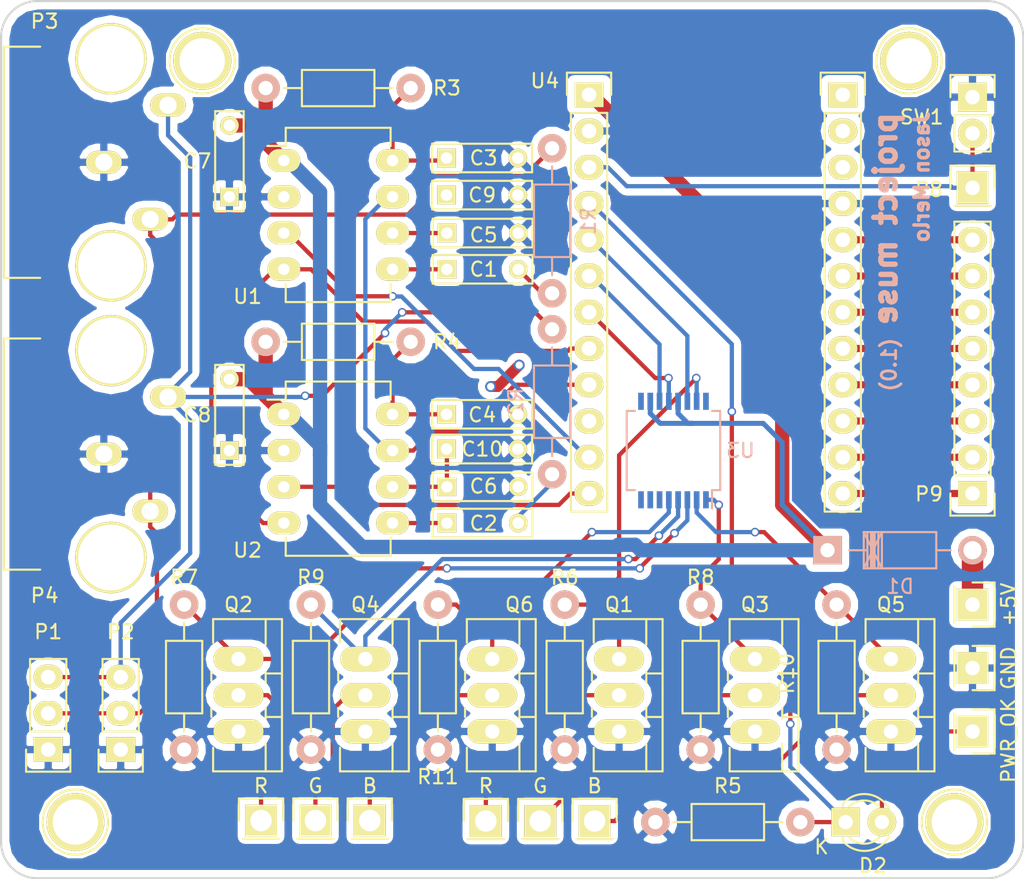
<source format=kicad_pcb>
(kicad_pcb (version 4) (host pcbnew 4.0.0-stable)

  (general
    (links 100)
    (no_connects 4)
    (area 83.617999 70.663999 155.396001 132.282001)
    (thickness 1.6)
    (drawings 11)
    (tracks 261)
    (zones 0)
    (modules 53)
    (nets 53)
  )

  (page A4)
  (layers
    (0 F.Cu mixed)
    (31 B.Cu mixed)
    (32 B.Adhes user)
    (33 F.Adhes user)
    (34 B.Paste user)
    (35 F.Paste user)
    (36 B.SilkS user)
    (37 F.SilkS user)
    (38 B.Mask user)
    (39 F.Mask user)
    (40 Dwgs.User user)
    (41 Cmts.User user)
    (42 Eco1.User user)
    (43 Eco2.User user)
    (44 Edge.Cuts user)
    (45 Margin user)
    (46 B.CrtYd user)
    (47 F.CrtYd user)
    (48 B.Fab user hide)
    (49 F.Fab user hide)
  )

  (setup
    (last_trace_width 0.3)
    (trace_clearance 0.2)
    (zone_clearance 0.508)
    (zone_45_only no)
    (trace_min 0.2)
    (segment_width 0.2)
    (edge_width 0.15)
    (via_size 0.6)
    (via_drill 0.4)
    (via_min_size 0.4)
    (via_min_drill 0.3)
    (uvia_size 0.3)
    (uvia_drill 0.1)
    (uvias_allowed no)
    (uvia_min_size 0.2)
    (uvia_min_drill 0.1)
    (pcb_text_width 0.3)
    (pcb_text_size 1.5 1.5)
    (mod_edge_width 0.15)
    (mod_text_size 1 1)
    (mod_text_width 0.15)
    (pad_size 1.6 2.5)
    (pad_drill 1.2)
    (pad_to_mask_clearance 0.2)
    (aux_axis_origin 0 0)
    (grid_origin 103.505 89.535)
    (visible_elements FFFFFF7F)
    (pcbplotparams
      (layerselection 0x00030_80000001)
      (usegerberextensions false)
      (excludeedgelayer true)
      (linewidth 0.100000)
      (plotframeref false)
      (viasonmask false)
      (mode 1)
      (useauxorigin false)
      (hpglpennumber 1)
      (hpglpenspeed 20)
      (hpglpendiameter 15)
      (hpglpenoverlay 2)
      (psnegative false)
      (psa4output false)
      (plotreference true)
      (plotvalue true)
      (plotinvisibletext false)
      (padsonsilk false)
      (subtractmaskfromsilk false)
      (outputformat 1)
      (mirror false)
      (drillshape 1)
      (scaleselection 1)
      (outputdirectory ""))
  )

  (net 0 "")
  (net 1 "Net-(C1-Pad1)")
  (net 2 "Net-(C1-Pad2)")
  (net 3 "Net-(C2-Pad1)")
  (net 4 "Net-(C2-Pad2)")
  (net 5 "Net-(C3-Pad1)")
  (net 6 GND)
  (net 7 "Net-(C4-Pad1)")
  (net 8 "Net-(C5-Pad1)")
  (net 9 +5V)
  (net 10 "Net-(D1-Pad2)")
  (net 11 "Net-(D2-Pad2)")
  (net 12 "Net-(D3-Pad1)")
  (net 13 "Net-(D4-Pad1)")
  (net 14 "Net-(D5-Pad1)")
  (net 15 "Net-(D6-Pad1)")
  (net 16 "Net-(D7-Pad1)")
  (net 17 "Net-(D8-Pad1)")
  (net 18 /audio_l)
  (net 19 /audio_r)
  (net 20 "Net-(P8-Pad1)")
  (net 21 /LED_0)
  (net 22 /LED_1)
  (net 23 /LED_2)
  (net 24 /LED_3)
  (net 25 /LED_4)
  (net 26 /LED_5)
  (net 27 /LED_6)
  (net 28 /LED_7)
  (net 29 /LED_0_R)
  (net 30 /LED_1_R)
  (net 31 /LED_0_G)
  (net 32 /LED_1_G)
  (net 33 /LED_0_B)
  (net 34 /LED_1_B)
  (net 35 /Aout_L)
  (net 36 /STROBE)
  (net 37 /RST)
  (net 38 /Aout_R)
  (net 39 /RGB_CLK)
  (net 40 /RGB_LAT)
  (net 41 /RGB_DAT)
  (net 42 "Net-(C10-Pad1)")
  (net 43 /ATX_PWR_OK)
  (net 44 /ATX_PWR_ON)
  (net 45 "Net-(U3-Pad6)")
  (net 46 "Net-(U3-Pad7)")
  (net 47 "Net-(U3-Pad9)")
  (net 48 VCC)
  (net 49 /PS_ON)
  (net 50 "Net-(U4-Pad24)")
  (net 51 "Net-(U4-Pad22)")
  (net 52 "Net-(U4-Pad23)")

  (net_class Default "This is the default net class."
    (clearance 0.2)
    (trace_width 0.3)
    (via_dia 0.6)
    (via_drill 0.4)
    (uvia_dia 0.3)
    (uvia_drill 0.1)
    (add_net /ATX_PWR_OK)
    (add_net /ATX_PWR_ON)
    (add_net /Aout_L)
    (add_net /Aout_R)
    (add_net /LED_0)
    (add_net /LED_0_B)
    (add_net /LED_0_G)
    (add_net /LED_0_R)
    (add_net /LED_1)
    (add_net /LED_1_B)
    (add_net /LED_1_G)
    (add_net /LED_1_R)
    (add_net /LED_2)
    (add_net /LED_3)
    (add_net /LED_4)
    (add_net /LED_5)
    (add_net /LED_6)
    (add_net /LED_7)
    (add_net /PS_ON)
    (add_net /RGB_CLK)
    (add_net /RGB_DAT)
    (add_net /RGB_LAT)
    (add_net /RST)
    (add_net /STROBE)
    (add_net /audio_l)
    (add_net /audio_r)
    (add_net GND)
    (add_net "Net-(C1-Pad1)")
    (add_net "Net-(C1-Pad2)")
    (add_net "Net-(C10-Pad1)")
    (add_net "Net-(C2-Pad1)")
    (add_net "Net-(C2-Pad2)")
    (add_net "Net-(C3-Pad1)")
    (add_net "Net-(C4-Pad1)")
    (add_net "Net-(C5-Pad1)")
    (add_net "Net-(D1-Pad2)")
    (add_net "Net-(D2-Pad2)")
    (add_net "Net-(D3-Pad1)")
    (add_net "Net-(D4-Pad1)")
    (add_net "Net-(D5-Pad1)")
    (add_net "Net-(D6-Pad1)")
    (add_net "Net-(D7-Pad1)")
    (add_net "Net-(D8-Pad1)")
    (add_net "Net-(P8-Pad1)")
    (add_net "Net-(U3-Pad6)")
    (add_net "Net-(U3-Pad7)")
    (add_net "Net-(U3-Pad9)")
    (add_net "Net-(U4-Pad22)")
    (add_net "Net-(U4-Pad23)")
    (add_net "Net-(U4-Pad24)")
    (add_net VCC)
  )

  (net_class Power ""
    (clearance 0.2)
    (trace_width 1)
    (via_dia 0.6)
    (via_drill 0.4)
    (uvia_dia 0.3)
    (uvia_drill 0.1)
    (add_net +5V)
  )

  (module Connect:1pin (layer F.Cu) (tedit 56022F7B) (tstamp 56022D8F)
    (at 150.495 128.27)
    (descr "module 1 pin (ou trou mecanique de percage)")
    (tags DEV)
    (fp_text reference REF** (at 0 -3.048) (layer F.SilkS) hide
      (effects (font (size 1 1) (thickness 0.15)))
    )
    (fp_text value 1pin (at 0 2.794) (layer F.Fab)
      (effects (font (size 1 1) (thickness 0.15)))
    )
    (fp_circle (center 0 0) (end 0 -2.286) (layer F.SilkS) (width 0.15))
    (pad 1 thru_hole circle (at 0 0) (size 4.064 4.064) (drill 3.17) (layers *.Cu *.Mask F.SilkS))
  )

  (module Connect:1pin (layer F.Cu) (tedit 56022EC6) (tstamp 56022D85)
    (at 88.9 128.27)
    (descr "module 1 pin (ou trou mecanique de percage)")
    (tags DEV)
    (fp_text reference "" (at 0 -3.048) (layer F.SilkS) hide
      (effects (font (size 1 1) (thickness 0.15)))
    )
    (fp_text value 1pin (at 0 2.794) (layer F.Fab)
      (effects (font (size 1 1) (thickness 0.15)))
    )
    (fp_circle (center 0 0) (end 0 -2.286) (layer F.SilkS) (width 0.15))
    (pad 1 thru_hole circle (at 0 0) (size 4.064 4.064) (drill 3.17) (layers *.Cu *.Mask F.SilkS))
  )

  (module Pin_Headers:Pin_Header_Straight_1x01 (layer F.Cu) (tedit 56022F09) (tstamp 5600E589)
    (at 101.911143 128.163701)
    (descr "Through hole pin header")
    (tags "pin header")
    (path /55FF35D2)
    (fp_text reference R (at 0 -2.433701) (layer F.SilkS)
      (effects (font (size 1 1) (thickness 0.15)))
    )
    (fp_text value LED_R (at 0 -3.1) (layer F.Fab)
      (effects (font (size 1 1) (thickness 0.15)))
    )
    (fp_line (start 1.55 -1.55) (end 1.55 0) (layer F.SilkS) (width 0.15))
    (fp_line (start -1.75 -1.75) (end -1.75 1.75) (layer F.CrtYd) (width 0.05))
    (fp_line (start 1.75 -1.75) (end 1.75 1.75) (layer F.CrtYd) (width 0.05))
    (fp_line (start -1.75 -1.75) (end 1.75 -1.75) (layer F.CrtYd) (width 0.05))
    (fp_line (start -1.75 1.75) (end 1.75 1.75) (layer F.CrtYd) (width 0.05))
    (fp_line (start -1.55 0) (end -1.55 -1.55) (layer F.SilkS) (width 0.15))
    (fp_line (start -1.55 -1.55) (end 1.55 -1.55) (layer F.SilkS) (width 0.15))
    (fp_line (start -1.27 1.27) (end 1.27 1.27) (layer F.SilkS) (width 0.15))
    (pad 1 thru_hole rect (at 0 0) (size 2.2352 2.2352) (drill 1.5) (layers *.Cu *.Mask F.SilkS)
      (net 13 "Net-(D4-Pad1)"))
    (model Pin_Headers.3dshapes/Pin_Header_Straight_1x01.wrl
      (at (xyz 0 0 0))
      (scale (xyz 1 1 1))
      (rotate (xyz 0 0 90))
    )
  )

  (module Connect:1pin (layer F.Cu) (tedit 56023012) (tstamp 56022BCB)
    (at 97.79 74.93)
    (descr "module 1 pin (ou trou mecanique de percage)")
    (tags DEV)
    (fp_text reference REF** (at 0 -3.048) (layer F.SilkS) hide
      (effects (font (size 1 1) (thickness 0.15)))
    )
    (fp_text value 1pin (at 0 2.794) (layer F.Fab)
      (effects (font (size 1 1) (thickness 0.15)))
    )
    (fp_circle (center 0 0) (end 0 -2.286) (layer F.SilkS) (width 0.15))
    (pad 1 thru_hole circle (at 0 0) (size 4.064 4.064) (drill 3.17) (layers *.Cu *.Mask F.SilkS))
  )

  (module Pin_Headers:Spark_Core (layer F.Cu) (tedit 5600E060) (tstamp 5600E6AE)
    (at 124.894362 77.305728)
    (descr "Through hole pin header")
    (tags "pin header")
    (path /55FEE4D4)
    (fp_text reference U4 (at -3.101362 -0.978728) (layer F.SilkS)
      (effects (font (size 1 1) (thickness 0.15)))
    )
    (fp_text value Spark_Core (at 8.89 -3.1) (layer F.Fab)
      (effects (font (size 1 1) (thickness 0.15)))
    )
    (fp_line (start -1.75 -1.75) (end -1.75 29.7) (layer F.CrtYd) (width 0.05))
    (fp_line (start 1.75 -1.75) (end 1.75 29.7) (layer F.CrtYd) (width 0.05))
    (fp_line (start -1.75 -1.75) (end 1.75 -1.75) (layer F.CrtYd) (width 0.05))
    (fp_line (start -1.75 29.7) (end 1.75 29.7) (layer F.CrtYd) (width 0.05))
    (fp_line (start 1.27 1.27) (end 1.27 29.21) (layer F.SilkS) (width 0.15))
    (fp_line (start 1.27 29.21) (end -1.27 29.21) (layer F.SilkS) (width 0.15))
    (fp_line (start -1.27 29.21) (end -1.27 1.27) (layer F.SilkS) (width 0.15))
    (fp_line (start 1.55 -1.55) (end 1.55 0) (layer F.SilkS) (width 0.15))
    (fp_line (start 1.27 1.27) (end -1.27 1.27) (layer F.SilkS) (width 0.15))
    (fp_line (start -1.55 0) (end -1.55 -1.55) (layer F.SilkS) (width 0.15))
    (fp_line (start -1.55 -1.55) (end 1.55 -1.55) (layer F.SilkS) (width 0.15))
    (fp_line (start 19.33 -1.55) (end 19.33 0) (layer F.SilkS) (width 0.15))
    (fp_line (start 16.23 0) (end 16.23 -1.55) (layer F.SilkS) (width 0.15))
    (fp_line (start 16.23 -1.55) (end 19.33 -1.55) (layer F.SilkS) (width 0.15))
    (fp_line (start 19.05 1.27) (end 16.51 1.27) (layer F.SilkS) (width 0.15))
    (fp_line (start 16.51 29.21) (end 16.51 1.27) (layer F.SilkS) (width 0.15))
    (fp_line (start 19.05 1.27) (end 19.05 29.21) (layer F.SilkS) (width 0.15))
    (fp_line (start 19.05 29.21) (end 16.51 29.21) (layer F.SilkS) (width 0.15))
    (fp_line (start 16.03 29.7) (end 19.53 29.7) (layer F.CrtYd) (width 0.05))
    (fp_line (start 19.53 -1.75) (end 19.53 29.7) (layer F.CrtYd) (width 0.05))
    (fp_line (start 16.03 -1.75) (end 19.53 -1.75) (layer F.CrtYd) (width 0.05))
    (fp_line (start 16.03 -1.75) (end 16.03 29.7) (layer F.CrtYd) (width 0.05))
    (pad 1 thru_hole rect (at 0 0) (size 2.032 1.7272) (drill 1.016) (layers *.Cu *.Mask F.SilkS)
      (net 9 +5V))
    (pad 2 thru_hole oval (at 0 2.54) (size 2.032 1.7272) (drill 1.016) (layers *.Cu *.Mask F.SilkS)
      (net 6 GND))
    (pad 3 thru_hole oval (at 0 5.08) (size 2.032 1.7272) (drill 1.016) (layers *.Cu *.Mask F.SilkS)
      (net 44 /ATX_PWR_ON))
    (pad 4 thru_hole oval (at 0 7.62) (size 2.032 1.7272) (drill 1.016) (layers *.Cu *.Mask F.SilkS)
      (net 43 /ATX_PWR_OK))
    (pad 5 thru_hole oval (at 0 10.16) (size 2.032 1.7272) (drill 1.016) (layers *.Cu *.Mask F.SilkS)
      (net 41 /RGB_DAT))
    (pad 6 thru_hole oval (at 0 12.7) (size 2.032 1.7272) (drill 1.016) (layers *.Cu *.Mask F.SilkS)
      (net 39 /RGB_CLK))
    (pad 7 thru_hole oval (at 0 15.24) (size 2.032 1.7272) (drill 1.016) (layers *.Cu *.Mask F.SilkS)
      (net 40 /RGB_LAT))
    (pad 8 thru_hole oval (at 0 17.78) (size 2.032 1.7272) (drill 1.016) (layers *.Cu *.Mask F.SilkS)
      (net 36 /STROBE))
    (pad 9 thru_hole oval (at 0 20.32) (size 2.032 1.7272) (drill 1.016) (layers *.Cu *.Mask F.SilkS)
      (net 37 /RST))
    (pad 10 thru_hole oval (at 0 22.86) (size 2.032 1.7272) (drill 1.016) (layers *.Cu *.Mask F.SilkS)
      (net 49 /PS_ON))
    (pad 11 thru_hole oval (at 0 25.4) (size 2.032 1.7272) (drill 1.016) (layers *.Cu *.Mask F.SilkS)
      (net 35 /Aout_L))
    (pad 12 thru_hole oval (at 0 27.94) (size 2.032 1.7272) (drill 1.016) (layers *.Cu *.Mask F.SilkS)
      (net 38 /Aout_R))
    (pad 24 thru_hole rect (at 17.78 0) (size 2.032 1.7272) (drill 1.016) (layers *.Cu *.Mask F.SilkS)
      (net 50 "Net-(U4-Pad24)"))
    (pad 18 thru_hole oval (at 17.78 15.24) (size 2.032 1.7272) (drill 1.016) (layers *.Cu *.Mask F.SilkS)
      (net 26 /LED_5))
    (pad 17 thru_hole oval (at 17.78 17.78) (size 2.032 1.7272) (drill 1.016) (layers *.Cu *.Mask F.SilkS)
      (net 25 /LED_4))
    (pad 19 thru_hole oval (at 17.78 12.7) (size 2.032 1.7272) (drill 1.016) (layers *.Cu *.Mask F.SilkS)
      (net 27 /LED_6))
    (pad 16 thru_hole oval (at 17.78 20.32) (size 2.032 1.7272) (drill 1.016) (layers *.Cu *.Mask F.SilkS)
      (net 24 /LED_3))
    (pad 21 thru_hole oval (at 17.78 7.62) (size 2.032 1.7272) (drill 1.016) (layers *.Cu *.Mask F.SilkS)
      (net 6 GND))
    (pad 22 thru_hole oval (at 17.78 5.08) (size 2.032 1.7272) (drill 1.016) (layers *.Cu *.Mask F.SilkS)
      (net 51 "Net-(U4-Pad22)"))
    (pad 23 thru_hole oval (at 17.78 2.54) (size 2.032 1.7272) (drill 1.016) (layers *.Cu *.Mask F.SilkS)
      (net 52 "Net-(U4-Pad23)"))
    (pad 20 thru_hole oval (at 17.78 10.16) (size 2.032 1.7272) (drill 1.016) (layers *.Cu *.Mask F.SilkS)
      (net 28 /LED_7))
    (pad 14 thru_hole oval (at 17.78 25.4) (size 2.032 1.7272) (drill 1.016) (layers *.Cu *.Mask F.SilkS)
      (net 22 /LED_1))
    (pad 15 thru_hole oval (at 17.78 22.86) (size 2.032 1.7272) (drill 1.016) (layers *.Cu *.Mask F.SilkS)
      (net 23 /LED_2))
    (pad 13 thru_hole oval (at 17.78 27.94) (size 2.032 1.7272) (drill 1.016) (layers *.Cu *.Mask F.SilkS)
      (net 21 /LED_0))
    (model Pin_Headers.3dshapes/Pin_Header_Straight_1x12.wrl
      (at (xyz 0 -0.55 0))
      (scale (xyz 1 1 1))
      (rotate (xyz 0 0 90))
    )
  )

  (module Capacitors_ThroughHole:C_Rect_L7_W2_P5 (layer F.Cu) (tedit 0) (tstamp 5600E549)
    (at 114.935 89.535)
    (descr "Film Capacitor Length 7 x Width 2mm, Pitch 5mm")
    (tags Capacitor)
    (path /55FF0BF3)
    (fp_text reference C1 (at 2.57 0) (layer F.SilkS)
      (effects (font (size 1 1) (thickness 0.15)))
    )
    (fp_text value 0.01uF (at 2.5 2.5) (layer F.Fab)
      (effects (font (size 1 1) (thickness 0.15)))
    )
    (fp_line (start -1.25 -1.25) (end 6.25 -1.25) (layer F.CrtYd) (width 0.05))
    (fp_line (start 6.25 -1.25) (end 6.25 1.25) (layer F.CrtYd) (width 0.05))
    (fp_line (start 6.25 1.25) (end -1.25 1.25) (layer F.CrtYd) (width 0.05))
    (fp_line (start -1.25 1.25) (end -1.25 -1.25) (layer F.CrtYd) (width 0.05))
    (fp_line (start -1 -1) (end 6 -1) (layer F.SilkS) (width 0.15))
    (fp_line (start 6 -1) (end 6 1) (layer F.SilkS) (width 0.15))
    (fp_line (start 6 1) (end -1 1) (layer F.SilkS) (width 0.15))
    (fp_line (start -1 1) (end -1 -1) (layer F.SilkS) (width 0.15))
    (pad 1 thru_hole rect (at 0 0) (size 1.3 1.3) (drill 0.8) (layers *.Cu *.Mask F.SilkS)
      (net 1 "Net-(C1-Pad1)"))
    (pad 2 thru_hole circle (at 5 0) (size 1.3 1.3) (drill 0.8) (layers *.Cu *.Mask F.SilkS)
      (net 2 "Net-(C1-Pad2)"))
    (model Capacitors_ThroughHole.3dshapes/C_Rect_L7_W2_P5.wrl
      (at (xyz 0.098425 0 0))
      (scale (xyz 1 1 1))
      (rotate (xyz 0 0 0))
    )
  )

  (module Capacitors_ThroughHole:C_Rect_L7_W2_P5 (layer F.Cu) (tedit 0) (tstamp 5600E54F)
    (at 114.935 107.315)
    (descr "Film Capacitor Length 7 x Width 2mm, Pitch 5mm")
    (tags Capacitor)
    (path /55FF5CB1)
    (fp_text reference C2 (at 2.57 0.02) (layer F.SilkS)
      (effects (font (size 1 1) (thickness 0.15)))
    )
    (fp_text value 0.01uF (at 2.5 2.5) (layer F.Fab)
      (effects (font (size 1 1) (thickness 0.15)))
    )
    (fp_line (start -1.25 -1.25) (end 6.25 -1.25) (layer F.CrtYd) (width 0.05))
    (fp_line (start 6.25 -1.25) (end 6.25 1.25) (layer F.CrtYd) (width 0.05))
    (fp_line (start 6.25 1.25) (end -1.25 1.25) (layer F.CrtYd) (width 0.05))
    (fp_line (start -1.25 1.25) (end -1.25 -1.25) (layer F.CrtYd) (width 0.05))
    (fp_line (start -1 -1) (end 6 -1) (layer F.SilkS) (width 0.15))
    (fp_line (start 6 -1) (end 6 1) (layer F.SilkS) (width 0.15))
    (fp_line (start 6 1) (end -1 1) (layer F.SilkS) (width 0.15))
    (fp_line (start -1 1) (end -1 -1) (layer F.SilkS) (width 0.15))
    (pad 1 thru_hole rect (at 0 0) (size 1.3 1.3) (drill 0.8) (layers *.Cu *.Mask F.SilkS)
      (net 3 "Net-(C2-Pad1)"))
    (pad 2 thru_hole circle (at 5 0) (size 1.3 1.3) (drill 0.8) (layers *.Cu *.Mask F.SilkS)
      (net 4 "Net-(C2-Pad2)"))
    (model Capacitors_ThroughHole.3dshapes/C_Rect_L7_W2_P5.wrl
      (at (xyz 0.098425 0 0))
      (scale (xyz 1 1 1))
      (rotate (xyz 0 0 0))
    )
  )

  (module Capacitors_ThroughHole:C_Rect_L7_W2_P5 (layer F.Cu) (tedit 0) (tstamp 5600E555)
    (at 114.905 81.735)
    (descr "Film Capacitor Length 7 x Width 2mm, Pitch 5mm")
    (tags Capacitor)
    (path /55FEFBD7)
    (fp_text reference C3 (at 2.6 0) (layer F.SilkS)
      (effects (font (size 1 1) (thickness 0.15)))
    )
    (fp_text value 33pF (at 2.5 2.5) (layer F.Fab)
      (effects (font (size 1 1) (thickness 0.15)))
    )
    (fp_line (start -1.25 -1.25) (end 6.25 -1.25) (layer F.CrtYd) (width 0.05))
    (fp_line (start 6.25 -1.25) (end 6.25 1.25) (layer F.CrtYd) (width 0.05))
    (fp_line (start 6.25 1.25) (end -1.25 1.25) (layer F.CrtYd) (width 0.05))
    (fp_line (start -1.25 1.25) (end -1.25 -1.25) (layer F.CrtYd) (width 0.05))
    (fp_line (start -1 -1) (end 6 -1) (layer F.SilkS) (width 0.15))
    (fp_line (start 6 -1) (end 6 1) (layer F.SilkS) (width 0.15))
    (fp_line (start 6 1) (end -1 1) (layer F.SilkS) (width 0.15))
    (fp_line (start -1 1) (end -1 -1) (layer F.SilkS) (width 0.15))
    (pad 1 thru_hole rect (at 0 0) (size 1.3 1.3) (drill 0.8) (layers *.Cu *.Mask F.SilkS)
      (net 5 "Net-(C3-Pad1)"))
    (pad 2 thru_hole circle (at 5 0) (size 1.3 1.3) (drill 0.8) (layers *.Cu *.Mask F.SilkS)
      (net 6 GND))
    (model Capacitors_ThroughHole.3dshapes/C_Rect_L7_W2_P5.wrl
      (at (xyz 0.098425 0 0))
      (scale (xyz 1 1 1))
      (rotate (xyz 0 0 0))
    )
  )

  (module Capacitors_ThroughHole:C_Rect_L7_W2_P5 (layer F.Cu) (tedit 0) (tstamp 5600E55B)
    (at 114.905 99.695)
    (descr "Film Capacitor Length 7 x Width 2mm, Pitch 5mm")
    (tags Capacitor)
    (path /55FEF1B3)
    (fp_text reference C4 (at 2.5 0.04) (layer F.SilkS)
      (effects (font (size 1 1) (thickness 0.15)))
    )
    (fp_text value 33pF (at 2.5 2.5) (layer F.Fab)
      (effects (font (size 1 1) (thickness 0.15)))
    )
    (fp_line (start -1.25 -1.25) (end 6.25 -1.25) (layer F.CrtYd) (width 0.05))
    (fp_line (start 6.25 -1.25) (end 6.25 1.25) (layer F.CrtYd) (width 0.05))
    (fp_line (start 6.25 1.25) (end -1.25 1.25) (layer F.CrtYd) (width 0.05))
    (fp_line (start -1.25 1.25) (end -1.25 -1.25) (layer F.CrtYd) (width 0.05))
    (fp_line (start -1 -1) (end 6 -1) (layer F.SilkS) (width 0.15))
    (fp_line (start 6 -1) (end 6 1) (layer F.SilkS) (width 0.15))
    (fp_line (start 6 1) (end -1 1) (layer F.SilkS) (width 0.15))
    (fp_line (start -1 1) (end -1 -1) (layer F.SilkS) (width 0.15))
    (pad 1 thru_hole rect (at 0 0) (size 1.3 1.3) (drill 0.8) (layers *.Cu *.Mask F.SilkS)
      (net 7 "Net-(C4-Pad1)"))
    (pad 2 thru_hole circle (at 5 0) (size 1.3 1.3) (drill 0.8) (layers *.Cu *.Mask F.SilkS)
      (net 6 GND))
    (model Capacitors_ThroughHole.3dshapes/C_Rect_L7_W2_P5.wrl
      (at (xyz 0.098425 0 0))
      (scale (xyz 1 1 1))
      (rotate (xyz 0 0 0))
    )
  )

  (module Capacitors_ThroughHole:C_Rect_L7_W2_P5 (layer F.Cu) (tedit 0) (tstamp 5600E561)
    (at 114.935 86.995)
    (descr "Film Capacitor Length 7 x Width 2mm, Pitch 5mm")
    (tags Capacitor)
    (path /55FEFBBF)
    (fp_text reference C5 (at 2.57 0.14) (layer F.SilkS)
      (effects (font (size 1 1) (thickness 0.15)))
    )
    (fp_text value 0.1uF (at 2.5 2.5) (layer F.Fab)
      (effects (font (size 1 1) (thickness 0.15)))
    )
    (fp_line (start -1.25 -1.25) (end 6.25 -1.25) (layer F.CrtYd) (width 0.05))
    (fp_line (start 6.25 -1.25) (end 6.25 1.25) (layer F.CrtYd) (width 0.05))
    (fp_line (start 6.25 1.25) (end -1.25 1.25) (layer F.CrtYd) (width 0.05))
    (fp_line (start -1.25 1.25) (end -1.25 -1.25) (layer F.CrtYd) (width 0.05))
    (fp_line (start -1 -1) (end 6 -1) (layer F.SilkS) (width 0.15))
    (fp_line (start 6 -1) (end 6 1) (layer F.SilkS) (width 0.15))
    (fp_line (start 6 1) (end -1 1) (layer F.SilkS) (width 0.15))
    (fp_line (start -1 1) (end -1 -1) (layer F.SilkS) (width 0.15))
    (pad 1 thru_hole rect (at 0 0) (size 1.3 1.3) (drill 0.8) (layers *.Cu *.Mask F.SilkS)
      (net 8 "Net-(C5-Pad1)"))
    (pad 2 thru_hole circle (at 5 0) (size 1.3 1.3) (drill 0.8) (layers *.Cu *.Mask F.SilkS)
      (net 6 GND))
    (model Capacitors_ThroughHole.3dshapes/C_Rect_L7_W2_P5.wrl
      (at (xyz 0.098425 0 0))
      (scale (xyz 1 1 1))
      (rotate (xyz 0 0 0))
    )
  )

  (module Capacitors_ThroughHole:C_Rect_L7_W2_P5 (layer F.Cu) (tedit 0) (tstamp 5600E567)
    (at 114.935 104.775)
    (descr "Film Capacitor Length 7 x Width 2mm, Pitch 5mm")
    (tags Capacitor)
    (path /55FEEF59)
    (fp_text reference C6 (at 2.57 -0.04) (layer F.SilkS)
      (effects (font (size 1 1) (thickness 0.15)))
    )
    (fp_text value 0.1uF (at 2.5 2.5) (layer F.Fab)
      (effects (font (size 1 1) (thickness 0.15)))
    )
    (fp_line (start -1.25 -1.25) (end 6.25 -1.25) (layer F.CrtYd) (width 0.05))
    (fp_line (start 6.25 -1.25) (end 6.25 1.25) (layer F.CrtYd) (width 0.05))
    (fp_line (start 6.25 1.25) (end -1.25 1.25) (layer F.CrtYd) (width 0.05))
    (fp_line (start -1.25 1.25) (end -1.25 -1.25) (layer F.CrtYd) (width 0.05))
    (fp_line (start -1 -1) (end 6 -1) (layer F.SilkS) (width 0.15))
    (fp_line (start 6 -1) (end 6 1) (layer F.SilkS) (width 0.15))
    (fp_line (start 6 1) (end -1 1) (layer F.SilkS) (width 0.15))
    (fp_line (start -1 1) (end -1 -1) (layer F.SilkS) (width 0.15))
    (pad 1 thru_hole rect (at 0 0) (size 1.3 1.3) (drill 0.8) (layers *.Cu *.Mask F.SilkS)
      (net 42 "Net-(C10-Pad1)"))
    (pad 2 thru_hole circle (at 5 0) (size 1.3 1.3) (drill 0.8) (layers *.Cu *.Mask F.SilkS)
      (net 6 GND))
    (model Capacitors_ThroughHole.3dshapes/C_Rect_L7_W2_P5.wrl
      (at (xyz 0.098425 0 0))
      (scale (xyz 1 1 1))
      (rotate (xyz 0 0 0))
    )
  )

  (module Capacitors_ThroughHole:C_Rect_L7_W2_P5 (layer F.Cu) (tedit 0) (tstamp 5600E56D)
    (at 99.695 84.455 90)
    (descr "Film Capacitor Length 7 x Width 2mm, Pitch 5mm")
    (tags Capacitor)
    (path /55FEFDC4)
    (fp_text reference C7 (at 2.5 -2.25 180) (layer F.SilkS)
      (effects (font (size 1 1) (thickness 0.15)))
    )
    (fp_text value 0.1uF (at 2.5 2.5 90) (layer F.Fab)
      (effects (font (size 1 1) (thickness 0.15)))
    )
    (fp_line (start -1.25 -1.25) (end 6.25 -1.25) (layer F.CrtYd) (width 0.05))
    (fp_line (start 6.25 -1.25) (end 6.25 1.25) (layer F.CrtYd) (width 0.05))
    (fp_line (start 6.25 1.25) (end -1.25 1.25) (layer F.CrtYd) (width 0.05))
    (fp_line (start -1.25 1.25) (end -1.25 -1.25) (layer F.CrtYd) (width 0.05))
    (fp_line (start -1 -1) (end 6 -1) (layer F.SilkS) (width 0.15))
    (fp_line (start 6 -1) (end 6 1) (layer F.SilkS) (width 0.15))
    (fp_line (start 6 1) (end -1 1) (layer F.SilkS) (width 0.15))
    (fp_line (start -1 1) (end -1 -1) (layer F.SilkS) (width 0.15))
    (pad 1 thru_hole rect (at 0 0 90) (size 1.3 1.3) (drill 0.8) (layers *.Cu *.Mask F.SilkS)
      (net 6 GND))
    (pad 2 thru_hole circle (at 5 0 90) (size 1.3 1.3) (drill 0.8) (layers *.Cu *.Mask F.SilkS)
      (net 9 +5V))
    (model Capacitors_ThroughHole.3dshapes/C_Rect_L7_W2_P5.wrl
      (at (xyz 0.098425 0 0))
      (scale (xyz 1 1 1))
      (rotate (xyz 0 0 0))
    )
  )

  (module Capacitors_ThroughHole:C_Rect_L7_W2_P5 (layer F.Cu) (tedit 0) (tstamp 5600E573)
    (at 99.695 102.235 90)
    (descr "Film Capacitor Length 7 x Width 2mm, Pitch 5mm")
    (tags Capacitor)
    (path /55FEFD67)
    (fp_text reference C8 (at 2.5 -2.25 180) (layer F.SilkS)
      (effects (font (size 1 1) (thickness 0.15)))
    )
    (fp_text value 0.1uF (at 2.5 2.5 90) (layer F.Fab)
      (effects (font (size 1 1) (thickness 0.15)))
    )
    (fp_line (start -1.25 -1.25) (end 6.25 -1.25) (layer F.CrtYd) (width 0.05))
    (fp_line (start 6.25 -1.25) (end 6.25 1.25) (layer F.CrtYd) (width 0.05))
    (fp_line (start 6.25 1.25) (end -1.25 1.25) (layer F.CrtYd) (width 0.05))
    (fp_line (start -1.25 1.25) (end -1.25 -1.25) (layer F.CrtYd) (width 0.05))
    (fp_line (start -1 -1) (end 6 -1) (layer F.SilkS) (width 0.15))
    (fp_line (start 6 -1) (end 6 1) (layer F.SilkS) (width 0.15))
    (fp_line (start 6 1) (end -1 1) (layer F.SilkS) (width 0.15))
    (fp_line (start -1 1) (end -1 -1) (layer F.SilkS) (width 0.15))
    (pad 1 thru_hole rect (at 0 0 90) (size 1.3 1.3) (drill 0.8) (layers *.Cu *.Mask F.SilkS)
      (net 6 GND))
    (pad 2 thru_hole circle (at 5 0 90) (size 1.3 1.3) (drill 0.8) (layers *.Cu *.Mask F.SilkS)
      (net 9 +5V))
    (model Capacitors_ThroughHole.3dshapes/C_Rect_L7_W2_P5.wrl
      (at (xyz 0.098425 0 0))
      (scale (xyz 1 1 1))
      (rotate (xyz 0 0 0))
    )
  )

  (module Diodes_ThroughHole:Diode_DO-41_SOD81_Horizontal_RM10 (layer B.Cu) (tedit 552FFCCE) (tstamp 5600E579)
    (at 141.605 109.21746)
    (descr "Diode, DO-41, SOD81, Horizontal, RM 10mm,")
    (tags "Diode, DO-41, SOD81, Horizontal, RM 10mm, 1N4007, SB140,")
    (path /55FF8969)
    (fp_text reference D1 (at 5.08 2.54254) (layer B.SilkS)
      (effects (font (size 1 1) (thickness 0.15)) (justify mirror))
    )
    (fp_text value 6A (at 4.37134 3.55854) (layer B.Fab)
      (effects (font (size 1 1) (thickness 0.15)) (justify mirror))
    )
    (fp_line (start 7.62 0.00254) (end 8.636 0.00254) (layer B.SilkS) (width 0.15))
    (fp_line (start 2.794 0.00254) (end 1.524 0.00254) (layer B.SilkS) (width 0.15))
    (fp_line (start 3.048 1.27254) (end 3.048 -1.26746) (layer B.SilkS) (width 0.15))
    (fp_line (start 3.302 1.27254) (end 3.302 -1.26746) (layer B.SilkS) (width 0.15))
    (fp_line (start 3.556 1.27254) (end 3.556 -1.26746) (layer B.SilkS) (width 0.15))
    (fp_line (start 2.794 1.27254) (end 2.794 -1.26746) (layer B.SilkS) (width 0.15))
    (fp_line (start 3.81 1.27254) (end 2.54 -1.26746) (layer B.SilkS) (width 0.15))
    (fp_line (start 2.54 1.27254) (end 3.81 -1.26746) (layer B.SilkS) (width 0.15))
    (fp_line (start 3.81 1.27254) (end 3.81 -1.26746) (layer B.SilkS) (width 0.15))
    (fp_line (start 3.175 1.27254) (end 3.175 -1.26746) (layer B.SilkS) (width 0.15))
    (fp_line (start 2.54 -1.26746) (end 2.54 1.27254) (layer B.SilkS) (width 0.15))
    (fp_line (start 2.54 1.27254) (end 7.62 1.27254) (layer B.SilkS) (width 0.15))
    (fp_line (start 7.62 1.27254) (end 7.62 -1.26746) (layer B.SilkS) (width 0.15))
    (fp_line (start 7.62 -1.26746) (end 2.54 -1.26746) (layer B.SilkS) (width 0.15))
    (pad 2 thru_hole circle (at 10.16 0.00254 180) (size 1.99898 1.99898) (drill 1.27) (layers *.Cu *.Mask B.SilkS)
      (net 10 "Net-(D1-Pad2)"))
    (pad 1 thru_hole rect (at 0 0.00254 180) (size 1.99898 1.99898) (drill 1.00076) (layers *.Cu *.Mask B.SilkS)
      (net 9 +5V))
  )

  (module Pin_Headers:Pin_Header_Straight_1x01 (layer F.Cu) (tedit 56022F3C) (tstamp 5600E584)
    (at 117.663459 128.195719)
    (descr "Through hole pin header")
    (tags "pin header")
    (path /55FF36BB)
    (fp_text reference R (at 0 -2.465719) (layer F.SilkS)
      (effects (font (size 1 1) (thickness 0.15)))
    )
    (fp_text value LED_R (at 0 -3.1) (layer F.Fab)
      (effects (font (size 1 1) (thickness 0.15)))
    )
    (fp_line (start 1.55 -1.55) (end 1.55 0) (layer F.SilkS) (width 0.15))
    (fp_line (start -1.75 -1.75) (end -1.75 1.75) (layer F.CrtYd) (width 0.05))
    (fp_line (start 1.75 -1.75) (end 1.75 1.75) (layer F.CrtYd) (width 0.05))
    (fp_line (start -1.75 -1.75) (end 1.75 -1.75) (layer F.CrtYd) (width 0.05))
    (fp_line (start -1.75 1.75) (end 1.75 1.75) (layer F.CrtYd) (width 0.05))
    (fp_line (start -1.55 0) (end -1.55 -1.55) (layer F.SilkS) (width 0.15))
    (fp_line (start -1.55 -1.55) (end 1.55 -1.55) (layer F.SilkS) (width 0.15))
    (fp_line (start -1.27 1.27) (end 1.27 1.27) (layer F.SilkS) (width 0.15))
    (pad 1 thru_hole rect (at 0 0) (size 2.2352 2.2352) (drill 1.5) (layers *.Cu *.Mask F.SilkS)
      (net 12 "Net-(D3-Pad1)"))
    (model Pin_Headers.3dshapes/Pin_Header_Straight_1x01.wrl
      (at (xyz 0 0 0))
      (scale (xyz 1 1 1))
      (rotate (xyz 0 0 90))
    )
  )

  (module Pin_Headers:Pin_Header_Straight_1x01 (layer F.Cu) (tedit 56022F58) (tstamp 5600E58E)
    (at 121.473459 128.195719)
    (descr "Through hole pin header")
    (tags "pin header")
    (path /55FF3733)
    (fp_text reference G (at 0 -2.465719) (layer F.SilkS)
      (effects (font (size 1 1) (thickness 0.15)))
    )
    (fp_text value LED_G (at 0 -3.1) (layer F.Fab)
      (effects (font (size 1 1) (thickness 0.15)))
    )
    (fp_line (start 1.55 -1.55) (end 1.55 0) (layer F.SilkS) (width 0.15))
    (fp_line (start -1.75 -1.75) (end -1.75 1.75) (layer F.CrtYd) (width 0.05))
    (fp_line (start 1.75 -1.75) (end 1.75 1.75) (layer F.CrtYd) (width 0.05))
    (fp_line (start -1.75 -1.75) (end 1.75 -1.75) (layer F.CrtYd) (width 0.05))
    (fp_line (start -1.75 1.75) (end 1.75 1.75) (layer F.CrtYd) (width 0.05))
    (fp_line (start -1.55 0) (end -1.55 -1.55) (layer F.SilkS) (width 0.15))
    (fp_line (start -1.55 -1.55) (end 1.55 -1.55) (layer F.SilkS) (width 0.15))
    (fp_line (start -1.27 1.27) (end 1.27 1.27) (layer F.SilkS) (width 0.15))
    (pad 1 thru_hole rect (at 0 0) (size 2.2352 2.2352) (drill 1.5) (layers *.Cu *.Mask F.SilkS)
      (net 14 "Net-(D5-Pad1)"))
    (model Pin_Headers.3dshapes/Pin_Header_Straight_1x01.wrl
      (at (xyz 0 0 0))
      (scale (xyz 1 1 1))
      (rotate (xyz 0 0 90))
    )
  )

  (module Pin_Headers:Pin_Header_Straight_1x01 (layer F.Cu) (tedit 56022F19) (tstamp 5600E593)
    (at 105.721143 128.163701)
    (descr "Through hole pin header")
    (tags "pin header")
    (path /55FF35D8)
    (fp_text reference G (at 0 -2.433701) (layer F.SilkS)
      (effects (font (size 1 1) (thickness 0.15)))
    )
    (fp_text value LED_G (at 0 -3.1) (layer F.Fab)
      (effects (font (size 1 1) (thickness 0.15)))
    )
    (fp_line (start 1.55 -1.55) (end 1.55 0) (layer F.SilkS) (width 0.15))
    (fp_line (start -1.75 -1.75) (end -1.75 1.75) (layer F.CrtYd) (width 0.05))
    (fp_line (start 1.75 -1.75) (end 1.75 1.75) (layer F.CrtYd) (width 0.05))
    (fp_line (start -1.75 -1.75) (end 1.75 -1.75) (layer F.CrtYd) (width 0.05))
    (fp_line (start -1.75 1.75) (end 1.75 1.75) (layer F.CrtYd) (width 0.05))
    (fp_line (start -1.55 0) (end -1.55 -1.55) (layer F.SilkS) (width 0.15))
    (fp_line (start -1.55 -1.55) (end 1.55 -1.55) (layer F.SilkS) (width 0.15))
    (fp_line (start -1.27 1.27) (end 1.27 1.27) (layer F.SilkS) (width 0.15))
    (pad 1 thru_hole rect (at 0 0) (size 2.2352 2.2352) (drill 1.5) (layers *.Cu *.Mask F.SilkS)
      (net 15 "Net-(D6-Pad1)"))
    (model Pin_Headers.3dshapes/Pin_Header_Straight_1x01.wrl
      (at (xyz 0 0 0))
      (scale (xyz 1 1 1))
      (rotate (xyz 0 0 90))
    )
  )

  (module Pin_Headers:Pin_Header_Straight_1x01 (layer F.Cu) (tedit 56022F5F) (tstamp 5600E598)
    (at 125.283459 128.195719)
    (descr "Through hole pin header")
    (tags "pin header")
    (path /55FF378C)
    (fp_text reference B (at 0 -2.465719) (layer F.SilkS)
      (effects (font (size 1 1) (thickness 0.15)))
    )
    (fp_text value LED_B (at 0 -3.1) (layer F.Fab)
      (effects (font (size 1 1) (thickness 0.15)))
    )
    (fp_line (start 1.55 -1.55) (end 1.55 0) (layer F.SilkS) (width 0.15))
    (fp_line (start -1.75 -1.75) (end -1.75 1.75) (layer F.CrtYd) (width 0.05))
    (fp_line (start 1.75 -1.75) (end 1.75 1.75) (layer F.CrtYd) (width 0.05))
    (fp_line (start -1.75 -1.75) (end 1.75 -1.75) (layer F.CrtYd) (width 0.05))
    (fp_line (start -1.75 1.75) (end 1.75 1.75) (layer F.CrtYd) (width 0.05))
    (fp_line (start -1.55 0) (end -1.55 -1.55) (layer F.SilkS) (width 0.15))
    (fp_line (start -1.55 -1.55) (end 1.55 -1.55) (layer F.SilkS) (width 0.15))
    (fp_line (start -1.27 1.27) (end 1.27 1.27) (layer F.SilkS) (width 0.15))
    (pad 1 thru_hole rect (at 0 0) (size 2.2352 2.2352) (drill 1.5) (layers *.Cu *.Mask F.SilkS)
      (net 16 "Net-(D7-Pad1)"))
    (model Pin_Headers.3dshapes/Pin_Header_Straight_1x01.wrl
      (at (xyz 0 0 0))
      (scale (xyz 1 1 1))
      (rotate (xyz 0 0 90))
    )
  )

  (module Pin_Headers:Pin_Header_Straight_1x01 (layer F.Cu) (tedit 56022F22) (tstamp 5600E59D)
    (at 109.531143 128.163701)
    (descr "Through hole pin header")
    (tags "pin header")
    (path /55FF35DE)
    (fp_text reference B (at 0 -2.433701) (layer F.SilkS)
      (effects (font (size 1 1) (thickness 0.15)))
    )
    (fp_text value LED_B (at 0 -3.1) (layer F.Fab)
      (effects (font (size 1 1) (thickness 0.15)))
    )
    (fp_line (start 1.55 -1.55) (end 1.55 0) (layer F.SilkS) (width 0.15))
    (fp_line (start -1.75 -1.75) (end -1.75 1.75) (layer F.CrtYd) (width 0.05))
    (fp_line (start 1.75 -1.75) (end 1.75 1.75) (layer F.CrtYd) (width 0.05))
    (fp_line (start -1.75 -1.75) (end 1.75 -1.75) (layer F.CrtYd) (width 0.05))
    (fp_line (start -1.75 1.75) (end 1.75 1.75) (layer F.CrtYd) (width 0.05))
    (fp_line (start -1.55 0) (end -1.55 -1.55) (layer F.SilkS) (width 0.15))
    (fp_line (start -1.55 -1.55) (end 1.55 -1.55) (layer F.SilkS) (width 0.15))
    (fp_line (start -1.27 1.27) (end 1.27 1.27) (layer F.SilkS) (width 0.15))
    (pad 1 thru_hole rect (at 0 0) (size 2.2352 2.2352) (drill 1.5) (layers *.Cu *.Mask F.SilkS)
      (net 17 "Net-(D8-Pad1)"))
    (model Pin_Headers.3dshapes/Pin_Header_Straight_1x01.wrl
      (at (xyz 0 0 0))
      (scale (xyz 1 1 1))
      (rotate (xyz 0 0 90))
    )
  )

  (module Pin_Headers:Pin_Header_Straight_1x03 (layer F.Cu) (tedit 0) (tstamp 5600E5A4)
    (at 86.995 123.19 180)
    (descr "Through hole pin header")
    (tags "pin header")
    (path /55FEF44B)
    (fp_text reference P1 (at 0 8.255 180) (layer F.SilkS)
      (effects (font (size 1 1) (thickness 0.15)))
    )
    (fp_text value 3.5mm_line (at 0 -3.1 180) (layer F.Fab)
      (effects (font (size 1 1) (thickness 0.15)))
    )
    (fp_line (start -1.75 -1.75) (end -1.75 6.85) (layer F.CrtYd) (width 0.05))
    (fp_line (start 1.75 -1.75) (end 1.75 6.85) (layer F.CrtYd) (width 0.05))
    (fp_line (start -1.75 -1.75) (end 1.75 -1.75) (layer F.CrtYd) (width 0.05))
    (fp_line (start -1.75 6.85) (end 1.75 6.85) (layer F.CrtYd) (width 0.05))
    (fp_line (start -1.27 1.27) (end -1.27 6.35) (layer F.SilkS) (width 0.15))
    (fp_line (start -1.27 6.35) (end 1.27 6.35) (layer F.SilkS) (width 0.15))
    (fp_line (start 1.27 6.35) (end 1.27 1.27) (layer F.SilkS) (width 0.15))
    (fp_line (start 1.55 -1.55) (end 1.55 0) (layer F.SilkS) (width 0.15))
    (fp_line (start 1.27 1.27) (end -1.27 1.27) (layer F.SilkS) (width 0.15))
    (fp_line (start -1.55 0) (end -1.55 -1.55) (layer F.SilkS) (width 0.15))
    (fp_line (start -1.55 -1.55) (end 1.55 -1.55) (layer F.SilkS) (width 0.15))
    (pad 1 thru_hole rect (at 0 0 180) (size 2.032 1.7272) (drill 1.016) (layers *.Cu *.Mask F.SilkS)
      (net 6 GND))
    (pad 2 thru_hole oval (at 0 2.54 180) (size 2.032 1.7272) (drill 1.016) (layers *.Cu *.Mask F.SilkS)
      (net 18 /audio_l))
    (pad 3 thru_hole oval (at 0 5.08 180) (size 2.032 1.7272) (drill 1.016) (layers *.Cu *.Mask F.SilkS)
      (net 19 /audio_r))
    (model Pin_Headers.3dshapes/Pin_Header_Straight_1x03.wrl
      (at (xyz 0 -0.1 0))
      (scale (xyz 1 1 1))
      (rotate (xyz 0 0 90))
    )
  )

  (module Pin_Headers:Pin_Header_Straight_1x03 (layer F.Cu) (tedit 0) (tstamp 5600E5AB)
    (at 92.075 123.19 180)
    (descr "Through hole pin header")
    (tags "pin header")
    (path /55FEF55E)
    (fp_text reference P2 (at 0 8.255 180) (layer F.SilkS)
      (effects (font (size 1 1) (thickness 0.15)))
    )
    (fp_text value 3.5mm_line (at 0 -3.1 180) (layer F.Fab)
      (effects (font (size 1 1) (thickness 0.15)))
    )
    (fp_line (start -1.75 -1.75) (end -1.75 6.85) (layer F.CrtYd) (width 0.05))
    (fp_line (start 1.75 -1.75) (end 1.75 6.85) (layer F.CrtYd) (width 0.05))
    (fp_line (start -1.75 -1.75) (end 1.75 -1.75) (layer F.CrtYd) (width 0.05))
    (fp_line (start -1.75 6.85) (end 1.75 6.85) (layer F.CrtYd) (width 0.05))
    (fp_line (start -1.27 1.27) (end -1.27 6.35) (layer F.SilkS) (width 0.15))
    (fp_line (start -1.27 6.35) (end 1.27 6.35) (layer F.SilkS) (width 0.15))
    (fp_line (start 1.27 6.35) (end 1.27 1.27) (layer F.SilkS) (width 0.15))
    (fp_line (start 1.55 -1.55) (end 1.55 0) (layer F.SilkS) (width 0.15))
    (fp_line (start 1.27 1.27) (end -1.27 1.27) (layer F.SilkS) (width 0.15))
    (fp_line (start -1.55 0) (end -1.55 -1.55) (layer F.SilkS) (width 0.15))
    (fp_line (start -1.55 -1.55) (end 1.55 -1.55) (layer F.SilkS) (width 0.15))
    (pad 1 thru_hole rect (at 0 0 180) (size 2.032 1.7272) (drill 1.016) (layers *.Cu *.Mask F.SilkS)
      (net 6 GND))
    (pad 2 thru_hole oval (at 0 2.54 180) (size 2.032 1.7272) (drill 1.016) (layers *.Cu *.Mask F.SilkS)
      (net 18 /audio_l))
    (pad 3 thru_hole oval (at 0 5.08 180) (size 2.032 1.7272) (drill 1.016) (layers *.Cu *.Mask F.SilkS)
      (net 19 /audio_r))
    (model Pin_Headers.3dshapes/Pin_Header_Straight_1x03.wrl
      (at (xyz 0 -0.1 0))
      (scale (xyz 1 1 1))
      (rotate (xyz 0 0 90))
    )
  )

  (module Pin_Headers:Pin_Header_Straight_1x01 (layer F.Cu) (tedit 56022FE2) (tstamp 5600E5C8)
    (at 151.765 121.92 270)
    (descr "Through hole pin header")
    (tags "pin header")
    (path /55FFDC75)
    (fp_text reference PWR_OK (at 0.635 -2.54 270) (layer F.SilkS)
      (effects (font (size 1 1) (thickness 0.15)))
    )
    (fp_text value ATX_PWR_OK (at 0 -3.1 270) (layer F.Fab)
      (effects (font (size 1 1) (thickness 0.15)))
    )
    (fp_line (start 1.55 -1.55) (end 1.55 0) (layer F.SilkS) (width 0.15))
    (fp_line (start -1.75 -1.75) (end -1.75 1.75) (layer F.CrtYd) (width 0.05))
    (fp_line (start 1.75 -1.75) (end 1.75 1.75) (layer F.CrtYd) (width 0.05))
    (fp_line (start -1.75 -1.75) (end 1.75 -1.75) (layer F.CrtYd) (width 0.05))
    (fp_line (start -1.75 1.75) (end 1.75 1.75) (layer F.CrtYd) (width 0.05))
    (fp_line (start -1.55 0) (end -1.55 -1.55) (layer F.SilkS) (width 0.15))
    (fp_line (start -1.55 -1.55) (end 1.55 -1.55) (layer F.SilkS) (width 0.15))
    (fp_line (start -1.27 1.27) (end 1.27 1.27) (layer F.SilkS) (width 0.15))
    (pad 1 thru_hole rect (at 0 0 270) (size 2.2352 2.2352) (drill 1.016) (layers *.Cu *.Mask F.SilkS)
      (net 11 "Net-(D2-Pad2)"))
    (model Pin_Headers.3dshapes/Pin_Header_Straight_1x01.wrl
      (at (xyz 0 0 0))
      (scale (xyz 1 1 1))
      (rotate (xyz 0 0 90))
    )
  )

  (module Pin_Headers:Pin_Header_Straight_1x01 (layer F.Cu) (tedit 56022FC0) (tstamp 5600E5CD)
    (at 151.765 113.03 270)
    (descr "Through hole pin header")
    (tags "pin header")
    (path /5600CF8C)
    (fp_text reference +5V (at 0 -2.54 270) (layer F.SilkS)
      (effects (font (size 1 1) (thickness 0.15)))
    )
    (fp_text value ATX_PWR (at 0 -3.1 270) (layer F.Fab)
      (effects (font (size 1 1) (thickness 0.15)))
    )
    (fp_line (start 1.55 -1.55) (end 1.55 0) (layer F.SilkS) (width 0.15))
    (fp_line (start -1.75 -1.75) (end -1.75 1.75) (layer F.CrtYd) (width 0.05))
    (fp_line (start 1.75 -1.75) (end 1.75 1.75) (layer F.CrtYd) (width 0.05))
    (fp_line (start -1.75 -1.75) (end 1.75 -1.75) (layer F.CrtYd) (width 0.05))
    (fp_line (start -1.75 1.75) (end 1.75 1.75) (layer F.CrtYd) (width 0.05))
    (fp_line (start -1.55 0) (end -1.55 -1.55) (layer F.SilkS) (width 0.15))
    (fp_line (start -1.55 -1.55) (end 1.55 -1.55) (layer F.SilkS) (width 0.15))
    (fp_line (start -1.27 1.27) (end 1.27 1.27) (layer F.SilkS) (width 0.15))
    (pad 1 thru_hole rect (at 0 0 270) (size 2.2352 2.2352) (drill 1.016) (layers *.Cu *.Mask F.SilkS)
      (net 10 "Net-(D1-Pad2)"))
    (model Pin_Headers.3dshapes/Pin_Header_Straight_1x01.wrl
      (at (xyz 0 0 0))
      (scale (xyz 1 1 1))
      (rotate (xyz 0 0 90))
    )
  )

  (module Pin_Headers:Pin_Header_Straight_1x01 (layer F.Cu) (tedit 56022FC8) (tstamp 5600E5D2)
    (at 151.765 117.475 270)
    (descr "Through hole pin header")
    (tags "pin header")
    (path /5600D11A)
    (fp_text reference GND (at 0 -2.54 270) (layer F.SilkS)
      (effects (font (size 1 1) (thickness 0.15)))
    )
    (fp_text value ATX_GND (at 0 -3.1 270) (layer F.Fab)
      (effects (font (size 1 1) (thickness 0.15)))
    )
    (fp_line (start 1.55 -1.55) (end 1.55 0) (layer F.SilkS) (width 0.15))
    (fp_line (start -1.75 -1.75) (end -1.75 1.75) (layer F.CrtYd) (width 0.05))
    (fp_line (start 1.75 -1.75) (end 1.75 1.75) (layer F.CrtYd) (width 0.05))
    (fp_line (start -1.75 -1.75) (end 1.75 -1.75) (layer F.CrtYd) (width 0.05))
    (fp_line (start -1.75 1.75) (end 1.75 1.75) (layer F.CrtYd) (width 0.05))
    (fp_line (start -1.55 0) (end -1.55 -1.55) (layer F.SilkS) (width 0.15))
    (fp_line (start -1.55 -1.55) (end 1.55 -1.55) (layer F.SilkS) (width 0.15))
    (fp_line (start -1.27 1.27) (end 1.27 1.27) (layer F.SilkS) (width 0.15))
    (pad 1 thru_hole rect (at 0 0 270) (size 2.2352 2.2352) (drill 1.016) (layers *.Cu *.Mask F.SilkS)
      (net 6 GND))
    (model Pin_Headers.3dshapes/Pin_Header_Straight_1x01.wrl
      (at (xyz 0 0 0))
      (scale (xyz 1 1 1))
      (rotate (xyz 0 0 90))
    )
  )

  (module Pin_Headers:Pin_Header_Straight_1x01 (layer F.Cu) (tedit 54EA08DC) (tstamp 5600E5D7)
    (at 151.765 83.82)
    (descr "Through hole pin header")
    (tags "pin header")
    (path /55FFD439)
    (fp_text reference P8 (at -3.048 0.127) (layer F.SilkS)
      (effects (font (size 1 1) (thickness 0.15)))
    )
    (fp_text value ATX_PS_ON (at 0 -3.1) (layer F.Fab)
      (effects (font (size 1 1) (thickness 0.15)))
    )
    (fp_line (start 1.55 -1.55) (end 1.55 0) (layer F.SilkS) (width 0.15))
    (fp_line (start -1.75 -1.75) (end -1.75 1.75) (layer F.CrtYd) (width 0.05))
    (fp_line (start 1.75 -1.75) (end 1.75 1.75) (layer F.CrtYd) (width 0.05))
    (fp_line (start -1.75 -1.75) (end 1.75 -1.75) (layer F.CrtYd) (width 0.05))
    (fp_line (start -1.75 1.75) (end 1.75 1.75) (layer F.CrtYd) (width 0.05))
    (fp_line (start -1.55 0) (end -1.55 -1.55) (layer F.SilkS) (width 0.15))
    (fp_line (start -1.55 -1.55) (end 1.55 -1.55) (layer F.SilkS) (width 0.15))
    (fp_line (start -1.27 1.27) (end 1.27 1.27) (layer F.SilkS) (width 0.15))
    (pad 1 thru_hole rect (at 0 0) (size 2.2352 2.2352) (drill 1.016) (layers *.Cu *.Mask F.SilkS)
      (net 44 /ATX_PWR_ON))
    (model Pin_Headers.3dshapes/Pin_Header_Straight_1x01.wrl
      (at (xyz 0 0 0))
      (scale (xyz 1 1 1))
      (rotate (xyz 0 0 90))
    )
  )

  (module Pin_Headers:Pin_Header_Straight_1x08 (layer F.Cu) (tedit 0) (tstamp 5600E5E3)
    (at 151.765 105.245728 180)
    (descr "Through hole pin header")
    (tags "pin header")
    (path /55FFBAFD)
    (fp_text reference P9 (at 3.048 -0.037272 180) (layer F.SilkS)
      (effects (font (size 1 1) (thickness 0.15)))
    )
    (fp_text value LED_Signal (at 0 -3.1 180) (layer F.Fab)
      (effects (font (size 1 1) (thickness 0.15)))
    )
    (fp_line (start -1.75 -1.75) (end -1.75 19.55) (layer F.CrtYd) (width 0.05))
    (fp_line (start 1.75 -1.75) (end 1.75 19.55) (layer F.CrtYd) (width 0.05))
    (fp_line (start -1.75 -1.75) (end 1.75 -1.75) (layer F.CrtYd) (width 0.05))
    (fp_line (start -1.75 19.55) (end 1.75 19.55) (layer F.CrtYd) (width 0.05))
    (fp_line (start 1.27 1.27) (end 1.27 19.05) (layer F.SilkS) (width 0.15))
    (fp_line (start 1.27 19.05) (end -1.27 19.05) (layer F.SilkS) (width 0.15))
    (fp_line (start -1.27 19.05) (end -1.27 1.27) (layer F.SilkS) (width 0.15))
    (fp_line (start 1.55 -1.55) (end 1.55 0) (layer F.SilkS) (width 0.15))
    (fp_line (start 1.27 1.27) (end -1.27 1.27) (layer F.SilkS) (width 0.15))
    (fp_line (start -1.55 0) (end -1.55 -1.55) (layer F.SilkS) (width 0.15))
    (fp_line (start -1.55 -1.55) (end 1.55 -1.55) (layer F.SilkS) (width 0.15))
    (pad 1 thru_hole rect (at 0 0 180) (size 2.032 1.7272) (drill 1.016) (layers *.Cu *.Mask F.SilkS)
      (net 21 /LED_0))
    (pad 2 thru_hole oval (at 0 2.54 180) (size 2.032 1.7272) (drill 1.016) (layers *.Cu *.Mask F.SilkS)
      (net 22 /LED_1))
    (pad 3 thru_hole oval (at 0 5.08 180) (size 2.032 1.7272) (drill 1.016) (layers *.Cu *.Mask F.SilkS)
      (net 23 /LED_2))
    (pad 4 thru_hole oval (at 0 7.62 180) (size 2.032 1.7272) (drill 1.016) (layers *.Cu *.Mask F.SilkS)
      (net 24 /LED_3))
    (pad 5 thru_hole oval (at 0 10.16 180) (size 2.032 1.7272) (drill 1.016) (layers *.Cu *.Mask F.SilkS)
      (net 25 /LED_4))
    (pad 6 thru_hole oval (at 0 12.7 180) (size 2.032 1.7272) (drill 1.016) (layers *.Cu *.Mask F.SilkS)
      (net 26 /LED_5))
    (pad 7 thru_hole oval (at 0 15.24 180) (size 2.032 1.7272) (drill 1.016) (layers *.Cu *.Mask F.SilkS)
      (net 27 /LED_6))
    (pad 8 thru_hole oval (at 0 17.78 180) (size 2.032 1.7272) (drill 1.016) (layers *.Cu *.Mask F.SilkS)
      (net 28 /LED_7))
    (model Pin_Headers.3dshapes/Pin_Header_Straight_1x08.wrl
      (at (xyz 0 -0.35 0))
      (scale (xyz 1 1 1))
      (rotate (xyz 0 0 90))
    )
  )

  (module Resistors_ThroughHole:Resistor_Horizontal_RM10mm (layer B.Cu) (tedit 53F56209) (tstamp 5600E619)
    (at 122.305 86.135 90)
    (descr "Resistor, Axial,  RM 10mm, 1/3W,")
    (tags "Resistor, Axial, RM 10mm, 1/3W,")
    (path /55FF0A1E)
    (fp_text reference R1 (at 0 2.54 90) (layer B.SilkS)
      (effects (font (size 1 1) (thickness 0.15)) (justify mirror))
    )
    (fp_text value 22k (at 3.81 -3.81 90) (layer B.Fab)
      (effects (font (size 1 1) (thickness 0.15)) (justify mirror))
    )
    (fp_line (start -2.54 1.27) (end 2.54 1.27) (layer B.SilkS) (width 0.15))
    (fp_line (start 2.54 1.27) (end 2.54 -1.27) (layer B.SilkS) (width 0.15))
    (fp_line (start 2.54 -1.27) (end -2.54 -1.27) (layer B.SilkS) (width 0.15))
    (fp_line (start -2.54 -1.27) (end -2.54 1.27) (layer B.SilkS) (width 0.15))
    (fp_line (start -2.54 0) (end -3.81 0) (layer B.SilkS) (width 0.15))
    (fp_line (start 2.54 0) (end 3.81 0) (layer B.SilkS) (width 0.15))
    (pad 1 thru_hole circle (at -5.08 0 90) (size 1.99898 1.99898) (drill 1.00076) (layers *.Cu *.SilkS *.Mask)
      (net 2 "Net-(C1-Pad2)"))
    (pad 2 thru_hole circle (at 5.08 0 90) (size 1.99898 1.99898) (drill 1.00076) (layers *.Cu *.SilkS *.Mask)
      (net 18 /audio_l))
    (model Resistors_ThroughHole.3dshapes/Resistor_Horizontal_RM10mm.wrl
      (at (xyz 0 0 0))
      (scale (xyz 0.4 0.4 0.4))
      (rotate (xyz 0 0 0))
    )
  )

  (module Resistors_ThroughHole:Resistor_Horizontal_RM10mm (layer B.Cu) (tedit 53F56209) (tstamp 5600E61F)
    (at 122.305 98.815 270)
    (descr "Resistor, Axial,  RM 10mm, 1/3W,")
    (tags "Resistor, Axial, RM 10mm, 1/3W,")
    (path /55FF5CAB)
    (fp_text reference R2 (at 0 2.54 270) (layer B.SilkS)
      (effects (font (size 1 1) (thickness 0.15)) (justify mirror))
    )
    (fp_text value 22k (at 3.81 -3.81 270) (layer B.Fab)
      (effects (font (size 1 1) (thickness 0.15)) (justify mirror))
    )
    (fp_line (start -2.54 1.27) (end 2.54 1.27) (layer B.SilkS) (width 0.15))
    (fp_line (start 2.54 1.27) (end 2.54 -1.27) (layer B.SilkS) (width 0.15))
    (fp_line (start 2.54 -1.27) (end -2.54 -1.27) (layer B.SilkS) (width 0.15))
    (fp_line (start -2.54 -1.27) (end -2.54 1.27) (layer B.SilkS) (width 0.15))
    (fp_line (start -2.54 0) (end -3.81 0) (layer B.SilkS) (width 0.15))
    (fp_line (start 2.54 0) (end 3.81 0) (layer B.SilkS) (width 0.15))
    (pad 1 thru_hole circle (at -5.08 0 270) (size 1.99898 1.99898) (drill 1.00076) (layers *.Cu *.SilkS *.Mask)
      (net 19 /audio_r))
    (pad 2 thru_hole circle (at 5.08 0 270) (size 1.99898 1.99898) (drill 1.00076) (layers *.Cu *.SilkS *.Mask)
      (net 4 "Net-(C2-Pad2)"))
    (model Resistors_ThroughHole.3dshapes/Resistor_Horizontal_RM10mm.wrl
      (at (xyz 0 0 0))
      (scale (xyz 0.4 0.4 0.4))
      (rotate (xyz 0 0 0))
    )
  )

  (module Resistors_ThroughHole:Resistor_Horizontal_RM10mm (layer F.Cu) (tedit 53F56209) (tstamp 5600E625)
    (at 107.315 76.835 180)
    (descr "Resistor, Axial,  RM 10mm, 1/3W,")
    (tags "Resistor, Axial, RM 10mm, 1/3W,")
    (path /55FEFBE7)
    (fp_text reference R3 (at -7.62 0 180) (layer F.SilkS)
      (effects (font (size 1 1) (thickness 0.15)))
    )
    (fp_text value 200k (at 3.81 3.81 180) (layer F.Fab)
      (effects (font (size 1 1) (thickness 0.15)))
    )
    (fp_line (start -2.54 -1.27) (end 2.54 -1.27) (layer F.SilkS) (width 0.15))
    (fp_line (start 2.54 -1.27) (end 2.54 1.27) (layer F.SilkS) (width 0.15))
    (fp_line (start 2.54 1.27) (end -2.54 1.27) (layer F.SilkS) (width 0.15))
    (fp_line (start -2.54 1.27) (end -2.54 -1.27) (layer F.SilkS) (width 0.15))
    (fp_line (start -2.54 0) (end -3.81 0) (layer F.SilkS) (width 0.15))
    (fp_line (start 2.54 0) (end 3.81 0) (layer F.SilkS) (width 0.15))
    (pad 1 thru_hole circle (at -5.08 0 180) (size 1.99898 1.99898) (drill 1.00076) (layers *.Cu *.SilkS *.Mask)
      (net 5 "Net-(C3-Pad1)"))
    (pad 2 thru_hole circle (at 5.08 0 180) (size 1.99898 1.99898) (drill 1.00076) (layers *.Cu *.SilkS *.Mask)
      (net 9 +5V))
    (model Resistors_ThroughHole.3dshapes/Resistor_Horizontal_RM10mm.wrl
      (at (xyz 0 0 0))
      (scale (xyz 0.4 0.4 0.4))
      (rotate (xyz 0 0 0))
    )
  )

  (module Resistors_ThroughHole:Resistor_Horizontal_RM10mm (layer F.Cu) (tedit 53F56209) (tstamp 5600E62B)
    (at 107.315 94.615 180)
    (descr "Resistor, Axial,  RM 10mm, 1/3W,")
    (tags "Resistor, Axial, RM 10mm, 1/3W,")
    (path /55FEF28C)
    (fp_text reference R4 (at -7.62 0 180) (layer F.SilkS)
      (effects (font (size 1 1) (thickness 0.15)))
    )
    (fp_text value 200k (at 3.81 3.81 180) (layer F.Fab)
      (effects (font (size 1 1) (thickness 0.15)))
    )
    (fp_line (start -2.54 -1.27) (end 2.54 -1.27) (layer F.SilkS) (width 0.15))
    (fp_line (start 2.54 -1.27) (end 2.54 1.27) (layer F.SilkS) (width 0.15))
    (fp_line (start 2.54 1.27) (end -2.54 1.27) (layer F.SilkS) (width 0.15))
    (fp_line (start -2.54 1.27) (end -2.54 -1.27) (layer F.SilkS) (width 0.15))
    (fp_line (start -2.54 0) (end -3.81 0) (layer F.SilkS) (width 0.15))
    (fp_line (start 2.54 0) (end 3.81 0) (layer F.SilkS) (width 0.15))
    (pad 1 thru_hole circle (at -5.08 0 180) (size 1.99898 1.99898) (drill 1.00076) (layers *.Cu *.SilkS *.Mask)
      (net 7 "Net-(C4-Pad1)"))
    (pad 2 thru_hole circle (at 5.08 0 180) (size 1.99898 1.99898) (drill 1.00076) (layers *.Cu *.SilkS *.Mask)
      (net 9 +5V))
    (model Resistors_ThroughHole.3dshapes/Resistor_Horizontal_RM10mm.wrl
      (at (xyz 0 0 0))
      (scale (xyz 0.4 0.4 0.4))
      (rotate (xyz 0 0 0))
    )
  )

  (module Resistors_ThroughHole:Resistor_Horizontal_RM10mm (layer F.Cu) (tedit 53F56209) (tstamp 5600E631)
    (at 134.62 128.27)
    (descr "Resistor, Axial,  RM 10mm, 1/3W,")
    (tags "Resistor, Axial, RM 10mm, 1/3W,")
    (path /55FFDDBC)
    (fp_text reference R5 (at 0 -2.54) (layer F.SilkS)
      (effects (font (size 1 1) (thickness 0.15)))
    )
    (fp_text value 470 (at 3.81 3.81) (layer F.Fab)
      (effects (font (size 1 1) (thickness 0.15)))
    )
    (fp_line (start -2.54 -1.27) (end 2.54 -1.27) (layer F.SilkS) (width 0.15))
    (fp_line (start 2.54 -1.27) (end 2.54 1.27) (layer F.SilkS) (width 0.15))
    (fp_line (start 2.54 1.27) (end -2.54 1.27) (layer F.SilkS) (width 0.15))
    (fp_line (start -2.54 1.27) (end -2.54 -1.27) (layer F.SilkS) (width 0.15))
    (fp_line (start -2.54 0) (end -3.81 0) (layer F.SilkS) (width 0.15))
    (fp_line (start 2.54 0) (end 3.81 0) (layer F.SilkS) (width 0.15))
    (pad 1 thru_hole circle (at -5.08 0) (size 1.99898 1.99898) (drill 1.00076) (layers *.Cu *.SilkS *.Mask)
      (net 6 GND))
    (pad 2 thru_hole circle (at 5.08 0) (size 1.99898 1.99898) (drill 1.00076) (layers *.Cu *.SilkS *.Mask)
      (net 11 "Net-(D2-Pad2)"))
    (model Resistors_ThroughHole.3dshapes/Resistor_Horizontal_RM10mm.wrl
      (at (xyz 0 0 0))
      (scale (xyz 0.4 0.4 0.4))
      (rotate (xyz 0 0 0))
    )
  )

  (module Resistors_ThroughHole:Resistor_Horizontal_RM10mm (layer F.Cu) (tedit 53F56209) (tstamp 5600E637)
    (at 123.19 118.11 90)
    (descr "Resistor, Axial,  RM 10mm, 1/3W,")
    (tags "Resistor, Axial, RM 10mm, 1/3W,")
    (path /55FF537D)
    (fp_text reference R6 (at 6.985 0 180) (layer F.SilkS)
      (effects (font (size 1 1) (thickness 0.15)))
    )
    (fp_text value 10k (at 3.81 3.81 90) (layer F.Fab)
      (effects (font (size 1 1) (thickness 0.15)))
    )
    (fp_line (start -2.54 -1.27) (end 2.54 -1.27) (layer F.SilkS) (width 0.15))
    (fp_line (start 2.54 -1.27) (end 2.54 1.27) (layer F.SilkS) (width 0.15))
    (fp_line (start 2.54 1.27) (end -2.54 1.27) (layer F.SilkS) (width 0.15))
    (fp_line (start -2.54 1.27) (end -2.54 -1.27) (layer F.SilkS) (width 0.15))
    (fp_line (start -2.54 0) (end -3.81 0) (layer F.SilkS) (width 0.15))
    (fp_line (start 2.54 0) (end 3.81 0) (layer F.SilkS) (width 0.15))
    (pad 1 thru_hole circle (at -5.08 0 90) (size 1.99898 1.99898) (drill 1.00076) (layers *.Cu *.SilkS *.Mask)
      (net 6 GND))
    (pad 2 thru_hole circle (at 5.08 0 90) (size 1.99898 1.99898) (drill 1.00076) (layers *.Cu *.SilkS *.Mask)
      (net 29 /LED_0_R))
    (model Resistors_ThroughHole.3dshapes/Resistor_Horizontal_RM10mm.wrl
      (at (xyz 0 0 0))
      (scale (xyz 0.4 0.4 0.4))
      (rotate (xyz 0 0 0))
    )
  )

  (module Resistors_ThroughHole:Resistor_Horizontal_RM10mm (layer F.Cu) (tedit 53F56209) (tstamp 5600E63D)
    (at 96.52 118.11 90)
    (descr "Resistor, Axial,  RM 10mm, 1/3W,")
    (tags "Resistor, Axial, RM 10mm, 1/3W,")
    (path /55FF3605)
    (fp_text reference R7 (at 6.985 0 180) (layer F.SilkS)
      (effects (font (size 1 1) (thickness 0.15)))
    )
    (fp_text value 10k (at 3.81 3.81 90) (layer F.Fab)
      (effects (font (size 1 1) (thickness 0.15)))
    )
    (fp_line (start -2.54 -1.27) (end 2.54 -1.27) (layer F.SilkS) (width 0.15))
    (fp_line (start 2.54 -1.27) (end 2.54 1.27) (layer F.SilkS) (width 0.15))
    (fp_line (start 2.54 1.27) (end -2.54 1.27) (layer F.SilkS) (width 0.15))
    (fp_line (start -2.54 1.27) (end -2.54 -1.27) (layer F.SilkS) (width 0.15))
    (fp_line (start -2.54 0) (end -3.81 0) (layer F.SilkS) (width 0.15))
    (fp_line (start 2.54 0) (end 3.81 0) (layer F.SilkS) (width 0.15))
    (pad 1 thru_hole circle (at -5.08 0 90) (size 1.99898 1.99898) (drill 1.00076) (layers *.Cu *.SilkS *.Mask)
      (net 6 GND))
    (pad 2 thru_hole circle (at 5.08 0 90) (size 1.99898 1.99898) (drill 1.00076) (layers *.Cu *.SilkS *.Mask)
      (net 30 /LED_1_R))
    (model Resistors_ThroughHole.3dshapes/Resistor_Horizontal_RM10mm.wrl
      (at (xyz 0 0 0))
      (scale (xyz 0.4 0.4 0.4))
      (rotate (xyz 0 0 0))
    )
  )

  (module Resistors_ThroughHole:Resistor_Horizontal_RM10mm (layer F.Cu) (tedit 53F56209) (tstamp 5600E643)
    (at 132.715 118.11 90)
    (descr "Resistor, Axial,  RM 10mm, 1/3W,")
    (tags "Resistor, Axial, RM 10mm, 1/3W,")
    (path /55FF276E)
    (fp_text reference R8 (at 6.985 0 180) (layer F.SilkS)
      (effects (font (size 1 1) (thickness 0.15)))
    )
    (fp_text value 10k (at 3.81 3.81 90) (layer F.Fab)
      (effects (font (size 1 1) (thickness 0.15)))
    )
    (fp_line (start -2.54 -1.27) (end 2.54 -1.27) (layer F.SilkS) (width 0.15))
    (fp_line (start 2.54 -1.27) (end 2.54 1.27) (layer F.SilkS) (width 0.15))
    (fp_line (start 2.54 1.27) (end -2.54 1.27) (layer F.SilkS) (width 0.15))
    (fp_line (start -2.54 1.27) (end -2.54 -1.27) (layer F.SilkS) (width 0.15))
    (fp_line (start -2.54 0) (end -3.81 0) (layer F.SilkS) (width 0.15))
    (fp_line (start 2.54 0) (end 3.81 0) (layer F.SilkS) (width 0.15))
    (pad 1 thru_hole circle (at -5.08 0 90) (size 1.99898 1.99898) (drill 1.00076) (layers *.Cu *.SilkS *.Mask)
      (net 6 GND))
    (pad 2 thru_hole circle (at 5.08 0 90) (size 1.99898 1.99898) (drill 1.00076) (layers *.Cu *.SilkS *.Mask)
      (net 31 /LED_0_G))
    (model Resistors_ThroughHole.3dshapes/Resistor_Horizontal_RM10mm.wrl
      (at (xyz 0 0 0))
      (scale (xyz 0.4 0.4 0.4))
      (rotate (xyz 0 0 0))
    )
  )

  (module Resistors_ThroughHole:Resistor_Horizontal_RM10mm (layer F.Cu) (tedit 53F56209) (tstamp 5600E649)
    (at 105.41 118.11 90)
    (descr "Resistor, Axial,  RM 10mm, 1/3W,")
    (tags "Resistor, Axial, RM 10mm, 1/3W,")
    (path /55FF360B)
    (fp_text reference R9 (at 6.985 0 180) (layer F.SilkS)
      (effects (font (size 1 1) (thickness 0.15)))
    )
    (fp_text value 10k (at 3.81 3.81 90) (layer F.Fab)
      (effects (font (size 1 1) (thickness 0.15)))
    )
    (fp_line (start -2.54 -1.27) (end 2.54 -1.27) (layer F.SilkS) (width 0.15))
    (fp_line (start 2.54 -1.27) (end 2.54 1.27) (layer F.SilkS) (width 0.15))
    (fp_line (start 2.54 1.27) (end -2.54 1.27) (layer F.SilkS) (width 0.15))
    (fp_line (start -2.54 1.27) (end -2.54 -1.27) (layer F.SilkS) (width 0.15))
    (fp_line (start -2.54 0) (end -3.81 0) (layer F.SilkS) (width 0.15))
    (fp_line (start 2.54 0) (end 3.81 0) (layer F.SilkS) (width 0.15))
    (pad 1 thru_hole circle (at -5.08 0 90) (size 1.99898 1.99898) (drill 1.00076) (layers *.Cu *.SilkS *.Mask)
      (net 6 GND))
    (pad 2 thru_hole circle (at 5.08 0 90) (size 1.99898 1.99898) (drill 1.00076) (layers *.Cu *.SilkS *.Mask)
      (net 32 /LED_1_G))
    (model Resistors_ThroughHole.3dshapes/Resistor_Horizontal_RM10mm.wrl
      (at (xyz 0 0 0))
      (scale (xyz 0.4 0.4 0.4))
      (rotate (xyz 0 0 0))
    )
  )

  (module Resistors_ThroughHole:Resistor_Horizontal_RM10mm (layer F.Cu) (tedit 53F56209) (tstamp 5600E64F)
    (at 142.24 118.11 90)
    (descr "Resistor, Axial,  RM 10mm, 1/3W,")
    (tags "Resistor, Axial, RM 10mm, 1/3W,")
    (path /55FF28DA)
    (fp_text reference R10 (at 0.24892 -3.50012 90) (layer F.SilkS)
      (effects (font (size 1 1) (thickness 0.15)))
    )
    (fp_text value 10k (at 3.81 3.81 90) (layer F.Fab)
      (effects (font (size 1 1) (thickness 0.15)))
    )
    (fp_line (start -2.54 -1.27) (end 2.54 -1.27) (layer F.SilkS) (width 0.15))
    (fp_line (start 2.54 -1.27) (end 2.54 1.27) (layer F.SilkS) (width 0.15))
    (fp_line (start 2.54 1.27) (end -2.54 1.27) (layer F.SilkS) (width 0.15))
    (fp_line (start -2.54 1.27) (end -2.54 -1.27) (layer F.SilkS) (width 0.15))
    (fp_line (start -2.54 0) (end -3.81 0) (layer F.SilkS) (width 0.15))
    (fp_line (start 2.54 0) (end 3.81 0) (layer F.SilkS) (width 0.15))
    (pad 1 thru_hole circle (at -5.08 0 90) (size 1.99898 1.99898) (drill 1.00076) (layers *.Cu *.SilkS *.Mask)
      (net 6 GND))
    (pad 2 thru_hole circle (at 5.08 0 90) (size 1.99898 1.99898) (drill 1.00076) (layers *.Cu *.SilkS *.Mask)
      (net 33 /LED_0_B))
    (model Resistors_ThroughHole.3dshapes/Resistor_Horizontal_RM10mm.wrl
      (at (xyz 0 0 0))
      (scale (xyz 0.4 0.4 0.4))
      (rotate (xyz 0 0 0))
    )
  )

  (module Resistors_ThroughHole:Resistor_Horizontal_RM10mm (layer F.Cu) (tedit 53F56209) (tstamp 5600E655)
    (at 114.3 118.11 90)
    (descr "Resistor, Axial,  RM 10mm, 1/3W,")
    (tags "Resistor, Axial, RM 10mm, 1/3W,")
    (path /55FF361E)
    (fp_text reference R11 (at -6.985 0 180) (layer F.SilkS)
      (effects (font (size 1 1) (thickness 0.15)))
    )
    (fp_text value 10k (at 3.81 3.81 90) (layer F.Fab)
      (effects (font (size 1 1) (thickness 0.15)))
    )
    (fp_line (start -2.54 -1.27) (end 2.54 -1.27) (layer F.SilkS) (width 0.15))
    (fp_line (start 2.54 -1.27) (end 2.54 1.27) (layer F.SilkS) (width 0.15))
    (fp_line (start 2.54 1.27) (end -2.54 1.27) (layer F.SilkS) (width 0.15))
    (fp_line (start -2.54 1.27) (end -2.54 -1.27) (layer F.SilkS) (width 0.15))
    (fp_line (start -2.54 0) (end -3.81 0) (layer F.SilkS) (width 0.15))
    (fp_line (start 2.54 0) (end 3.81 0) (layer F.SilkS) (width 0.15))
    (pad 1 thru_hole circle (at -5.08 0 90) (size 1.99898 1.99898) (drill 1.00076) (layers *.Cu *.SilkS *.Mask)
      (net 6 GND))
    (pad 2 thru_hole circle (at 5.08 0 90) (size 1.99898 1.99898) (drill 1.00076) (layers *.Cu *.SilkS *.Mask)
      (net 34 /LED_1_B))
    (model Resistors_ThroughHole.3dshapes/Resistor_Horizontal_RM10mm.wrl
      (at (xyz 0 0 0))
      (scale (xyz 0.4 0.4 0.4))
      (rotate (xyz 0 0 0))
    )
  )

  (module Pin_Headers:Pin_Header_Straight_1x02 (layer F.Cu) (tedit 54EA090C) (tstamp 5600E65B)
    (at 151.765 77.47)
    (descr "Through hole pin header")
    (tags "pin header")
    (path /55FFCA86)
    (fp_text reference SW1 (at -3.556 1.397) (layer F.SilkS)
      (effects (font (size 1 1) (thickness 0.15)))
    )
    (fp_text value PWR_SW (at 0 -3.1) (layer F.Fab)
      (effects (font (size 1 1) (thickness 0.15)))
    )
    (fp_line (start 1.27 1.27) (end 1.27 3.81) (layer F.SilkS) (width 0.15))
    (fp_line (start 1.55 -1.55) (end 1.55 0) (layer F.SilkS) (width 0.15))
    (fp_line (start -1.75 -1.75) (end -1.75 4.3) (layer F.CrtYd) (width 0.05))
    (fp_line (start 1.75 -1.75) (end 1.75 4.3) (layer F.CrtYd) (width 0.05))
    (fp_line (start -1.75 -1.75) (end 1.75 -1.75) (layer F.CrtYd) (width 0.05))
    (fp_line (start -1.75 4.3) (end 1.75 4.3) (layer F.CrtYd) (width 0.05))
    (fp_line (start 1.27 1.27) (end -1.27 1.27) (layer F.SilkS) (width 0.15))
    (fp_line (start -1.55 0) (end -1.55 -1.55) (layer F.SilkS) (width 0.15))
    (fp_line (start -1.55 -1.55) (end 1.55 -1.55) (layer F.SilkS) (width 0.15))
    (fp_line (start -1.27 1.27) (end -1.27 3.81) (layer F.SilkS) (width 0.15))
    (fp_line (start -1.27 3.81) (end 1.27 3.81) (layer F.SilkS) (width 0.15))
    (pad 1 thru_hole rect (at 0 0) (size 2.032 2.032) (drill 1.016) (layers *.Cu *.Mask F.SilkS)
      (net 6 GND))
    (pad 2 thru_hole oval (at 0 2.54) (size 2.032 2.032) (drill 1.016) (layers *.Cu *.Mask F.SilkS)
      (net 20 "Net-(P8-Pad1)"))
    (model Pin_Headers.3dshapes/Pin_Header_Straight_1x02.wrl
      (at (xyz 0 -0.05 0))
      (scale (xyz 1 1 1))
      (rotate (xyz 0 0 90))
    )
  )

  (module Housings_DIP:DIP-8_W7.62mm_LongPads (layer F.Cu) (tedit 54130A77) (tstamp 5600E667)
    (at 103.505 81.915)
    (descr "8-lead dip package, row spacing 7.62 mm (300 mils), longer pads")
    (tags "dil dip 2.54 300")
    (path /55FEFBB8)
    (fp_text reference U1 (at -2.54 9.525) (layer F.SilkS)
      (effects (font (size 1 1) (thickness 0.15)))
    )
    (fp_text value MSGEQ7 (at 0 -3.72) (layer F.Fab)
      (effects (font (size 1 1) (thickness 0.15)))
    )
    (fp_line (start -1.4 -2.45) (end -1.4 10.1) (layer F.CrtYd) (width 0.05))
    (fp_line (start 9 -2.45) (end 9 10.1) (layer F.CrtYd) (width 0.05))
    (fp_line (start -1.4 -2.45) (end 9 -2.45) (layer F.CrtYd) (width 0.05))
    (fp_line (start -1.4 10.1) (end 9 10.1) (layer F.CrtYd) (width 0.05))
    (fp_line (start 0.135 -2.295) (end 0.135 -1.025) (layer F.SilkS) (width 0.15))
    (fp_line (start 7.485 -2.295) (end 7.485 -1.025) (layer F.SilkS) (width 0.15))
    (fp_line (start 7.485 9.915) (end 7.485 8.645) (layer F.SilkS) (width 0.15))
    (fp_line (start 0.135 9.915) (end 0.135 8.645) (layer F.SilkS) (width 0.15))
    (fp_line (start 0.135 -2.295) (end 7.485 -2.295) (layer F.SilkS) (width 0.15))
    (fp_line (start 0.135 9.915) (end 7.485 9.915) (layer F.SilkS) (width 0.15))
    (fp_line (start 0.135 -1.025) (end -1.15 -1.025) (layer F.SilkS) (width 0.15))
    (pad 1 thru_hole oval (at 0 0) (size 2.3 1.6) (drill 0.8) (layers *.Cu *.Mask F.SilkS)
      (net 9 +5V))
    (pad 2 thru_hole oval (at 0 2.54) (size 2.3 1.6) (drill 0.8) (layers *.Cu *.Mask F.SilkS)
      (net 6 GND))
    (pad 3 thru_hole oval (at 0 5.08) (size 2.3 1.6) (drill 0.8) (layers *.Cu *.Mask F.SilkS)
      (net 35 /Aout_L))
    (pad 4 thru_hole oval (at 0 7.62) (size 2.3 1.6) (drill 0.8) (layers *.Cu *.Mask F.SilkS)
      (net 36 /STROBE))
    (pad 5 thru_hole oval (at 7.62 7.62) (size 2.3 1.6) (drill 0.8) (layers *.Cu *.Mask F.SilkS)
      (net 1 "Net-(C1-Pad1)"))
    (pad 6 thru_hole oval (at 7.62 5.08) (size 2.3 1.6) (drill 0.8) (layers *.Cu *.Mask F.SilkS)
      (net 8 "Net-(C5-Pad1)"))
    (pad 7 thru_hole oval (at 7.62 2.54) (size 2.3 1.6) (drill 0.8) (layers *.Cu *.Mask F.SilkS)
      (net 37 /RST))
    (pad 8 thru_hole oval (at 7.62 0) (size 2.3 1.6) (drill 0.8) (layers *.Cu *.Mask F.SilkS)
      (net 5 "Net-(C3-Pad1)"))
    (model Housings_DIP.3dshapes/DIP-8_W7.62mm_LongPads.wrl
      (at (xyz 0 0 0))
      (scale (xyz 1 1 1))
      (rotate (xyz 0 0 0))
    )
  )

  (module Housings_DIP:DIP-8_W7.62mm_LongPads (layer F.Cu) (tedit 54130A77) (tstamp 5600E673)
    (at 103.505 99.695)
    (descr "8-lead dip package, row spacing 7.62 mm (300 mils), longer pads")
    (tags "dil dip 2.54 300")
    (path /55FEEE5E)
    (fp_text reference U2 (at -2.54 9.525) (layer F.SilkS)
      (effects (font (size 1 1) (thickness 0.15)))
    )
    (fp_text value MSGEQ7 (at 0 -3.72) (layer F.Fab)
      (effects (font (size 1 1) (thickness 0.15)))
    )
    (fp_line (start -1.4 -2.45) (end -1.4 10.1) (layer F.CrtYd) (width 0.05))
    (fp_line (start 9 -2.45) (end 9 10.1) (layer F.CrtYd) (width 0.05))
    (fp_line (start -1.4 -2.45) (end 9 -2.45) (layer F.CrtYd) (width 0.05))
    (fp_line (start -1.4 10.1) (end 9 10.1) (layer F.CrtYd) (width 0.05))
    (fp_line (start 0.135 -2.295) (end 0.135 -1.025) (layer F.SilkS) (width 0.15))
    (fp_line (start 7.485 -2.295) (end 7.485 -1.025) (layer F.SilkS) (width 0.15))
    (fp_line (start 7.485 9.915) (end 7.485 8.645) (layer F.SilkS) (width 0.15))
    (fp_line (start 0.135 9.915) (end 0.135 8.645) (layer F.SilkS) (width 0.15))
    (fp_line (start 0.135 -2.295) (end 7.485 -2.295) (layer F.SilkS) (width 0.15))
    (fp_line (start 0.135 9.915) (end 7.485 9.915) (layer F.SilkS) (width 0.15))
    (fp_line (start 0.135 -1.025) (end -1.15 -1.025) (layer F.SilkS) (width 0.15))
    (pad 1 thru_hole oval (at 0 0) (size 2.3 1.6) (drill 0.8) (layers *.Cu *.Mask F.SilkS)
      (net 9 +5V))
    (pad 2 thru_hole oval (at 0 2.54) (size 2.3 1.6) (drill 0.8) (layers *.Cu *.Mask F.SilkS)
      (net 6 GND))
    (pad 3 thru_hole oval (at 0 5.08) (size 2.3 1.6) (drill 0.8) (layers *.Cu *.Mask F.SilkS)
      (net 38 /Aout_R))
    (pad 4 thru_hole oval (at 0 7.62) (size 2.3 1.6) (drill 0.8) (layers *.Cu *.Mask F.SilkS)
      (net 36 /STROBE))
    (pad 5 thru_hole oval (at 7.62 7.62) (size 2.3 1.6) (drill 0.8) (layers *.Cu *.Mask F.SilkS)
      (net 3 "Net-(C2-Pad1)"))
    (pad 6 thru_hole oval (at 7.62 5.08) (size 2.3 1.6) (drill 0.8) (layers *.Cu *.Mask F.SilkS)
      (net 42 "Net-(C10-Pad1)"))
    (pad 7 thru_hole oval (at 7.62 2.54) (size 2.3 1.6) (drill 0.8) (layers *.Cu *.Mask F.SilkS)
      (net 37 /RST))
    (pad 8 thru_hole oval (at 7.62 0) (size 2.3 1.6) (drill 0.8) (layers *.Cu *.Mask F.SilkS)
      (net 7 "Net-(C4-Pad1)"))
    (model Housings_DIP.3dshapes/DIP-8_W7.62mm_LongPads.wrl
      (at (xyz 0 0 0))
      (scale (xyz 1 1 1))
      (rotate (xyz 0 0 0))
    )
  )

  (module Housings_SSOP:SSOP-16_5.3x6.2mm_Pitch0.65mm (layer B.Cu) (tedit 54130A77) (tstamp 5600E687)
    (at 130.81 102.235 90)
    (descr "SSOP16: plastic shrink small outline package; 16 leads; body width 5.3 mm; (see NXP SSOP-TSSOP-VSO-REFLOW.pdf and sot338-1_po.pdf)")
    (tags "SSOP 0.65")
    (path /55FF287F)
    (attr smd)
    (fp_text reference U3 (at 0 4.699 180) (layer B.SilkS)
      (effects (font (size 1 1) (thickness 0.15)) (justify mirror))
    )
    (fp_text value 74LS595 (at 0 -4.2 90) (layer B.Fab)
      (effects (font (size 1 1) (thickness 0.15)) (justify mirror))
    )
    (fp_line (start -4.3 3.45) (end -4.3 -3.45) (layer B.CrtYd) (width 0.05))
    (fp_line (start 4.3 3.45) (end 4.3 -3.45) (layer B.CrtYd) (width 0.05))
    (fp_line (start -4.3 3.45) (end 4.3 3.45) (layer B.CrtYd) (width 0.05))
    (fp_line (start -4.3 -3.45) (end 4.3 -3.45) (layer B.CrtYd) (width 0.05))
    (fp_line (start -2.775 3.275) (end -2.775 2.7) (layer B.SilkS) (width 0.15))
    (fp_line (start 2.775 3.275) (end 2.775 2.7) (layer B.SilkS) (width 0.15))
    (fp_line (start 2.775 -3.275) (end 2.775 -2.7) (layer B.SilkS) (width 0.15))
    (fp_line (start -2.775 -3.275) (end -2.775 -2.7) (layer B.SilkS) (width 0.15))
    (fp_line (start -2.775 3.275) (end 2.775 3.275) (layer B.SilkS) (width 0.15))
    (fp_line (start -2.775 -3.275) (end 2.775 -3.275) (layer B.SilkS) (width 0.15))
    (fp_line (start -2.775 2.7) (end -4.05 2.7) (layer B.SilkS) (width 0.15))
    (pad 1 smd rect (at -3.45 2.275 90) (size 1.2 0.4) (layers B.Cu B.Paste B.Mask)
      (net 31 /LED_0_G))
    (pad 2 smd rect (at -3.45 1.625 90) (size 1.2 0.4) (layers B.Cu B.Paste B.Mask)
      (net 33 /LED_0_B))
    (pad 3 smd rect (at -3.45 0.975 90) (size 1.2 0.4) (layers B.Cu B.Paste B.Mask)
      (net 30 /LED_1_R))
    (pad 4 smd rect (at -3.45 0.325 90) (size 1.2 0.4) (layers B.Cu B.Paste B.Mask)
      (net 32 /LED_1_G))
    (pad 5 smd rect (at -3.45 -0.325 90) (size 1.2 0.4) (layers B.Cu B.Paste B.Mask)
      (net 34 /LED_1_B))
    (pad 6 smd rect (at -3.45 -0.975 90) (size 1.2 0.4) (layers B.Cu B.Paste B.Mask)
      (net 45 "Net-(U3-Pad6)"))
    (pad 7 smd rect (at -3.45 -1.625 90) (size 1.2 0.4) (layers B.Cu B.Paste B.Mask)
      (net 46 "Net-(U3-Pad7)"))
    (pad 8 smd rect (at -3.45 -2.275 90) (size 1.2 0.4) (layers B.Cu B.Paste B.Mask)
      (net 6 GND))
    (pad 9 smd rect (at 3.45 -2.275 90) (size 1.2 0.4) (layers B.Cu B.Paste B.Mask)
      (net 47 "Net-(U3-Pad9)"))
    (pad 10 smd rect (at 3.45 -1.625 90) (size 1.2 0.4) (layers B.Cu B.Paste B.Mask)
      (net 9 +5V))
    (pad 11 smd rect (at 3.45 -0.975 90) (size 1.2 0.4) (layers B.Cu B.Paste B.Mask)
      (net 39 /RGB_CLK))
    (pad 12 smd rect (at 3.45 -0.325 90) (size 1.2 0.4) (layers B.Cu B.Paste B.Mask)
      (net 40 /RGB_LAT))
    (pad 13 smd rect (at 3.45 0.325 90) (size 1.2 0.4) (layers B.Cu B.Paste B.Mask)
      (net 9 +5V))
    (pad 14 smd rect (at 3.45 0.975 90) (size 1.2 0.4) (layers B.Cu B.Paste B.Mask)
      (net 41 /RGB_DAT))
    (pad 15 smd rect (at 3.45 1.625 90) (size 1.2 0.4) (layers B.Cu B.Paste B.Mask)
      (net 29 /LED_0_R))
    (pad 16 smd rect (at 3.45 2.275 90) (size 1.2 0.4) (layers B.Cu B.Paste B.Mask)
      (net 48 VCC))
    (model Housings_SSOP.3dshapes/SSOP-16_5.3x6.2mm_Pitch0.65mm.wrl
      (at (xyz 0 0 0))
      (scale (xyz 1 1 1))
      (rotate (xyz 0 0 0))
    )
  )

  (module Pin_Headers:Audio_RCA_Vertical (layer F.Cu) (tedit 5675FECC) (tstamp 5600EA7D)
    (at 83.893607 90.135 90)
    (path /55FFB2C1)
    (fp_text reference P3 (at 17.977355 2.847393 180) (layer F.SilkS)
      (effects (font (size 1 1) (thickness 0.15)))
    )
    (fp_text value RCA (at 8.89 17.28 90) (layer F.Fab)
      (effects (font (size 1 1) (thickness 0.15)))
    )
    (fp_line (start 16.2 0) (end 16.2 2.54) (layer F.SilkS) (width 0.15))
    (fp_line (start 0 0) (end 0 2.54) (layer F.SilkS) (width 0.15))
    (fp_line (start 0 0) (end 16.2 0) (layer F.SilkS) (width 0.15))
    (pad 2 thru_hole oval (at 4.1 10.25 90) (size 1.6 2.5) (drill oval 1.2) (layers *.Cu *.Mask F.SilkS)
      (net 18 /audio_l))
    (pad 3 thru_hole oval (at 12.1 11.5 90) (size 1.6 2.5) (drill oval 1.2) (layers *.Cu *.Mask F.SilkS)
      (net 19 /audio_r))
    (pad 0 thru_hole oval (at 15.35 7.5 90) (size 5 5) (drill oval 4.6) (layers *.Cu *.Mask F.SilkS))
    (pad 0 thru_hole oval (at 0.85 7.5 90) (size 5 5) (drill oval 4.6) (layers *.Cu *.Mask F.SilkS))
    (pad 1 thru_hole oval (at 8.1 7 90) (size 1.6 2.5) (drill oval 1.2) (layers *.Cu *.Mask F.SilkS)
      (net 6 GND))
  )

  (module Pin_Headers:Audio_RCA_Vertical (layer F.Cu) (tedit 5675FEE3) (tstamp 5600EA89)
    (at 83.893607 110.582355 90)
    (path /55FFB368)
    (fp_text reference P4 (at -1.812645 2.847393 180) (layer F.SilkS)
      (effects (font (size 1 1) (thickness 0.15)))
    )
    (fp_text value RCA (at 8.89 17.28 90) (layer F.Fab)
      (effects (font (size 1 1) (thickness 0.15)))
    )
    (fp_line (start 16.2 0) (end 16.2 2.54) (layer F.SilkS) (width 0.15))
    (fp_line (start 0 0) (end 0 2.54) (layer F.SilkS) (width 0.15))
    (fp_line (start 0 0) (end 16.2 0) (layer F.SilkS) (width 0.15))
    (pad 2 thru_hole oval (at 4.1 10.25 90) (size 1.6 2.5) (drill oval 1.2) (layers *.Cu *.Mask F.SilkS)
      (net 18 /audio_l))
    (pad 3 thru_hole oval (at 12.1 11.5 90) (size 1.6 2.5) (drill oval 1.2) (layers *.Cu *.Mask F.SilkS)
      (net 19 /audio_r))
    (pad 0 thru_hole oval (at 15.35 7.5 90) (size 5 5) (drill oval 4.6) (layers *.Cu *.Mask F.SilkS))
    (pad 0 thru_hole oval (at 0.85 7.5 90) (size 5 5) (drill oval 4.6) (layers *.Cu *.Mask F.SilkS))
    (pad 1 thru_hole oval (at 8.1 7 90) (size 1.6 2.5) (drill oval 1.2) (layers *.Cu *.Mask F.SilkS)
      (net 6 GND))
  )

  (module Transistors_TO-220:TO-220_Neutral123_Vertical_LargePads (layer F.Cu) (tedit 0) (tstamp 5601B35B)
    (at 100.33 119.38 270)
    (descr "TO-220, Neutral, Vertical, Large Pads,")
    (tags "TO-220, Neutral, Vertical, Large Pads,")
    (path /55FF35CC)
    (fp_text reference Q2 (at -6.35 0 360) (layer F.SilkS)
      (effects (font (size 1 1) (thickness 0.15)))
    )
    (fp_text value FQP30N06L (at 0 3.81 270) (layer F.Fab)
      (effects (font (size 1 1) (thickness 0.15)))
    )
    (fp_line (start 5.334 -1.905) (end 3.429 -1.905) (layer F.SilkS) (width 0.15))
    (fp_line (start 0.889 -1.905) (end 1.651 -1.905) (layer F.SilkS) (width 0.15))
    (fp_line (start -1.524 -1.905) (end -1.651 -1.905) (layer F.SilkS) (width 0.15))
    (fp_line (start -1.524 -1.905) (end -0.889 -1.905) (layer F.SilkS) (width 0.15))
    (fp_line (start -5.334 -1.905) (end -3.556 -1.905) (layer F.SilkS) (width 0.15))
    (fp_line (start -5.334 1.778) (end -3.683 1.778) (layer F.SilkS) (width 0.15))
    (fp_line (start -1.016 1.905) (end -1.651 1.905) (layer F.SilkS) (width 0.15))
    (fp_line (start 1.524 1.905) (end 0.889 1.905) (layer F.SilkS) (width 0.15))
    (fp_line (start 5.334 1.778) (end 3.683 1.778) (layer F.SilkS) (width 0.15))
    (fp_line (start -1.524 -3.048) (end -1.524 -1.905) (layer F.SilkS) (width 0.15))
    (fp_line (start 1.524 -3.048) (end 1.524 -1.905) (layer F.SilkS) (width 0.15))
    (fp_line (start 5.334 -1.905) (end 5.334 1.778) (layer F.SilkS) (width 0.15))
    (fp_line (start -5.334 1.778) (end -5.334 -1.905) (layer F.SilkS) (width 0.15))
    (fp_line (start 5.334 -3.048) (end 5.334 -1.905) (layer F.SilkS) (width 0.15))
    (fp_line (start -5.334 -1.905) (end -5.334 -3.048) (layer F.SilkS) (width 0.15))
    (fp_line (start 0 -3.048) (end -5.334 -3.048) (layer F.SilkS) (width 0.15))
    (fp_line (start 0 -3.048) (end 5.334 -3.048) (layer F.SilkS) (width 0.15))
    (pad 2 thru_hole oval (at 0 0) (size 3.50012 1.69926) (drill 1.00076) (layers *.Cu *.Mask F.SilkS)
      (net 13 "Net-(D4-Pad1)"))
    (pad 1 thru_hole oval (at -2.54 0) (size 3.50012 1.69926) (drill 1.00076) (layers *.Cu *.Mask F.SilkS)
      (net 30 /LED_1_R))
    (pad 3 thru_hole oval (at 2.54 0) (size 3.50012 1.69926) (drill 1.00076) (layers *.Cu *.Mask F.SilkS)
      (net 6 GND))
    (model Transistors_TO-220.3dshapes/TO-220_Neutral123_Vertical_LargePads.wrl
      (at (xyz 0 0 0))
      (scale (xyz 0.3937 0.3937 0.3937))
      (rotate (xyz 0 0 0))
    )
  )

  (module Transistors_TO-220:TO-220_Neutral123_Vertical_LargePads (layer F.Cu) (tedit 0) (tstamp 5601B362)
    (at 109.22 119.38 270)
    (descr "TO-220, Neutral, Vertical, Large Pads,")
    (tags "TO-220, Neutral, Vertical, Large Pads,")
    (path /55FF35C6)
    (fp_text reference Q4 (at -6.35 0 360) (layer F.SilkS)
      (effects (font (size 1 1) (thickness 0.15)))
    )
    (fp_text value FQP30N06L (at 0 3.81 270) (layer F.Fab)
      (effects (font (size 1 1) (thickness 0.15)))
    )
    (fp_line (start 5.334 -1.905) (end 3.429 -1.905) (layer F.SilkS) (width 0.15))
    (fp_line (start 0.889 -1.905) (end 1.651 -1.905) (layer F.SilkS) (width 0.15))
    (fp_line (start -1.524 -1.905) (end -1.651 -1.905) (layer F.SilkS) (width 0.15))
    (fp_line (start -1.524 -1.905) (end -0.889 -1.905) (layer F.SilkS) (width 0.15))
    (fp_line (start -5.334 -1.905) (end -3.556 -1.905) (layer F.SilkS) (width 0.15))
    (fp_line (start -5.334 1.778) (end -3.683 1.778) (layer F.SilkS) (width 0.15))
    (fp_line (start -1.016 1.905) (end -1.651 1.905) (layer F.SilkS) (width 0.15))
    (fp_line (start 1.524 1.905) (end 0.889 1.905) (layer F.SilkS) (width 0.15))
    (fp_line (start 5.334 1.778) (end 3.683 1.778) (layer F.SilkS) (width 0.15))
    (fp_line (start -1.524 -3.048) (end -1.524 -1.905) (layer F.SilkS) (width 0.15))
    (fp_line (start 1.524 -3.048) (end 1.524 -1.905) (layer F.SilkS) (width 0.15))
    (fp_line (start 5.334 -1.905) (end 5.334 1.778) (layer F.SilkS) (width 0.15))
    (fp_line (start -5.334 1.778) (end -5.334 -1.905) (layer F.SilkS) (width 0.15))
    (fp_line (start 5.334 -3.048) (end 5.334 -1.905) (layer F.SilkS) (width 0.15))
    (fp_line (start -5.334 -1.905) (end -5.334 -3.048) (layer F.SilkS) (width 0.15))
    (fp_line (start 0 -3.048) (end -5.334 -3.048) (layer F.SilkS) (width 0.15))
    (fp_line (start 0 -3.048) (end 5.334 -3.048) (layer F.SilkS) (width 0.15))
    (pad 2 thru_hole oval (at 0 0) (size 3.50012 1.69926) (drill 1.00076) (layers *.Cu *.Mask F.SilkS)
      (net 15 "Net-(D6-Pad1)"))
    (pad 1 thru_hole oval (at -2.54 0) (size 3.50012 1.69926) (drill 1.00076) (layers *.Cu *.Mask F.SilkS)
      (net 32 /LED_1_G))
    (pad 3 thru_hole oval (at 2.54 0) (size 3.50012 1.69926) (drill 1.00076) (layers *.Cu *.Mask F.SilkS)
      (net 6 GND))
    (model Transistors_TO-220.3dshapes/TO-220_Neutral123_Vertical_LargePads.wrl
      (at (xyz 0 0 0))
      (scale (xyz 0.3937 0.3937 0.3937))
      (rotate (xyz 0 0 0))
    )
  )

  (module Transistors_TO-220:TO-220_Neutral123_Vertical_LargePads (layer F.Cu) (tedit 0) (tstamp 5601B369)
    (at 118.11 119.38 270)
    (descr "TO-220, Neutral, Vertical, Large Pads,")
    (tags "TO-220, Neutral, Vertical, Large Pads,")
    (path /55FF35E4)
    (fp_text reference Q6 (at -6.35 -1.905 360) (layer F.SilkS)
      (effects (font (size 1 1) (thickness 0.15)))
    )
    (fp_text value FQP30N06L (at 0 3.81 270) (layer F.Fab)
      (effects (font (size 1 1) (thickness 0.15)))
    )
    (fp_line (start 5.334 -1.905) (end 3.429 -1.905) (layer F.SilkS) (width 0.15))
    (fp_line (start 0.889 -1.905) (end 1.651 -1.905) (layer F.SilkS) (width 0.15))
    (fp_line (start -1.524 -1.905) (end -1.651 -1.905) (layer F.SilkS) (width 0.15))
    (fp_line (start -1.524 -1.905) (end -0.889 -1.905) (layer F.SilkS) (width 0.15))
    (fp_line (start -5.334 -1.905) (end -3.556 -1.905) (layer F.SilkS) (width 0.15))
    (fp_line (start -5.334 1.778) (end -3.683 1.778) (layer F.SilkS) (width 0.15))
    (fp_line (start -1.016 1.905) (end -1.651 1.905) (layer F.SilkS) (width 0.15))
    (fp_line (start 1.524 1.905) (end 0.889 1.905) (layer F.SilkS) (width 0.15))
    (fp_line (start 5.334 1.778) (end 3.683 1.778) (layer F.SilkS) (width 0.15))
    (fp_line (start -1.524 -3.048) (end -1.524 -1.905) (layer F.SilkS) (width 0.15))
    (fp_line (start 1.524 -3.048) (end 1.524 -1.905) (layer F.SilkS) (width 0.15))
    (fp_line (start 5.334 -1.905) (end 5.334 1.778) (layer F.SilkS) (width 0.15))
    (fp_line (start -5.334 1.778) (end -5.334 -1.905) (layer F.SilkS) (width 0.15))
    (fp_line (start 5.334 -3.048) (end 5.334 -1.905) (layer F.SilkS) (width 0.15))
    (fp_line (start -5.334 -1.905) (end -5.334 -3.048) (layer F.SilkS) (width 0.15))
    (fp_line (start 0 -3.048) (end -5.334 -3.048) (layer F.SilkS) (width 0.15))
    (fp_line (start 0 -3.048) (end 5.334 -3.048) (layer F.SilkS) (width 0.15))
    (pad 2 thru_hole oval (at 0 0) (size 3.50012 1.69926) (drill 1.00076) (layers *.Cu *.Mask F.SilkS)
      (net 17 "Net-(D8-Pad1)"))
    (pad 1 thru_hole oval (at -2.54 0) (size 3.50012 1.69926) (drill 1.00076) (layers *.Cu *.Mask F.SilkS)
      (net 34 /LED_1_B))
    (pad 3 thru_hole oval (at 2.54 0) (size 3.50012 1.69926) (drill 1.00076) (layers *.Cu *.Mask F.SilkS)
      (net 6 GND))
    (model Transistors_TO-220.3dshapes/TO-220_Neutral123_Vertical_LargePads.wrl
      (at (xyz 0 0 0))
      (scale (xyz 0.3937 0.3937 0.3937))
      (rotate (xyz 0 0 0))
    )
  )

  (module Transistors_TO-220:TO-220_Neutral123_Vertical_LargePads (layer F.Cu) (tedit 0) (tstamp 5601B498)
    (at 127 119.38 270)
    (descr "TO-220, Neutral, Vertical, Large Pads,")
    (tags "TO-220, Neutral, Vertical, Large Pads,")
    (path /55FF35C8)
    (fp_text reference Q1 (at -6.35 0 360) (layer F.SilkS)
      (effects (font (size 1 1) (thickness 0.15)))
    )
    (fp_text value FQP30N06L (at 0 3.81 270) (layer F.Fab)
      (effects (font (size 1 1) (thickness 0.15)))
    )
    (fp_line (start 5.334 -1.905) (end 3.429 -1.905) (layer F.SilkS) (width 0.15))
    (fp_line (start 0.889 -1.905) (end 1.651 -1.905) (layer F.SilkS) (width 0.15))
    (fp_line (start -1.524 -1.905) (end -1.651 -1.905) (layer F.SilkS) (width 0.15))
    (fp_line (start -1.524 -1.905) (end -0.889 -1.905) (layer F.SilkS) (width 0.15))
    (fp_line (start -5.334 -1.905) (end -3.556 -1.905) (layer F.SilkS) (width 0.15))
    (fp_line (start -5.334 1.778) (end -3.683 1.778) (layer F.SilkS) (width 0.15))
    (fp_line (start -1.016 1.905) (end -1.651 1.905) (layer F.SilkS) (width 0.15))
    (fp_line (start 1.524 1.905) (end 0.889 1.905) (layer F.SilkS) (width 0.15))
    (fp_line (start 5.334 1.778) (end 3.683 1.778) (layer F.SilkS) (width 0.15))
    (fp_line (start -1.524 -3.048) (end -1.524 -1.905) (layer F.SilkS) (width 0.15))
    (fp_line (start 1.524 -3.048) (end 1.524 -1.905) (layer F.SilkS) (width 0.15))
    (fp_line (start 5.334 -1.905) (end 5.334 1.778) (layer F.SilkS) (width 0.15))
    (fp_line (start -5.334 1.778) (end -5.334 -1.905) (layer F.SilkS) (width 0.15))
    (fp_line (start 5.334 -3.048) (end 5.334 -1.905) (layer F.SilkS) (width 0.15))
    (fp_line (start -5.334 -1.905) (end -5.334 -3.048) (layer F.SilkS) (width 0.15))
    (fp_line (start 0 -3.048) (end -5.334 -3.048) (layer F.SilkS) (width 0.15))
    (fp_line (start 0 -3.048) (end 5.334 -3.048) (layer F.SilkS) (width 0.15))
    (pad 2 thru_hole oval (at 0 0) (size 3.50012 1.69926) (drill 1.00076) (layers *.Cu *.Mask F.SilkS)
      (net 12 "Net-(D3-Pad1)"))
    (pad 1 thru_hole oval (at -2.54 0) (size 3.50012 1.69926) (drill 1.00076) (layers *.Cu *.Mask F.SilkS)
      (net 29 /LED_0_R))
    (pad 3 thru_hole oval (at 2.54 0) (size 3.50012 1.69926) (drill 1.00076) (layers *.Cu *.Mask F.SilkS)
      (net 6 GND))
    (model Transistors_TO-220.3dshapes/TO-220_Neutral123_Vertical_LargePads.wrl
      (at (xyz 0 0 0))
      (scale (xyz 0.3937 0.3937 0.3937))
      (rotate (xyz 0 0 0))
    )
  )

  (module Transistors_TO-220:TO-220_Neutral123_Vertical_LargePads (layer F.Cu) (tedit 0) (tstamp 5601B49F)
    (at 136.525 119.38 270)
    (descr "TO-220, Neutral, Vertical, Large Pads,")
    (tags "TO-220, Neutral, Vertical, Large Pads,")
    (path /55FF34FD)
    (fp_text reference Q3 (at -6.35 0 360) (layer F.SilkS)
      (effects (font (size 1 1) (thickness 0.15)))
    )
    (fp_text value FQP30N06L (at 0 3.81 270) (layer F.Fab)
      (effects (font (size 1 1) (thickness 0.15)))
    )
    (fp_line (start 5.334 -1.905) (end 3.429 -1.905) (layer F.SilkS) (width 0.15))
    (fp_line (start 0.889 -1.905) (end 1.651 -1.905) (layer F.SilkS) (width 0.15))
    (fp_line (start -1.524 -1.905) (end -1.651 -1.905) (layer F.SilkS) (width 0.15))
    (fp_line (start -1.524 -1.905) (end -0.889 -1.905) (layer F.SilkS) (width 0.15))
    (fp_line (start -5.334 -1.905) (end -3.556 -1.905) (layer F.SilkS) (width 0.15))
    (fp_line (start -5.334 1.778) (end -3.683 1.778) (layer F.SilkS) (width 0.15))
    (fp_line (start -1.016 1.905) (end -1.651 1.905) (layer F.SilkS) (width 0.15))
    (fp_line (start 1.524 1.905) (end 0.889 1.905) (layer F.SilkS) (width 0.15))
    (fp_line (start 5.334 1.778) (end 3.683 1.778) (layer F.SilkS) (width 0.15))
    (fp_line (start -1.524 -3.048) (end -1.524 -1.905) (layer F.SilkS) (width 0.15))
    (fp_line (start 1.524 -3.048) (end 1.524 -1.905) (layer F.SilkS) (width 0.15))
    (fp_line (start 5.334 -1.905) (end 5.334 1.778) (layer F.SilkS) (width 0.15))
    (fp_line (start -5.334 1.778) (end -5.334 -1.905) (layer F.SilkS) (width 0.15))
    (fp_line (start 5.334 -3.048) (end 5.334 -1.905) (layer F.SilkS) (width 0.15))
    (fp_line (start -5.334 -1.905) (end -5.334 -3.048) (layer F.SilkS) (width 0.15))
    (fp_line (start 0 -3.048) (end -5.334 -3.048) (layer F.SilkS) (width 0.15))
    (fp_line (start 0 -3.048) (end 5.334 -3.048) (layer F.SilkS) (width 0.15))
    (pad 2 thru_hole oval (at 0 0) (size 3.50012 1.69926) (drill 1.00076) (layers *.Cu *.Mask F.SilkS)
      (net 14 "Net-(D5-Pad1)"))
    (pad 1 thru_hole oval (at -2.54 0) (size 3.50012 1.69926) (drill 1.00076) (layers *.Cu *.Mask F.SilkS)
      (net 31 /LED_0_G))
    (pad 3 thru_hole oval (at 2.54 0) (size 3.50012 1.69926) (drill 1.00076) (layers *.Cu *.Mask F.SilkS)
      (net 6 GND))
    (model Transistors_TO-220.3dshapes/TO-220_Neutral123_Vertical_LargePads.wrl
      (at (xyz 0 0 0))
      (scale (xyz 0.3937 0.3937 0.3937))
      (rotate (xyz 0 0 0))
    )
  )

  (module Transistors_TO-220:TO-220_Neutral123_Vertical_LargePads (layer F.Cu) (tedit 0) (tstamp 5601B4A6)
    (at 146.05 119.38 270)
    (descr "TO-220, Neutral, Vertical, Large Pads,")
    (tags "TO-220, Neutral, Vertical, Large Pads,")
    (path /55FF3CD6)
    (fp_text reference Q5 (at -6.35 0 360) (layer F.SilkS)
      (effects (font (size 1 1) (thickness 0.15)))
    )
    (fp_text value FQP30N06L (at 0 3.81 270) (layer F.Fab)
      (effects (font (size 1 1) (thickness 0.15)))
    )
    (fp_line (start 5.334 -1.905) (end 3.429 -1.905) (layer F.SilkS) (width 0.15))
    (fp_line (start 0.889 -1.905) (end 1.651 -1.905) (layer F.SilkS) (width 0.15))
    (fp_line (start -1.524 -1.905) (end -1.651 -1.905) (layer F.SilkS) (width 0.15))
    (fp_line (start -1.524 -1.905) (end -0.889 -1.905) (layer F.SilkS) (width 0.15))
    (fp_line (start -5.334 -1.905) (end -3.556 -1.905) (layer F.SilkS) (width 0.15))
    (fp_line (start -5.334 1.778) (end -3.683 1.778) (layer F.SilkS) (width 0.15))
    (fp_line (start -1.016 1.905) (end -1.651 1.905) (layer F.SilkS) (width 0.15))
    (fp_line (start 1.524 1.905) (end 0.889 1.905) (layer F.SilkS) (width 0.15))
    (fp_line (start 5.334 1.778) (end 3.683 1.778) (layer F.SilkS) (width 0.15))
    (fp_line (start -1.524 -3.048) (end -1.524 -1.905) (layer F.SilkS) (width 0.15))
    (fp_line (start 1.524 -3.048) (end 1.524 -1.905) (layer F.SilkS) (width 0.15))
    (fp_line (start 5.334 -1.905) (end 5.334 1.778) (layer F.SilkS) (width 0.15))
    (fp_line (start -5.334 1.778) (end -5.334 -1.905) (layer F.SilkS) (width 0.15))
    (fp_line (start 5.334 -3.048) (end 5.334 -1.905) (layer F.SilkS) (width 0.15))
    (fp_line (start -5.334 -1.905) (end -5.334 -3.048) (layer F.SilkS) (width 0.15))
    (fp_line (start 0 -3.048) (end -5.334 -3.048) (layer F.SilkS) (width 0.15))
    (fp_line (start 0 -3.048) (end 5.334 -3.048) (layer F.SilkS) (width 0.15))
    (pad 2 thru_hole oval (at 0 0) (size 3.50012 1.69926) (drill 1.00076) (layers *.Cu *.Mask F.SilkS)
      (net 16 "Net-(D7-Pad1)"))
    (pad 1 thru_hole oval (at -2.54 0) (size 3.50012 1.69926) (drill 1.00076) (layers *.Cu *.Mask F.SilkS)
      (net 33 /LED_0_B))
    (pad 3 thru_hole oval (at 2.54 0) (size 3.50012 1.69926) (drill 1.00076) (layers *.Cu *.Mask F.SilkS)
      (net 6 GND))
    (model Transistors_TO-220.3dshapes/TO-220_Neutral123_Vertical_LargePads.wrl
      (at (xyz 0 0 0))
      (scale (xyz 0.3937 0.3937 0.3937))
      (rotate (xyz 0 0 0))
    )
  )

  (module Connect:1pin (layer F.Cu) (tedit 56023005) (tstamp 560228D6)
    (at 147.32 74.93)
    (descr "module 1 pin (ou trou mecanique de percage)")
    (tags DEV)
    (fp_text reference REF** (at 0 -3.048) (layer F.SilkS) hide
      (effects (font (size 1 1) (thickness 0.15)))
    )
    (fp_text value 1pin (at 0 2.794) (layer F.Fab)
      (effects (font (size 1 1) (thickness 0.15)))
    )
    (fp_circle (center 0 0) (end 0 -2.286) (layer F.SilkS) (width 0.15))
    (pad 1 thru_hole circle (at 0 0) (size 4.064 4.064) (drill 3.17) (layers *.Cu *.Mask F.SilkS))
  )

  (module Capacitors_ThroughHole:C_Rect_L7_W2_P5 (layer F.Cu) (tedit 0) (tstamp 5676002F)
    (at 114.905 84.335)
    (descr "Film Capacitor Length 7 x Width 2mm, Pitch 5mm")
    (tags Capacitor)
    (path /56761A5D)
    (fp_text reference C9 (at 2.5 0) (layer F.SilkS)
      (effects (font (size 1 1) (thickness 0.15)))
    )
    (fp_text value 10uF (at 2.5 2.5) (layer F.Fab)
      (effects (font (size 1 1) (thickness 0.15)))
    )
    (fp_line (start -1.25 -1.25) (end 6.25 -1.25) (layer F.CrtYd) (width 0.05))
    (fp_line (start 6.25 -1.25) (end 6.25 1.25) (layer F.CrtYd) (width 0.05))
    (fp_line (start 6.25 1.25) (end -1.25 1.25) (layer F.CrtYd) (width 0.05))
    (fp_line (start -1.25 1.25) (end -1.25 -1.25) (layer F.CrtYd) (width 0.05))
    (fp_line (start -1 -1) (end 6 -1) (layer F.SilkS) (width 0.15))
    (fp_line (start 6 -1) (end 6 1) (layer F.SilkS) (width 0.15))
    (fp_line (start 6 1) (end -1 1) (layer F.SilkS) (width 0.15))
    (fp_line (start -1 1) (end -1 -1) (layer F.SilkS) (width 0.15))
    (pad 1 thru_hole rect (at 0 0) (size 1.3 1.3) (drill 0.8) (layers *.Cu *.Mask F.SilkS)
      (net 8 "Net-(C5-Pad1)"))
    (pad 2 thru_hole circle (at 5 0) (size 1.3 1.3) (drill 0.8) (layers *.Cu *.Mask F.SilkS)
      (net 6 GND))
    (model Capacitors_ThroughHole.3dshapes/C_Rect_L7_W2_P5.wrl
      (at (xyz 0.098425 0 0))
      (scale (xyz 1 1 1))
      (rotate (xyz 0 0 0))
    )
  )

  (module Capacitors_ThroughHole:C_Rect_L7_W2_P5 (layer F.Cu) (tedit 0) (tstamp 56760035)
    (at 114.905 102.135)
    (descr "Film Capacitor Length 7 x Width 2mm, Pitch 5mm")
    (tags Capacitor)
    (path /56760F61)
    (fp_text reference C10 (at 2.5 0) (layer F.SilkS)
      (effects (font (size 1 1) (thickness 0.15)))
    )
    (fp_text value 10uF (at 2.5 2.5) (layer F.Fab)
      (effects (font (size 1 1) (thickness 0.15)))
    )
    (fp_line (start -1.25 -1.25) (end 6.25 -1.25) (layer F.CrtYd) (width 0.05))
    (fp_line (start 6.25 -1.25) (end 6.25 1.25) (layer F.CrtYd) (width 0.05))
    (fp_line (start 6.25 1.25) (end -1.25 1.25) (layer F.CrtYd) (width 0.05))
    (fp_line (start -1.25 1.25) (end -1.25 -1.25) (layer F.CrtYd) (width 0.05))
    (fp_line (start -1 -1) (end 6 -1) (layer F.SilkS) (width 0.15))
    (fp_line (start 6 -1) (end 6 1) (layer F.SilkS) (width 0.15))
    (fp_line (start 6 1) (end -1 1) (layer F.SilkS) (width 0.15))
    (fp_line (start -1 1) (end -1 -1) (layer F.SilkS) (width 0.15))
    (pad 1 thru_hole rect (at 0 0) (size 1.3 1.3) (drill 0.8) (layers *.Cu *.Mask F.SilkS)
      (net 42 "Net-(C10-Pad1)"))
    (pad 2 thru_hole circle (at 5 0) (size 1.3 1.3) (drill 0.8) (layers *.Cu *.Mask F.SilkS)
      (net 6 GND))
    (model Capacitors_ThroughHole.3dshapes/C_Rect_L7_W2_P5.wrl
      (at (xyz 0.098425 0 0))
      (scale (xyz 1 1 1))
      (rotate (xyz 0 0 0))
    )
  )

  (module LEDs:LED-3MM (layer F.Cu) (tedit 559B82F6) (tstamp 5676003B)
    (at 142.875 128.27)
    (descr "LED 3mm round vertical")
    (tags "LED  3mm round vertical")
    (path /55FFDAEC)
    (fp_text reference D2 (at 1.91 3.06) (layer F.SilkS)
      (effects (font (size 1 1) (thickness 0.15)))
    )
    (fp_text value PWR_LED (at 1.3 -2.9) (layer F.Fab)
      (effects (font (size 1 1) (thickness 0.15)))
    )
    (fp_line (start -1.2 2.3) (end 3.8 2.3) (layer F.CrtYd) (width 0.05))
    (fp_line (start 3.8 2.3) (end 3.8 -2.2) (layer F.CrtYd) (width 0.05))
    (fp_line (start 3.8 -2.2) (end -1.2 -2.2) (layer F.CrtYd) (width 0.05))
    (fp_line (start -1.2 -2.2) (end -1.2 2.3) (layer F.CrtYd) (width 0.05))
    (fp_line (start -0.199 1.314) (end -0.199 1.114) (layer F.SilkS) (width 0.15))
    (fp_line (start -0.199 -1.28) (end -0.199 -1.1) (layer F.SilkS) (width 0.15))
    (fp_arc (start 1.301 0.034) (end -0.199 -1.286) (angle 108.5) (layer F.SilkS) (width 0.15))
    (fp_arc (start 1.301 0.034) (end 0.25 -1.1) (angle 85.7) (layer F.SilkS) (width 0.15))
    (fp_arc (start 1.311 0.034) (end 3.051 0.994) (angle 110) (layer F.SilkS) (width 0.15))
    (fp_arc (start 1.301 0.034) (end 2.335 1.094) (angle 87.5) (layer F.SilkS) (width 0.15))
    (fp_text user K (at -1.69 1.74) (layer F.SilkS)
      (effects (font (size 1 1) (thickness 0.15)))
    )
    (pad 1 thru_hole rect (at 0 0 90) (size 2 2) (drill 1.00076) (layers *.Cu *.Mask F.SilkS)
      (net 43 /ATX_PWR_OK))
    (pad 2 thru_hole circle (at 2.54 0) (size 2 2) (drill 1.00076) (layers *.Cu *.Mask F.SilkS)
      (net 11 "Net-(D2-Pad2)"))
    (model LEDs.3dshapes/LED-3MM.wrl
      (at (xyz 0.05 0 0))
      (scale (xyz 1 1 1))
      (rotate (xyz 0 0 90))
    )
  )

  (gr_text "(1.0)" (at 145.923 94.234 90) (layer B.SilkS) (tstamp 560236F3)
    (effects (font (size 1 1) (thickness 0.2)) (justify left mirror))
  )
  (gr_text "Jason Merlo" (at 148.209 78.359 90) (layer B.SilkS) (tstamp 56023676)
    (effects (font (size 1 1) (thickness 0.25)) (justify left mirror))
  )
  (gr_text "project muse" (at 145.669 78.359 90) (layer B.SilkS)
    (effects (font (size 1.5 1.5) (thickness 0.375)) (justify left mirror))
  )
  (gr_arc (start 86.233 129.667) (end 86.233 132.207) (angle 90) (layer Edge.Cuts) (width 0.15))
  (gr_arc (start 152.781 129.667) (end 155.321 129.667) (angle 90) (layer Edge.Cuts) (width 0.15))
  (gr_arc (start 152.781 73.279) (end 152.781 70.739) (angle 90) (layer Edge.Cuts) (width 0.15))
  (gr_arc (start 86.233 73.279) (end 83.693 73.279) (angle 90) (layer Edge.Cuts) (width 0.15))
  (gr_line (start 83.693 129.667) (end 83.693 73.279) (layer Edge.Cuts) (width 0.15))
  (gr_line (start 152.781 132.207) (end 86.233 132.207) (layer Edge.Cuts) (width 0.15))
  (gr_line (start 155.321 73.279) (end 155.321 129.667) (layer Edge.Cuts) (width 0.15))
  (gr_line (start 86.233 70.739) (end 152.781 70.739) (layer Edge.Cuts) (width 0.15))

  (via (at 118 97.75) (size 0.762) (drill 0.508) (layers F.Cu B.Cu) (net 0))
  (segment (start 118.5 97.75) (end 120 96.25) (width 0.762) (layer F.Cu) (net 0))
  (via (at 120 96.25) (size 0.762) (drill 0.508) (layers F.Cu B.Cu) (net 0))
  (segment (start 118 97.75) (end 118.5 97.75) (width 0.762) (layer F.Cu) (net 0))
  (segment (start 114.935 89.535) (end 111.125 89.535) (width 0.3) (layer F.Cu) (net 1) (status 30))
  (segment (start 119.935 89.535) (end 121.615 91.215) (width 0.3) (layer F.Cu) (net 2))
  (segment (start 121.615 91.215) (end 122.305 91.215) (width 0.3) (layer F.Cu) (net 2))
  (segment (start 111.125 107.315) (end 114.935 107.315) (width 0.3) (layer F.Cu) (net 3) (status 30))
  (segment (start 119.935 107.315) (end 119.935 106.865) (width 0.3) (layer B.Cu) (net 4))
  (segment (start 119.935 106.865) (end 122.305 104.495) (width 0.3) (layer B.Cu) (net 4))
  (segment (start 122.305 104.495) (end 122.305 103.895) (width 0.3) (layer B.Cu) (net 4))
  (segment (start 111.125 81.915) (end 115.015 81.915) (width 0.3) (layer F.Cu) (net 5) (status 30))
  (segment (start 111.125 78.105) (end 112.395 76.835) (width 0.3) (layer F.Cu) (net 5) (status 20))
  (segment (start 111.125 81.915) (end 111.125 78.105) (width 0.3) (layer F.Cu) (net 5) (status 10))
  (segment (start 111.125 99.695) (end 115.015 99.695) (width 0.3) (layer F.Cu) (net 7) (status 30))
  (segment (start 111.125 95.885) (end 112.395 94.615) (width 0.3) (layer F.Cu) (net 7) (status 20))
  (segment (start 111.125 99.695) (end 111.125 95.885) (width 0.3) (layer F.Cu) (net 7) (status 10))
  (segment (start 114.935 86.995) (end 111.125 86.995) (width 0.3) (layer F.Cu) (net 8) (status 30))
  (segment (start 103.855 99.695) (end 103.505 99.695) (width 1) (layer F.Cu) (net 9) (status 30))
  (segment (start 103.855 81.915) (end 103.505 81.915) (width 1) (layer F.Cu) (net 9) (status 30))
  (segment (start 102.235 98.425) (end 103.505 99.695) (width 1) (layer F.Cu) (net 9) (status 20))
  (segment (start 102.235 94.615) (end 102.235 98.425) (width 1) (layer F.Cu) (net 9) (status 10))
  (segment (start 102.235 80.645) (end 103.505 81.915) (width 1) (layer F.Cu) (net 9) (status 20))
  (segment (start 102.235 76.835) (end 102.235 80.645) (width 1) (layer F.Cu) (net 9) (status 10))
  (segment (start 101.045 97.235) (end 102.235 98.425) (width 1) (layer F.Cu) (net 9))
  (segment (start 99.695 97.235) (end 101.045 97.235) (width 1) (layer F.Cu) (net 9) (status 10))
  (segment (start 101.045 79.455) (end 102.235 80.645) (width 1) (layer F.Cu) (net 9))
  (segment (start 99.695 79.455) (end 101.045 79.455) (width 1) (layer F.Cu) (net 9) (status 10))
  (segment (start 129.185 99.635) (end 129.88 100.33) (width 0.35) (layer B.Cu) (net 9))
  (segment (start 129.185 98.785) (end 129.185 99.635) (width 0.35) (layer B.Cu) (net 9) (status 10))
  (segment (start 131.83 100.33) (end 132.114188 100.33) (width 0.35) (layer B.Cu) (net 9))
  (segment (start 131.135 99.635) (end 131.83 100.33) (width 0.35) (layer B.Cu) (net 9))
  (segment (start 131.135 98.785) (end 131.135 99.635) (width 0.35) (layer B.Cu) (net 9) (status 10))
  (segment (start 129.88 100.33) (end 132.114188 100.33) (width 0.35) (layer B.Cu) (net 9))
  (segment (start 103.855 99.695) (end 103.505 99.695) (width 1) (layer B.Cu) (net 9) (status 30))
  (segment (start 106.045 101.885) (end 103.855 99.695) (width 1) (layer B.Cu) (net 9) (status 20))
  (segment (start 106.045 84.105) (end 103.855 81.915) (width 1) (layer B.Cu) (net 9) (status 20))
  (segment (start 106.045 102.5466) (end 106.045 84.105) (width 1) (layer B.Cu) (net 9))
  (segment (start 103.855 81.915) (end 103.505 81.915) (width 1) (layer B.Cu) (net 9) (status 30))
  (segment (start 106.045 102.5466) (end 106.045 101.885) (width 1) (layer B.Cu) (net 9))
  (segment (start 108.989988 108.989988) (end 106.045 106.045) (width 1) (layer B.Cu) (net 9))
  (segment (start 128.510046 109.22) (end 128.130022 108.839976) (width 1) (layer B.Cu) (net 9))
  (segment (start 141.605 109.22) (end 128.510046 109.22) (width 1) (layer B.Cu) (net 9) (status 10))
  (segment (start 126.93652 108.839976) (end 126.786508 108.989988) (width 1) (layer B.Cu) (net 9))
  (segment (start 128.130022 108.839976) (end 126.93652 108.839976) (width 1) (layer B.Cu) (net 9))
  (segment (start 126.786508 108.989988) (end 108.989988 108.989988) (width 1) (layer B.Cu) (net 9))
  (segment (start 106.045 106.045) (end 106.045 102.5466) (width 1) (layer B.Cu) (net 9))
  (segment (start 125.046762 77.305728) (end 124.894362 77.305728) (width 1) (layer F.Cu) (net 9) (status 30))
  (segment (start 138.43 90.688966) (end 125.046762 77.305728) (width 1) (layer F.Cu) (net 9) (status 20))
  (segment (start 138.43 106.045) (end 138.43 90.688966) (width 1) (layer F.Cu) (net 9))
  (segment (start 138.43 106.045) (end 141.605 109.22) (width 0.35) (layer B.Cu) (net 9) (status 20))
  (segment (start 138.43 101.659691) (end 138.43 106.045) (width 0.35) (layer B.Cu) (net 9))
  (segment (start 137.100309 100.33) (end 138.43 101.659691) (width 0.35) (layer B.Cu) (net 9))
  (segment (start 132.114188 100.33) (end 137.100309 100.33) (width 0.35) (layer B.Cu) (net 9))
  (segment (start 141.605 109.22) (end 138.43 106.045) (width 1) (layer F.Cu) (net 9) (status 10))
  (segment (start 151.765 113.03) (end 151.765 109.22) (width 1.5) (layer F.Cu) (net 10) (status 30))
  (segment (start 139.7 128.27) (end 142.875 128.27) (width 0.3) (layer F.Cu) (net 11) (status 30))
  (segment (start 149.225 121.92) (end 151.765 121.92) (width 0.3) (layer F.Cu) (net 11) (status 20))
  (segment (start 145.415 125.73) (end 149.225 121.92) (width 0.3) (layer F.Cu) (net 11))
  (segment (start 145.415 128.27) (end 145.415 125.73) (width 0.3) (layer F.Cu) (net 11) (status 10))
  (segment (start 117.663459 126.176541) (end 117.663459 128.195719) (width 0.3) (layer F.Cu) (net 12) (status 20))
  (segment (start 124.46 119.38) (end 117.663459 126.176541) (width 0.3) (layer F.Cu) (net 12))
  (segment (start 127 119.38) (end 124.46 119.38) (width 0.3) (layer F.Cu) (net 12) (status 10))
  (segment (start 101.911143 124.148857) (end 101.911143 128.163701) (width 0.3) (layer F.Cu) (net 13) (status 20))
  (segment (start 102.87 119.86994) (end 102.87 123.19) (width 0.3) (layer F.Cu) (net 13))
  (segment (start 102.38006 119.38) (end 102.87 119.86994) (width 0.3) (layer F.Cu) (net 13))
  (segment (start 102.87 123.19) (end 101.911143 124.148857) (width 0.3) (layer F.Cu) (net 13))
  (segment (start 100.33 119.38) (end 102.38006 119.38) (width 0.3) (layer F.Cu) (net 13) (status 10))
  (segment (start 133.35 119.38) (end 136.525 119.38) (width 0.3) (layer F.Cu) (net 14) (status 20))
  (segment (start 128.905 123.825) (end 133.35 119.38) (width 0.3) (layer F.Cu) (net 14))
  (segment (start 125.844178 123.825) (end 128.905 123.825) (width 0.3) (layer F.Cu) (net 14))
  (segment (start 121.473459 128.195719) (end 125.844178 123.825) (width 0.3) (layer F.Cu) (net 14) (status 10))
  (segment (start 105.721143 125.418857) (end 105.721143 128.163701) (width 0.3) (layer F.Cu) (net 15) (status 20))
  (segment (start 106.934 124.206) (end 105.721143 125.418857) (width 0.3) (layer F.Cu) (net 15))
  (segment (start 106.934 120.396) (end 106.934 124.206) (width 0.3) (layer F.Cu) (net 15))
  (segment (start 107.95 119.38) (end 106.934 120.396) (width 0.3) (layer F.Cu) (net 15) (status 10))
  (segment (start 109.22 119.38) (end 107.95 119.38) (width 0.3) (layer F.Cu) (net 15) (status 30))
  (segment (start 126.701059 128.195719) (end 125.283459 128.195719) (width 0.3) (layer F.Cu) (net 16) (status 20))
  (segment (start 128.531778 126.365) (end 126.701059 128.195719) (width 0.3) (layer F.Cu) (net 16))
  (segment (start 135.89 126.365) (end 128.531778 126.365) (width 0.3) (layer F.Cu) (net 16))
  (segment (start 142.875 119.38) (end 135.89 126.365) (width 0.3) (layer F.Cu) (net 16))
  (segment (start 146.05 119.38) (end 142.875 119.38) (width 0.3) (layer F.Cu) (net 16) (status 10))
  (segment (start 109.531143 125.418857) (end 109.531143 128.163701) (width 0.3) (layer F.Cu) (net 17) (status 20))
  (segment (start 115.57 119.38) (end 109.531143 125.418857) (width 0.3) (layer F.Cu) (net 17))
  (segment (start 118.11 119.38) (end 115.57 119.38) (width 0.3) (layer F.Cu) (net 17) (status 10))
  (segment (start 94.143607 86.035) (end 95.693607 86.035) (width 0.3) (layer F.Cu) (net 18))
  (segment (start 95.693607 86.035) (end 96.028607 85.7) (width 0.3) (layer F.Cu) (net 18))
  (segment (start 96.028607 85.7) (end 112.2 85.7) (width 0.3) (layer F.Cu) (net 18))
  (segment (start 112.2 85.7) (end 113.5 84.4) (width 0.3) (layer F.Cu) (net 18))
  (segment (start 113.5 84.4) (end 113.5 83.4) (width 0.3) (layer F.Cu) (net 18))
  (segment (start 113.5 83.4) (end 113.9 83) (width 0.3) (layer F.Cu) (net 18))
  (segment (start 120.36 83) (end 122.305 81.055) (width 0.3) (layer F.Cu) (net 18))
  (segment (start 113.9 83) (end 120.36 83) (width 0.3) (layer F.Cu) (net 18))
  (segment (start 94.143607 106.482355) (end 94.143607 99.858607) (width 0.3) (layer F.Cu) (net 18))
  (segment (start 94.615 87.606393) (end 94.143607 87.135) (width 0.3) (layer F.Cu) (net 18))
  (segment (start 94.143607 99.858607) (end 93.345 99.06) (width 0.3) (layer F.Cu) (net 18))
  (segment (start 94.615 96.52) (end 94.615 87.606393) (width 0.3) (layer F.Cu) (net 18))
  (segment (start 93.345 99.06) (end 93.345 97.79) (width 0.3) (layer F.Cu) (net 18))
  (segment (start 93.345 97.79) (end 94.615 96.52) (width 0.3) (layer F.Cu) (net 18))
  (segment (start 94.143607 87.135) (end 94.143607 86.035) (width 0.3) (layer F.Cu) (net 18))
  (segment (start 86.995 120.65) (end 92.075 120.65) (width 0.3) (layer F.Cu) (net 18) (status 30))
  (segment (start 94.615 108.053748) (end 94.143607 107.582355) (width 0.3) (layer F.Cu) (net 18))
  (segment (start 94.615 119.426) (end 94.615 108.053748) (width 0.3) (layer F.Cu) (net 18))
  (segment (start 94.143607 107.582355) (end 94.143607 106.482355) (width 0.3) (layer F.Cu) (net 18) (status 20))
  (segment (start 93.391 120.65) (end 94.615 119.426) (width 0.3) (layer F.Cu) (net 18))
  (segment (start 92.075 120.65) (end 93.391 120.65) (width 0.3) (layer F.Cu) (net 18) (status 10))
  (segment (start 111.8 92.54999) (end 121.11999 92.54999) (width 0.3) (layer F.Cu) (net 19))
  (segment (start 121.11999 92.54999) (end 122.305 93.735) (width 0.3) (layer F.Cu) (net 19))
  (segment (start 110.6 94) (end 110.6 93.74999) (width 0.3) (layer B.Cu) (net 19))
  (segment (start 110.6 93.74999) (end 111.8 92.54999) (width 0.3) (layer B.Cu) (net 19))
  (via (at 111.8 92.54999) (size 0.6) (drill 0.4) (layers F.Cu B.Cu) (net 19))
  (segment (start 105 98.4) (end 106.2 98.4) (width 0.3) (layer F.Cu) (net 19))
  (segment (start 106.2 98.4) (end 110.6 94) (width 0.3) (layer F.Cu) (net 19))
  (via (at 110.6 94) (size 0.6) (drill 0.4) (layers F.Cu B.Cu) (net 19))
  (segment (start 95.393607 98.482355) (end 104.917645 98.482355) (width 0.3) (layer B.Cu) (net 19))
  (segment (start 104.917645 98.482355) (end 105 98.4) (width 0.3) (layer B.Cu) (net 19))
  (via (at 105 98.4) (size 0.6) (drill 0.4) (layers F.Cu B.Cu) (net 19))
  (segment (start 96.943607 81.703607) (end 95.393607 80.153607) (width 0.3) (layer B.Cu) (net 19))
  (segment (start 95.393607 80.153607) (end 95.393607 78.035) (width 0.3) (layer B.Cu) (net 19))
  (segment (start 86.995 118.11) (end 92.075 118.11) (width 0.3) (layer F.Cu) (net 19) (status 30))
  (segment (start 95.393607 98.568607) (end 95.393607 98.482355) (width 0.3) (layer B.Cu) (net 19) (status 30))
  (segment (start 96.943607 100.118607) (end 95.393607 98.568607) (width 0.3) (layer B.Cu) (net 19) (status 20))
  (segment (start 96.943607 109.431393) (end 96.943607 100.118607) (width 0.3) (layer B.Cu) (net 19))
  (segment (start 92.075 114.3) (end 96.943607 109.431393) (width 0.3) (layer B.Cu) (net 19))
  (segment (start 92.075 118.11) (end 92.075 114.3) (width 0.3) (layer B.Cu) (net 19) (status 10))
  (segment (start 96.943607 96.731393) (end 96.943607 81.703607) (width 0.3) (layer B.Cu) (net 19))
  (segment (start 95.393607 98.281393) (end 96.943607 96.731393) (width 0.3) (layer B.Cu) (net 19) (status 10))
  (segment (start 95.393607 98.482355) (end 95.393607 98.281393) (width 0.3) (layer B.Cu) (net 19) (status 30))
  (segment (start 151.765 83.82) (end 151.765 80.01) (width 0.3) (layer F.Cu) (net 20) (status 30))
  (segment (start 142.674362 105.245728) (end 151.765 105.245728) (width 0.5) (layer F.Cu) (net 21) (status 30))
  (segment (start 142.674362 102.705728) (end 151.765 102.705728) (width 0.5) (layer F.Cu) (net 22) (status 30))
  (segment (start 142.674362 100.165728) (end 151.765 100.165728) (width 0.5) (layer F.Cu) (net 23) (status 30))
  (segment (start 142.674362 97.625728) (end 151.765 97.625728) (width 0.5) (layer F.Cu) (net 24) (status 30))
  (segment (start 142.674362 95.085728) (end 151.765 95.085728) (width 0.5) (layer F.Cu) (net 25) (status 30))
  (segment (start 142.674362 92.545728) (end 151.765 92.545728) (width 0.5) (layer F.Cu) (net 26) (status 30))
  (segment (start 142.674362 90.005728) (end 151.765 90.005728) (width 0.5) (layer F.Cu) (net 27) (status 30))
  (segment (start 142.674362 87.465728) (end 151.765 87.465728) (width 0.5) (layer F.Cu) (net 28) (status 30))
  (via (at 132.41001 97.155) (size 0.6) (drill 0.4) (layers F.Cu B.Cu) (net 29))
  (segment (start 132.435 97.17999) (end 132.41001 97.155) (width 0.25) (layer B.Cu) (net 29))
  (segment (start 132.435 98.785) (end 132.435 97.17999) (width 0.3) (layer B.Cu) (net 29) (status 10))
  (segment (start 125.096122 113.03) (end 127 111.126122) (width 0.3) (layer F.Cu) (net 29))
  (segment (start 123.19 113.03) (end 125.096122 113.03) (width 0.3) (layer F.Cu) (net 29) (status 10))
  (segment (start 127 111.126122) (end 127 116.84) (width 0.3) (layer F.Cu) (net 29) (status 20))
  (segment (start 127 102.56501) (end 127 111.126122) (width 0.3) (layer F.Cu) (net 29))
  (segment (start 132.41001 97.155) (end 127 102.56501) (width 0.3) (layer F.Cu) (net 29))
  (via (at 130.884253 108.024253) (size 0.6) (drill 0.4) (layers F.Cu B.Cu) (net 30))
  (segment (start 131.785 107.123506) (end 130.884253 108.024253) (width 0.3) (layer B.Cu) (net 30))
  (segment (start 131.785 105.685) (end 131.785 107.123506) (width 0.3) (layer B.Cu) (net 30) (status 10))
  (via (at 128.450013 110.49) (size 0.6) (drill 0.4) (layers F.Cu B.Cu) (net 30))
  (segment (start 128.450013 110.458493) (end 128.450013 110.49) (width 0.3) (layer F.Cu) (net 30))
  (segment (start 130.884253 108.024253) (end 128.450013 110.458493) (width 0.3) (layer F.Cu) (net 30))
  (segment (start 96.52 113.03) (end 100.33 116.84) (width 0.3) (layer F.Cu) (net 30) (status 30))
  (segment (start 100.33 116.84) (end 105.41 116.84) (width 0.3) (layer F.Cu) (net 30) (status 10))
  (segment (start 111.76 110.49) (end 114.935 110.49) (width 0.3) (layer F.Cu) (net 30))
  (via (at 114.935 110.49) (size 0.6) (drill 0.4) (layers F.Cu B.Cu) (net 30))
  (segment (start 105.41 116.84) (end 111.76 110.49) (width 0.3) (layer F.Cu) (net 30))
  (segment (start 128.450013 110.49) (end 114.935 110.49) (width 0.3) (layer B.Cu) (net 30))
  (via (at 133.985 106.045) (size 0.6) (drill 0.4) (layers F.Cu B.Cu) (net 31))
  (segment (start 133.625 105.685) (end 133.985 106.045) (width 0.3) (layer B.Cu) (net 31))
  (segment (start 133.085 105.685) (end 133.625 105.685) (width 0.3) (layer B.Cu) (net 31) (status 10))
  (segment (start 136.525 116.84) (end 132.715 113.03) (width 0.3) (layer F.Cu) (net 31) (status 30))
  (segment (start 133.985 109.855) (end 133.985 106.045) (width 0.3) (layer F.Cu) (net 31))
  (segment (start 132.715 111.125) (end 133.985 109.855) (width 0.3) (layer F.Cu) (net 31))
  (segment (start 132.715 113.03) (end 132.715 111.125) (width 0.3) (layer F.Cu) (net 31) (status 10))
  (segment (start 131.135 106.854254) (end 129.789627 108.199627) (width 0.3) (layer B.Cu) (net 32))
  (via (at 129.789627 108.199627) (size 0.6) (drill 0.4) (layers F.Cu B.Cu) (net 32))
  (segment (start 131.135 105.685) (end 131.135 106.854254) (width 0.3) (layer B.Cu) (net 32) (status 10))
  (segment (start 105.41 113.03) (end 109.22 116.84) (width 0.3) (layer B.Cu) (net 32) (status 30))
  (segment (start 128.149276 109.839978) (end 127.65002 109.839978) (width 0.3) (layer F.Cu) (net 32))
  (via (at 127.65002 109.839978) (size 0.6) (drill 0.4) (layers F.Cu B.Cu) (net 32))
  (segment (start 129.789627 108.199627) (end 128.149276 109.839978) (width 0.3) (layer F.Cu) (net 32))
  (segment (start 109.22 115.242998) (end 114.622999 109.839999) (width 0.3) (layer B.Cu) (net 32))
  (segment (start 127.225735 109.839999) (end 127.225756 109.839978) (width 0.3) (layer B.Cu) (net 32))
  (segment (start 114.622999 109.839999) (end 127.225735 109.839999) (width 0.3) (layer B.Cu) (net 32))
  (segment (start 109.22 116.84) (end 109.22 115.242998) (width 0.3) (layer B.Cu) (net 32) (status 10))
  (segment (start 127.225756 109.839978) (end 127.65002 109.839978) (width 0.3) (layer B.Cu) (net 32))
  (via (at 136.525 107.95) (size 0.6) (drill 0.4) (layers F.Cu B.Cu) (net 33))
  (segment (start 133.8 107.95) (end 136.525 107.95) (width 0.3) (layer B.Cu) (net 33))
  (segment (start 132.435 106.585) (end 133.8 107.95) (width 0.3) (layer B.Cu) (net 33))
  (segment (start 132.435 105.685) (end 132.435 106.585) (width 0.3) (layer B.Cu) (net 33) (status 10))
  (segment (start 137.16 107.95) (end 142.24 113.03) (width 0.3) (layer F.Cu) (net 33) (status 20))
  (segment (start 136.525 107.95) (end 137.16 107.95) (width 0.3) (layer F.Cu) (net 33))
  (segment (start 142.24 113.03) (end 146.05 116.84) (width 0.3) (layer F.Cu) (net 33) (status 30))
  (via (at 125.095006 107.95) (size 0.6) (drill 0.4) (layers F.Cu B.Cu) (net 34))
  (segment (start 119.134247 113.910759) (end 125.095006 107.95) (width 0.3) (layer F.Cu) (net 34))
  (segment (start 118.11 116.84) (end 118.11 114.935006) (width 0.3) (layer F.Cu) (net 34) (status 10))
  (segment (start 118.11 114.935006) (end 119.134247 113.910759) (width 0.3) (layer F.Cu) (net 34))
  (segment (start 118.745006 114.3) (end 119.134247 113.910759) (width 0.3) (layer F.Cu) (net 34))
  (segment (start 116.84 114.3) (end 118.745006 114.3) (width 0.3) (layer F.Cu) (net 34))
  (segment (start 115.57 113.03) (end 116.84 114.3) (width 0.3) (layer F.Cu) (net 34))
  (segment (start 114.3 113.03) (end 115.57 113.03) (width 0.3) (layer F.Cu) (net 34) (status 10))
  (segment (start 129.12 107.95) (end 125.095006 107.95) (width 0.3) (layer B.Cu) (net 34))
  (segment (start 130.485 106.585) (end 129.12 107.95) (width 0.3) (layer B.Cu) (net 34))
  (segment (start 130.485 105.685) (end 130.485 106.585) (width 0.3) (layer B.Cu) (net 34) (status 10))
  (segment (start 124.894362 102.705728) (end 124.741962 102.705728) (width 0.3) (layer B.Cu) (net 35))
  (segment (start 124.741962 102.705728) (end 118.556234 96.52) (width 0.3) (layer B.Cu) (net 35))
  (segment (start 118.556234 96.52) (end 116.84 96.52) (width 0.3) (layer B.Cu) (net 35))
  (segment (start 116.84 96.52) (end 111.76 91.44) (width 0.3) (layer B.Cu) (net 35))
  (segment (start 111.76 91.44) (end 111.14002 91.44) (width 0.3) (layer B.Cu) (net 35))
  (segment (start 111.14002 91.44) (end 111.125 91.42498) (width 0.3) (layer B.Cu) (net 35))
  (segment (start 103.505 86.995) (end 103.855 86.995) (width 0.3) (layer F.Cu) (net 35) (status 30))
  (segment (start 103.855 86.995) (end 108.28498 91.42498) (width 0.3) (layer F.Cu) (net 35) (status 10))
  (segment (start 108.28498 91.42498) (end 111.125 91.42498) (width 0.3) (layer F.Cu) (net 35))
  (via (at 111.125 91.42498) (size 0.6) (drill 0.4) (layers F.Cu B.Cu) (net 35))
  (segment (start 103.505 89.535) (end 105.41 89.535) (width 0.3) (layer F.Cu) (net 36))
  (segment (start 105.41 89.535) (end 109.075 93.2) (width 0.3) (layer F.Cu) (net 36))
  (segment (start 109.075 93.2) (end 113.52 93.2) (width 0.3) (layer F.Cu) (net 36))
  (segment (start 123.578362 95.085728) (end 124.894362 95.085728) (width 0.3) (layer F.Cu) (net 36))
  (segment (start 113.52 93.2) (end 115.57 95.25) (width 0.3) (layer F.Cu) (net 36))
  (segment (start 115.57 95.25) (end 123.41409 95.25) (width 0.3) (layer F.Cu) (net 36))
  (segment (start 123.41409 95.25) (end 123.578362 95.085728) (width 0.3) (layer F.Cu) (net 36))
  (segment (start 102.87 89.535) (end 103.505 89.535) (width 0.3) (layer F.Cu) (net 36) (status 30))
  (segment (start 98.425 93.98) (end 102.87 89.535) (width 0.3) (layer F.Cu) (net 36) (status 20))
  (segment (start 98.425 103.685) (end 98.425 93.98) (width 0.3) (layer F.Cu) (net 36))
  (segment (start 102.055 107.315) (end 98.425 103.685) (width 0.3) (layer F.Cu) (net 36))
  (segment (start 103.505 107.315) (end 102.055 107.315) (width 0.3) (layer F.Cu) (net 36) (status 10))
  (segment (start 111.125 102.235) (end 112.575 102.235) (width 0.3) (layer F.Cu) (net 37))
  (segment (start 112.575 102.235) (end 113.905 100.905) (width 0.3) (layer F.Cu) (net 37))
  (segment (start 113.905 100.905) (end 116.425728 100.905) (width 0.3) (layer F.Cu) (net 37))
  (segment (start 116.425728 100.905) (end 119.705 97.625728) (width 0.3) (layer F.Cu) (net 37))
  (segment (start 119.705 97.625728) (end 124.894362 97.625728) (width 0.3) (layer F.Cu) (net 37))
  (segment (start 110.775 84.455) (end 111.125 84.455) (width 0.3) (layer B.Cu) (net 37) (status 30))
  (segment (start 109.22 86.01) (end 110.775 84.455) (width 0.3) (layer B.Cu) (net 37) (status 20))
  (segment (start 109.22 100.68) (end 109.22 86.01) (width 0.3) (layer B.Cu) (net 37))
  (segment (start 110.775 102.235) (end 109.22 100.68) (width 0.3) (layer B.Cu) (net 37) (status 10))
  (segment (start 111.125 102.235) (end 110.775 102.235) (width 0.3) (layer B.Cu) (net 37) (status 30))
  (segment (start 123.578362 105.245728) (end 124.894362 105.245728) (width 0.3) (layer F.Cu) (net 38) (status 20))
  (segment (start 122.77909 106.045) (end 123.578362 105.245728) (width 0.3) (layer F.Cu) (net 38))
  (segment (start 109.855 106.045) (end 122.77909 106.045) (width 0.3) (layer F.Cu) (net 38))
  (segment (start 108.585 104.775) (end 109.855 106.045) (width 0.3) (layer F.Cu) (net 38))
  (segment (start 103.505 104.775) (end 108.585 104.775) (width 0.3) (layer F.Cu) (net 38) (status 10))
  (segment (start 129.835 94.793966) (end 129.835 98.785) (width 0.3) (layer B.Cu) (net 39) (status 20))
  (segment (start 125.046762 90.005728) (end 129.835 94.793966) (width 0.3) (layer B.Cu) (net 39) (status 10))
  (segment (start 124.894362 90.005728) (end 125.046762 90.005728) (width 0.25) (layer B.Cu) (net 39) (status 30))
  (segment (start 124.930728 92.545728) (end 124.894362 92.545728) (width 0.25) (layer F.Cu) (net 40) (status 30))
  (segment (start 129.54 97.155) (end 124.930728 92.545728) (width 0.3) (layer F.Cu) (net 40) (status 20))
  (segment (start 130.46001 97.155) (end 129.54 97.155) (width 0.3) (layer F.Cu) (net 40))
  (segment (start 130.485 97.17999) (end 130.46001 97.155) (width 0.25) (layer B.Cu) (net 40))
  (segment (start 130.485 98.785) (end 130.485 97.17999) (width 0.3) (layer B.Cu) (net 40) (status 10))
  (via (at 130.46001 97.155) (size 0.6) (drill 0.4) (layers F.Cu B.Cu) (net 40))
  (segment (start 125.046762 87.465728) (end 124.894362 87.465728) (width 0.25) (layer B.Cu) (net 41) (status 30))
  (segment (start 131.785 94.203966) (end 125.046762 87.465728) (width 0.3) (layer B.Cu) (net 41) (status 20))
  (segment (start 131.785 98.785) (end 131.785 94.203966) (width 0.3) (layer B.Cu) (net 41) (status 10))
  (segment (start 114.935 104.775) (end 114.935 102.165) (width 0.3) (layer F.Cu) (net 42))
  (segment (start 114.935 102.165) (end 114.905 102.135) (width 0.3) (layer F.Cu) (net 42))
  (segment (start 114.935 104.775) (end 111.125 104.775) (width 0.3) (layer F.Cu) (net 42) (status 30))
  (segment (start 134.9 99.5) (end 134.9 111.9) (width 0.3) (layer F.Cu) (net 43))
  (segment (start 134.9 111.9) (end 139 116) (width 0.3) (layer F.Cu) (net 43))
  (segment (start 139 116) (end 139 121.4) (width 0.3) (layer F.Cu) (net 43))
  (segment (start 139 121.4) (end 139 124.395) (width 0.3) (layer B.Cu) (net 43))
  (segment (start 139 124.395) (end 142.875 128.27) (width 0.3) (layer B.Cu) (net 43))
  (via (at 139 121.4) (size 0.6) (drill 0.4) (layers F.Cu B.Cu) (net 43))
  (segment (start 124.894362 84.925728) (end 125.046762 84.925728) (width 0.3) (layer B.Cu) (net 43))
  (segment (start 125.046762 84.925728) (end 134.9 94.778966) (width 0.3) (layer B.Cu) (net 43))
  (segment (start 134.9 94.778966) (end 134.9 99.5) (width 0.3) (layer B.Cu) (net 43))
  (via (at 134.9 99.5) (size 0.6) (drill 0.4) (layers F.Cu B.Cu) (net 43))
  (segment (start 124.894362 82.385728) (end 126.210362 82.385728) (width 0.3) (layer B.Cu) (net 44))
  (segment (start 126.210362 82.385728) (end 127.536752 83.712118) (width 0.3) (layer B.Cu) (net 44))
  (segment (start 127.536752 83.712118) (end 150.239518 83.712118) (width 0.3) (layer B.Cu) (net 44))
  (segment (start 150.239518 83.712118) (end 150.3474 83.82) (width 0.3) (layer B.Cu) (net 44))
  (segment (start 150.3474 83.82) (end 151.765 83.82) (width 0.3) (layer B.Cu) (net 44))

  (zone (net 6) (net_name GND) (layer B.Cu) (tstamp 0) (hatch edge 0.508)
    (connect_pads (clearance 0.508))
    (min_thickness 0.254)
    (fill yes (arc_segments 16) (thermal_gap 0.508) (thermal_bridge_width 0.508))
    (polygon
      (pts
        (xy 83.75 70.75) (xy 83.75 132.25) (xy 155.25 132.25) (xy 155.25 70.75)
      )
    )
    (filled_polygon
      (pts
        (xy 153.475989 71.601152) (xy 154.06517 71.99483) (xy 154.458848 72.584011) (xy 154.611 73.348931) (xy 154.611 129.597069)
        (xy 154.458848 130.361989) (xy 154.06517 130.95117) (xy 153.475989 131.344848) (xy 152.711069 131.497) (xy 86.302931 131.497)
        (xy 85.538011 131.344848) (xy 84.94883 130.95117) (xy 84.555152 130.361989) (xy 84.403 129.597069) (xy 84.403 128.798172)
        (xy 86.232538 128.798172) (xy 86.637709 129.778761) (xy 87.387293 130.529655) (xy 88.367173 130.936536) (xy 89.428172 130.937462)
        (xy 90.408761 130.532291) (xy 91.159655 129.782707) (xy 91.566536 128.802827) (xy 91.567462 127.741828) (xy 91.279994 127.046101)
        (xy 100.146103 127.046101) (xy 100.146103 129.281301) (xy 100.190381 129.516618) (xy 100.329453 129.732742) (xy 100.541653 129.877732)
        (xy 100.793543 129.928741) (xy 103.028743 129.928741) (xy 103.26406 129.884463) (xy 103.480184 129.745391) (xy 103.625174 129.533191)
        (xy 103.676183 129.281301) (xy 103.676183 127.046101) (xy 103.956103 127.046101) (xy 103.956103 129.281301) (xy 104.000381 129.516618)
        (xy 104.139453 129.732742) (xy 104.351653 129.877732) (xy 104.603543 129.928741) (xy 106.838743 129.928741) (xy 107.07406 129.884463)
        (xy 107.290184 129.745391) (xy 107.435174 129.533191) (xy 107.486183 129.281301) (xy 107.486183 127.046101) (xy 107.766103 127.046101)
        (xy 107.766103 129.281301) (xy 107.810381 129.516618) (xy 107.949453 129.732742) (xy 108.161653 129.877732) (xy 108.413543 129.928741)
        (xy 110.648743 129.928741) (xy 110.88406 129.884463) (xy 111.100184 129.745391) (xy 111.245174 129.533191) (xy 111.296183 129.281301)
        (xy 111.296183 127.078119) (xy 115.898419 127.078119) (xy 115.898419 129.313319) (xy 115.942697 129.548636) (xy 116.081769 129.76476)
        (xy 116.293969 129.90975) (xy 116.545859 129.960759) (xy 118.781059 129.960759) (xy 119.016376 129.916481) (xy 119.2325 129.777409)
        (xy 119.37749 129.565209) (xy 119.428499 129.313319) (xy 119.428499 127.078119) (xy 119.708419 127.078119) (xy 119.708419 129.313319)
        (xy 119.752697 129.548636) (xy 119.891769 129.76476) (xy 120.103969 129.90975) (xy 120.355859 129.960759) (xy 122.591059 129.960759)
        (xy 122.826376 129.916481) (xy 123.0425 129.777409) (xy 123.18749 129.565209) (xy 123.238499 129.313319) (xy 123.238499 127.078119)
        (xy 123.518419 127.078119) (xy 123.518419 129.313319) (xy 123.562697 129.548636) (xy 123.701769 129.76476) (xy 123.913969 129.90975)
        (xy 124.165859 129.960759) (xy 126.401059 129.960759) (xy 126.636376 129.916481) (xy 126.8525 129.777409) (xy 126.99749 129.565209)
        (xy 127.026457 129.422163) (xy 128.567443 129.422163) (xy 128.666042 129.688965) (xy 129.275582 129.915401) (xy 129.925377 129.891341)
        (xy 130.413958 129.688965) (xy 130.512557 129.422163) (xy 129.54 128.449605) (xy 128.567443 129.422163) (xy 127.026457 129.422163)
        (xy 127.048499 129.313319) (xy 127.048499 128.005582) (xy 127.894599 128.005582) (xy 127.918659 128.655377) (xy 128.121035 129.143958)
        (xy 128.387837 129.242557) (xy 129.360395 128.27) (xy 129.719605 128.27) (xy 130.692163 129.242557) (xy 130.958965 129.143958)
        (xy 131.185401 128.534418) (xy 131.161341 127.884623) (xy 130.958965 127.396042) (xy 130.692163 127.297443) (xy 129.719605 128.27)
        (xy 129.360395 128.27) (xy 128.387837 127.297443) (xy 128.121035 127.396042) (xy 127.894599 128.005582) (xy 127.048499 128.005582)
        (xy 127.048499 127.117837) (xy 128.567443 127.117837) (xy 129.54 128.090395) (xy 130.512557 127.117837) (xy 130.413958 126.851035)
        (xy 129.804418 126.624599) (xy 129.154623 126.648659) (xy 128.666042 126.851035) (xy 128.567443 127.117837) (xy 127.048499 127.117837)
        (xy 127.048499 127.078119) (xy 127.004221 126.842802) (xy 126.865149 126.626678) (xy 126.652949 126.481688) (xy 126.401059 126.430679)
        (xy 124.165859 126.430679) (xy 123.930542 126.474957) (xy 123.714418 126.614029) (xy 123.569428 126.826229) (xy 123.518419 127.078119)
        (xy 123.238499 127.078119) (xy 123.194221 126.842802) (xy 123.055149 126.626678) (xy 122.842949 126.481688) (xy 122.591059 126.430679)
        (xy 120.355859 126.430679) (xy 120.120542 126.474957) (xy 119.904418 126.614029) (xy 119.759428 126.826229) (xy 119.708419 127.078119)
        (xy 119.428499 127.078119) (xy 119.384221 126.842802) (xy 119.245149 126.626678) (xy 119.032949 126.481688) (xy 118.781059 126.430679)
        (xy 116.545859 126.430679) (xy 116.310542 126.474957) (xy 116.094418 126.614029) (xy 115.949428 126.826229) (xy 115.898419 127.078119)
        (xy 111.296183 127.078119) (xy 111.296183 127.046101) (xy 111.251905 126.810784) (xy 111.112833 126.59466) (xy 110.900633 126.44967)
        (xy 110.648743 126.398661) (xy 108.413543 126.398661) (xy 108.178226 126.442939) (xy 107.962102 126.582011) (xy 107.817112 126.794211)
        (xy 107.766103 127.046101) (xy 107.486183 127.046101) (xy 107.441905 126.810784) (xy 107.302833 126.59466) (xy 107.090633 126.44967)
        (xy 106.838743 126.398661) (xy 104.603543 126.398661) (xy 104.368226 126.442939) (xy 104.152102 126.582011) (xy 104.007112 126.794211)
        (xy 103.956103 127.046101) (xy 103.676183 127.046101) (xy 103.631905 126.810784) (xy 103.492833 126.59466) (xy 103.280633 126.44967)
        (xy 103.028743 126.398661) (xy 100.793543 126.398661) (xy 100.558226 126.442939) (xy 100.342102 126.582011) (xy 100.197112 126.794211)
        (xy 100.146103 127.046101) (xy 91.279994 127.046101) (xy 91.162291 126.761239) (xy 90.412707 126.010345) (xy 89.432827 125.603464)
        (xy 88.371828 125.602538) (xy 87.391239 126.007709) (xy 86.640345 126.757293) (xy 86.233464 127.737173) (xy 86.232538 128.798172)
        (xy 84.403 128.798172) (xy 84.403 123.47575) (xy 85.344 123.47575) (xy 85.344 124.17991) (xy 85.440673 124.413299)
        (xy 85.619302 124.591927) (xy 85.852691 124.6886) (xy 86.70925 124.6886) (xy 86.868 124.52985) (xy 86.868 123.317)
        (xy 87.122 123.317) (xy 87.122 124.52985) (xy 87.28075 124.6886) (xy 88.137309 124.6886) (xy 88.370698 124.591927)
        (xy 88.549327 124.413299) (xy 88.646 124.17991) (xy 88.646 123.47575) (xy 90.424 123.47575) (xy 90.424 124.17991)
        (xy 90.520673 124.413299) (xy 90.699302 124.591927) (xy 90.932691 124.6886) (xy 91.78925 124.6886) (xy 91.948 124.52985)
        (xy 91.948 123.317) (xy 92.202 123.317) (xy 92.202 124.52985) (xy 92.36075 124.6886) (xy 93.217309 124.6886)
        (xy 93.450698 124.591927) (xy 93.629327 124.413299) (xy 93.658792 124.342163) (xy 95.547443 124.342163) (xy 95.646042 124.608965)
        (xy 96.255582 124.835401) (xy 96.905377 124.811341) (xy 97.393958 124.608965) (xy 97.492557 124.342163) (xy 104.437443 124.342163)
        (xy 104.536042 124.608965) (xy 105.145582 124.835401) (xy 105.795377 124.811341) (xy 106.283958 124.608965) (xy 106.382557 124.342163)
        (xy 113.327443 124.342163) (xy 113.426042 124.608965) (xy 114.035582 124.835401) (xy 114.685377 124.811341) (xy 115.173958 124.608965)
        (xy 115.272557 124.342163) (xy 122.217443 124.342163) (xy 122.316042 124.608965) (xy 122.925582 124.835401) (xy 123.575377 124.811341)
        (xy 124.063958 124.608965) (xy 124.162557 124.342163) (xy 131.742443 124.342163) (xy 131.841042 124.608965) (xy 132.450582 124.835401)
        (xy 133.100377 124.811341) (xy 133.588958 124.608965) (xy 133.687557 124.342163) (xy 132.715 123.369605) (xy 131.742443 124.342163)
        (xy 124.162557 124.342163) (xy 123.19 123.369605) (xy 122.217443 124.342163) (xy 115.272557 124.342163) (xy 114.3 123.369605)
        (xy 113.327443 124.342163) (xy 106.382557 124.342163) (xy 105.41 123.369605) (xy 104.437443 124.342163) (xy 97.492557 124.342163)
        (xy 96.52 123.369605) (xy 95.547443 124.342163) (xy 93.658792 124.342163) (xy 93.726 124.17991) (xy 93.726 123.47575)
        (xy 93.56725 123.317) (xy 92.202 123.317) (xy 91.948 123.317) (xy 90.58275 123.317) (xy 90.424 123.47575)
        (xy 88.646 123.47575) (xy 88.48725 123.317) (xy 87.122 123.317) (xy 86.868 123.317) (xy 85.50275 123.317)
        (xy 85.344 123.47575) (xy 84.403 123.47575) (xy 84.403 118.11) (xy 85.311655 118.11) (xy 85.425729 118.683489)
        (xy 85.750585 119.16967) (xy 86.065366 119.38) (xy 85.750585 119.59033) (xy 85.425729 120.076511) (xy 85.311655 120.65)
        (xy 85.425729 121.223489) (xy 85.750585 121.70967) (xy 85.77278 121.7245) (xy 85.619302 121.788073) (xy 85.440673 121.966701)
        (xy 85.344 122.20009) (xy 85.344 122.90425) (xy 85.50275 123.063) (xy 86.868 123.063) (xy 86.868 123.043)
        (xy 87.122 123.043) (xy 87.122 123.063) (xy 88.48725 123.063) (xy 88.646 122.90425) (xy 88.646 122.20009)
        (xy 88.549327 121.966701) (xy 88.370698 121.788073) (xy 88.21722 121.7245) (xy 88.239415 121.70967) (xy 88.564271 121.223489)
        (xy 88.678345 120.65) (xy 88.564271 120.076511) (xy 88.239415 119.59033) (xy 87.924634 119.38) (xy 88.239415 119.16967)
        (xy 88.564271 118.683489) (xy 88.678345 118.11) (xy 88.564271 117.536511) (xy 88.239415 117.05033) (xy 87.753234 116.725474)
        (xy 87.179745 116.6114) (xy 86.810255 116.6114) (xy 86.236766 116.725474) (xy 85.750585 117.05033) (xy 85.425729 117.536511)
        (xy 85.311655 118.11) (xy 84.403 118.11) (xy 84.403 109.670937) (xy 88.258607 109.670937) (xy 88.258607 109.793773)
        (xy 88.497245 110.993486) (xy 89.176827 112.010553) (xy 90.193894 112.690135) (xy 91.393607 112.928773) (xy 92.570085 112.694757)
        (xy 91.519921 113.744921) (xy 91.349755 113.999593) (xy 91.29 114.3) (xy 91.29 116.743358) (xy 90.830585 117.05033)
        (xy 90.505729 117.536511) (xy 90.391655 118.11) (xy 90.505729 118.683489) (xy 90.830585 119.16967) (xy 91.145366 119.38)
        (xy 90.830585 119.59033) (xy 90.505729 120.076511) (xy 90.391655 120.65) (xy 90.505729 121.223489) (xy 90.830585 121.70967)
        (xy 90.85278 121.7245) (xy 90.699302 121.788073) (xy 90.520673 121.966701) (xy 90.424 122.20009) (xy 90.424 122.90425)
        (xy 90.58275 123.063) (xy 91.948 123.063) (xy 91.948 123.043) (xy 92.202 123.043) (xy 92.202 123.063)
        (xy 93.56725 123.063) (xy 93.704668 122.925582) (xy 94.874599 122.925582) (xy 94.898659 123.575377) (xy 95.101035 124.063958)
        (xy 95.367837 124.162557) (xy 96.340395 123.19) (xy 96.699605 123.19) (xy 97.672163 124.162557) (xy 97.938965 124.063958)
        (xy 98.165401 123.454418) (xy 98.141341 122.804623) (xy 97.938965 122.316042) (xy 97.832866 122.276832) (xy 97.98846 122.276832)
        (xy 98.009351 122.37081) (xy 98.289976 122.879989) (xy 98.744094 123.243018) (xy 99.30257 123.40463) (xy 100.203 123.40463)
        (xy 100.203 122.047) (xy 100.457 122.047) (xy 100.457 123.40463) (xy 101.35743 123.40463) (xy 101.915906 123.243018)
        (xy 102.312991 122.925582) (xy 103.764599 122.925582) (xy 103.788659 123.575377) (xy 103.991035 124.063958) (xy 104.257837 124.162557)
        (xy 105.230395 123.19) (xy 105.589605 123.19) (xy 106.562163 124.162557) (xy 106.828965 124.063958) (xy 107.055401 123.454418)
        (xy 107.031341 122.804623) (xy 106.828965 122.316042) (xy 106.722866 122.276832) (xy 106.87846 122.276832) (xy 106.899351 122.37081)
        (xy 107.179976 122.879989) (xy 107.634094 123.243018) (xy 108.19257 123.40463) (xy 109.093 123.40463) (xy 109.093 122.047)
        (xy 109.347 122.047) (xy 109.347 123.40463) (xy 110.24743 123.40463) (xy 110.805906 123.243018) (xy 111.202991 122.925582)
        (xy 112.654599 122.925582) (xy 112.678659 123.575377) (xy 112.881035 124.063958) (xy 113.147837 124.162557) (xy 114.120395 123.19)
        (xy 114.479605 123.19) (xy 115.452163 124.162557) (xy 115.718965 124.063958) (xy 115.945401 123.454418) (xy 115.921341 122.804623)
        (xy 115.718965 122.316042) (xy 115.612866 122.276832) (xy 115.76846 122.276832) (xy 115.789351 122.37081) (xy 116.069976 122.879989)
        (xy 116.524094 123.243018) (xy 117.08257 123.40463) (xy 117.983 123.40463) (xy 117.983 122.047) (xy 118.237 122.047)
        (xy 118.237 123.40463) (xy 119.13743 123.40463) (xy 119.695906 123.243018) (xy 120.092991 122.925582) (xy 121.544599 122.925582)
        (xy 121.568659 123.575377) (xy 121.771035 124.063958) (xy 122.037837 124.162557) (xy 123.010395 123.19) (xy 123.369605 123.19)
        (xy 124.342163 124.162557) (xy 124.608965 124.063958) (xy 124.835401 123.454418) (xy 124.811341 122.804623) (xy 124.608965 122.316042)
        (xy 124.502866 122.276832) (xy 124.65846 122.276832) (xy 124.679351 122.37081) (xy 124.959976 122.879989) (xy 125.414094 123.243018)
        (xy 125.97257 123.40463) (xy 126.873 123.40463) (xy 126.873 122.047) (xy 127.127 122.047) (xy 127.127 123.40463)
        (xy 128.02743 123.40463) (xy 128.585906 123.243018) (xy 128.982991 122.925582) (xy 131.069599 122.925582) (xy 131.093659 123.575377)
        (xy 131.296035 124.063958) (xy 131.562837 124.162557) (xy 132.535395 123.19) (xy 132.894605 123.19) (xy 133.867163 124.162557)
        (xy 134.133965 124.063958) (xy 134.360401 123.454418) (xy 134.336341 122.804623) (xy 134.133965 122.316042) (xy 134.027866 122.276832)
        (xy 134.18346 122.276832) (xy 134.204351 122.37081) (xy 134.484976 122.879989) (xy 134.939094 123.243018) (xy 135.49757 123.40463)
        (xy 136.398 123.40463) (xy 136.398 122.047) (xy 134.304786 122.047) (xy 134.18346 122.276832) (xy 134.027866 122.276832)
        (xy 133.867163 122.217443) (xy 132.894605 123.19) (xy 132.535395 123.19) (xy 131.562837 122.217443) (xy 131.296035 122.316042)
        (xy 131.069599 122.925582) (xy 128.982991 122.925582) (xy 129.040024 122.879989) (xy 129.320649 122.37081) (xy 129.34154 122.276832)
        (xy 129.220214 122.047) (xy 127.127 122.047) (xy 126.873 122.047) (xy 124.779786 122.047) (xy 124.65846 122.276832)
        (xy 124.502866 122.276832) (xy 124.342163 122.217443) (xy 123.369605 123.19) (xy 123.010395 123.19) (xy 122.037837 122.217443)
        (xy 121.771035 122.316042) (xy 121.544599 122.925582) (xy 120.092991 122.925582) (xy 120.150024 122.879989) (xy 120.430649 122.37081)
        (xy 120.45154 122.276832) (xy 120.330214 122.047) (xy 118.237 122.047) (xy 117.983 122.047) (xy 115.889786 122.047)
        (xy 115.76846 122.276832) (xy 115.612866 122.276832) (xy 115.452163 122.217443) (xy 114.479605 123.19) (xy 114.120395 123.19)
        (xy 113.147837 122.217443) (xy 112.881035 122.316042) (xy 112.654599 122.925582) (xy 111.202991 122.925582) (xy 111.260024 122.879989)
        (xy 111.540649 122.37081) (xy 111.56154 122.276832) (xy 111.440214 122.047) (xy 109.347 122.047) (xy 109.093 122.047)
        (xy 106.999786 122.047) (xy 106.87846 122.276832) (xy 106.722866 122.276832) (xy 106.562163 122.217443) (xy 105.589605 123.19)
        (xy 105.230395 123.19) (xy 104.257837 122.217443) (xy 103.991035 122.316042) (xy 103.764599 122.925582) (xy 102.312991 122.925582)
        (xy 102.370024 122.879989) (xy 102.650649 122.37081) (xy 102.67154 122.276832) (xy 102.550214 122.047) (xy 100.457 122.047)
        (xy 100.203 122.047) (xy 98.109786 122.047) (xy 97.98846 122.276832) (xy 97.832866 122.276832) (xy 97.672163 122.217443)
        (xy 96.699605 123.19) (xy 96.340395 123.19) (xy 95.367837 122.217443) (xy 95.101035 122.316042) (xy 94.874599 122.925582)
        (xy 93.704668 122.925582) (xy 93.726 122.90425) (xy 93.726 122.20009) (xy 93.658793 122.037837) (xy 95.547443 122.037837)
        (xy 96.52 123.010395) (xy 97.492557 122.037837) (xy 104.437443 122.037837) (xy 105.41 123.010395) (xy 106.382557 122.037837)
        (xy 113.327443 122.037837) (xy 114.3 123.010395) (xy 115.272557 122.037837) (xy 122.217443 122.037837) (xy 123.19 123.010395)
        (xy 124.162557 122.037837) (xy 131.742443 122.037837) (xy 132.715 123.010395) (xy 133.687557 122.037837) (xy 133.588958 121.771035)
        (xy 132.979418 121.544599) (xy 132.329623 121.568659) (xy 131.841042 121.771035) (xy 131.742443 122.037837) (xy 124.162557 122.037837)
        (xy 124.063958 121.771035) (xy 123.454418 121.544599) (xy 122.804623 121.568659) (xy 122.316042 121.771035) (xy 122.217443 122.037837)
        (xy 115.272557 122.037837) (xy 115.173958 121.771035) (xy 114.564418 121.544599) (xy 113.914623 121.568659) (xy 113.426042 121.771035)
        (xy 113.327443 122.037837) (xy 106.382557 122.037837) (xy 106.283958 121.771035) (xy 105.674418 121.544599) (xy 105.024623 121.568659)
        (xy 104.536042 121.771035) (xy 104.437443 122.037837) (xy 97.492557 122.037837) (xy 97.393958 121.771035) (xy 96.784418 121.544599)
        (xy 96.134623 121.568659) (xy 95.646042 121.771035) (xy 95.547443 122.037837) (xy 93.658793 122.037837) (xy 93.629327 121.966701)
        (xy 93.450698 121.788073) (xy 93.29722 121.7245) (xy 93.319415 121.70967) (xy 93.644271 121.223489) (xy 93.758345 120.65)
        (xy 93.644271 120.076511) (xy 93.319415 119.59033) (xy 93.004634 119.38) (xy 93.319415 119.16967) (xy 93.644271 118.683489)
        (xy 93.758345 118.11) (xy 93.644271 117.536511) (xy 93.319415 117.05033) (xy 93.004635 116.84) (xy 97.898214 116.84)
        (xy 98.011225 117.408143) (xy 98.333052 117.889792) (xy 98.662617 118.11) (xy 98.333052 118.330208) (xy 98.011225 118.811857)
        (xy 97.898214 119.38) (xy 98.011225 119.948143) (xy 98.333052 120.429792) (xy 98.670873 120.655516) (xy 98.289976 120.960011)
        (xy 98.009351 121.46919) (xy 97.98846 121.563168) (xy 98.109786 121.793) (xy 100.203 121.793) (xy 100.203 121.773)
        (xy 100.457 121.773) (xy 100.457 121.793) (xy 102.550214 121.793) (xy 102.67154 121.563168) (xy 102.650649 121.46919)
        (xy 102.370024 120.960011) (xy 101.989127 120.655516) (xy 102.326948 120.429792) (xy 102.648775 119.948143) (xy 102.761786 119.38)
        (xy 102.648775 118.811857) (xy 102.326948 118.330208) (xy 101.997383 118.11) (xy 102.326948 117.889792) (xy 102.648775 117.408143)
        (xy 102.761786 116.84) (xy 102.648775 116.271857) (xy 102.326948 115.790208) (xy 101.845299 115.468381) (xy 101.277156 115.35537)
        (xy 99.382844 115.35537) (xy 98.814701 115.468381) (xy 98.333052 115.790208) (xy 98.011225 116.271857) (xy 97.898214 116.84)
        (xy 93.004635 116.84) (xy 92.86 116.743358) (xy 92.86 114.625158) (xy 94.959707 112.525451) (xy 94.885794 112.703453)
        (xy 94.885226 113.353694) (xy 95.133538 113.954655) (xy 95.592927 114.414846) (xy 96.193453 114.664206) (xy 96.843694 114.664774)
        (xy 97.444655 114.416462) (xy 97.904846 113.957073) (xy 98.154206 113.356547) (xy 98.154774 112.706306) (xy 97.906462 112.105345)
        (xy 97.447073 111.645154) (xy 96.846547 111.395794) (xy 96.196306 111.395226) (xy 96.01503 111.470128) (xy 97.498686 109.986472)
        (xy 97.668852 109.7318) (xy 97.728607 109.431393) (xy 97.728607 102.52075) (xy 98.41 102.52075) (xy 98.41 103.011309)
        (xy 98.506673 103.244698) (xy 98.685301 103.423327) (xy 98.91869 103.52) (xy 99.40925 103.52) (xy 99.568 103.36125)
        (xy 99.568 102.362) (xy 99.822 102.362) (xy 99.822 103.36125) (xy 99.98075 103.52) (xy 100.47131 103.52)
        (xy 100.704699 103.423327) (xy 100.883327 103.244698) (xy 100.98 103.011309) (xy 100.98 102.52075) (xy 100.82125 102.362)
        (xy 99.822 102.362) (xy 99.568 102.362) (xy 98.56875 102.362) (xy 98.41 102.52075) (xy 97.728607 102.52075)
        (xy 97.728607 101.458691) (xy 98.41 101.458691) (xy 98.41 101.94925) (xy 98.56875 102.108) (xy 99.568 102.108)
        (xy 99.568 101.10875) (xy 99.822 101.10875) (xy 99.822 102.108) (xy 100.82125 102.108) (xy 100.98 101.94925)
        (xy 100.98 101.458691) (xy 100.883327 101.225302) (xy 100.704699 101.046673) (xy 100.47131 100.95) (xy 99.98075 100.95)
        (xy 99.822 101.10875) (xy 99.568 101.10875) (xy 99.40925 100.95) (xy 98.91869 100.95) (xy 98.685301 101.046673)
        (xy 98.506673 101.225302) (xy 98.41 101.458691) (xy 97.728607 101.458691) (xy 97.728607 100.118607) (xy 97.710772 100.028943)
        (xy 97.668852 99.8182) (xy 97.498686 99.563528) (xy 97.202513 99.267355) (xy 101.770094 99.267355) (xy 101.68503 99.695)
        (xy 101.794263 100.244151) (xy 102.105332 100.709698) (xy 102.483151 100.962149) (xy 102.0505 101.310104) (xy 101.780633 101.803181)
        (xy 101.763096 101.885961) (xy 101.885085 102.108) (xy 103.378 102.108) (xy 103.378 102.088) (xy 103.632 102.088)
        (xy 103.632 102.108) (xy 103.652 102.108) (xy 103.652 102.362) (xy 103.632 102.362) (xy 103.632 102.382)
        (xy 103.378 102.382) (xy 103.378 102.362) (xy 101.885085 102.362) (xy 101.763096 102.584039) (xy 101.780633 102.666819)
        (xy 102.0505 103.159896) (xy 102.483151 103.507851) (xy 102.105332 103.760302) (xy 101.794263 104.225849) (xy 101.68503 104.775)
        (xy 101.794263 105.324151) (xy 102.105332 105.789698) (xy 102.487418 106.045) (xy 102.105332 106.300302) (xy 101.794263 106.765849)
        (xy 101.68503 107.315) (xy 101.794263 107.864151) (xy 102.105332 108.329698) (xy 102.570879 108.640767) (xy 103.12003 108.75)
        (xy 103.88997 108.75) (xy 104.439121 108.640767) (xy 104.904668 108.329698) (xy 105.215737 107.864151) (xy 105.32497 107.315)
        (xy 105.227565 106.825313) (xy 105.242434 106.847566) (xy 108.187422 109.792554) (xy 108.555642 110.038591) (xy 108.989988 110.124988)
        (xy 113.227853 110.124988) (xy 108.664921 114.687919) (xy 108.494755 114.942591) (xy 108.494755 114.942592) (xy 108.484468 114.99431)
        (xy 106.986258 113.4961) (xy 107.044206 113.356547) (xy 107.044774 112.706306) (xy 106.796462 112.105345) (xy 106.337073 111.645154)
        (xy 105.736547 111.395794) (xy 105.086306 111.395226) (xy 104.485345 111.643538) (xy 104.025154 112.102927) (xy 103.775794 112.703453)
        (xy 103.775226 113.353694) (xy 104.023538 113.954655) (xy 104.482927 114.414846) (xy 105.083453 114.664206) (xy 105.733694 114.664774)
        (xy 105.87587 114.606028) (xy 107.157763 115.887921) (xy 106.901225 116.271857) (xy 106.788214 116.84) (xy 106.901225 117.408143)
        (xy 107.223052 117.889792) (xy 107.552617 118.11) (xy 107.223052 118.330208) (xy 106.901225 118.811857) (xy 106.788214 119.38)
        (xy 106.901225 119.948143) (xy 107.223052 120.429792) (xy 107.560873 120.655516) (xy 107.179976 120.960011) (xy 106.899351 121.46919)
        (xy 106.87846 121.563168) (xy 106.999786 121.793) (xy 109.093 121.793) (xy 109.093 121.773) (xy 109.347 121.773)
        (xy 109.347 121.793) (xy 111.440214 121.793) (xy 111.56154 121.563168) (xy 111.540649 121.46919) (xy 111.260024 120.960011)
        (xy 110.879127 120.655516) (xy 111.216948 120.429792) (xy 111.538775 119.948143) (xy 111.651786 119.38) (xy 111.538775 118.811857)
        (xy 111.216948 118.330208) (xy 110.887383 118.11) (xy 111.216948 117.889792) (xy 111.538775 117.408143) (xy 111.651786 116.84)
        (xy 115.678214 116.84) (xy 115.791225 117.408143) (xy 116.113052 117.889792) (xy 116.442617 118.11) (xy 116.113052 118.330208)
        (xy 115.791225 118.811857) (xy 115.678214 119.38) (xy 115.791225 119.948143) (xy 116.113052 120.429792) (xy 116.450873 120.655516)
        (xy 116.069976 120.960011) (xy 115.789351 121.46919) (xy 115.76846 121.563168) (xy 115.889786 121.793) (xy 117.983 121.793)
        (xy 117.983 121.773) (xy 118.237 121.773) (xy 118.237 121.793) (xy 120.330214 121.793) (xy 120.45154 121.563168)
        (xy 120.430649 121.46919) (xy 120.150024 120.960011) (xy 119.769127 120.655516) (xy 120.106948 120.429792) (xy 120.428775 119.948143)
        (xy 120.541786 119.38) (xy 120.428775 118.811857) (xy 120.106948 118.330208) (xy 119.777383 118.11) (xy 120.106948 117.889792)
        (xy 120.428775 117.408143) (xy 120.541786 116.84) (xy 124.568214 116.84) (xy 124.681225 117.408143) (xy 125.003052 117.889792)
        (xy 125.332617 118.11) (xy 125.003052 118.330208) (xy 124.681225 118.811857) (xy 124.568214 119.38) (xy 124.681225 119.948143)
        (xy 125.003052 120.429792) (xy 125.340873 120.655516) (xy 124.959976 120.960011) (xy 124.679351 121.46919) (xy 124.65846 121.563168)
        (xy 124.779786 121.793) (xy 126.873 121.793) (xy 126.873 121.773) (xy 127.127 121.773) (xy 127.127 121.793)
        (xy 129.220214 121.793) (xy 129.34154 121.563168) (xy 129.320649 121.46919) (xy 129.040024 120.960011) (xy 128.659127 120.655516)
        (xy 128.996948 120.429792) (xy 129.318775 119.948143) (xy 129.431786 119.38) (xy 129.318775 118.811857) (xy 128.996948 118.330208)
        (xy 128.667383 118.11) (xy 128.996948 117.889792) (xy 129.318775 117.408143) (xy 129.431786 116.84) (xy 134.093214 116.84)
        (xy 134.206225 117.408143) (xy 134.528052 117.889792) (xy 134.857617 118.11) (xy 134.528052 118.330208) (xy 134.206225 118.811857)
        (xy 134.093214 119.38) (xy 134.206225 119.948143) (xy 134.528052 120.429792) (xy 134.865873 120.655516) (xy 134.484976 120.960011)
        (xy 134.204351 121.46919) (xy 134.18346 121.563168) (xy 134.304786 121.793) (xy 136.398 121.793) (xy 136.398 121.773)
        (xy 136.652 121.773) (xy 136.652 121.793) (xy 136.672 121.793) (xy 136.672 122.047) (xy 136.652 122.047)
        (xy 136.652 123.40463) (xy 137.55243 123.40463) (xy 138.110906 123.243018) (xy 138.215 123.159804) (xy 138.215 124.395)
        (xy 138.274755 124.695407) (xy 138.444921 124.950079) (xy 140.204549 126.709707) (xy 140.026547 126.635794) (xy 139.376306 126.635226)
        (xy 138.775345 126.883538) (xy 138.315154 127.342927) (xy 138.065794 127.943453) (xy 138.065226 128.593694) (xy 138.313538 129.194655)
        (xy 138.772927 129.654846) (xy 139.373453 129.904206) (xy 140.023694 129.904774) (xy 140.624655 129.656462) (xy 141.084846 129.197073)
        (xy 141.22756 128.853379) (xy 141.22756 129.27) (xy 141.271838 129.505317) (xy 141.41091 129.721441) (xy 141.62311 129.866431)
        (xy 141.875 129.91744) (xy 143.875 129.91744) (xy 144.110317 129.873162) (xy 144.326441 129.73409) (xy 144.42391 129.591439)
        (xy 144.487637 129.655278) (xy 145.088352 129.904716) (xy 145.738795 129.905284) (xy 146.339943 129.656894) (xy 146.800278 129.197363)
        (xy 146.966036 128.798172) (xy 147.827538 128.798172) (xy 148.232709 129.778761) (xy 148.982293 130.529655) (xy 149.962173 130.936536)
        (xy 151.023172 130.937462) (xy 152.003761 130.532291) (xy 152.754655 129.782707) (xy 153.161536 128.802827) (xy 153.162462 127.741828)
        (xy 152.757291 126.761239) (xy 152.007707 126.010345) (xy 151.027827 125.603464) (xy 149.966828 125.602538) (xy 148.986239 126.007709)
        (xy 148.235345 126.757293) (xy 147.828464 127.737173) (xy 147.827538 128.798172) (xy 146.966036 128.798172) (xy 147.049716 128.596648)
        (xy 147.050284 127.946205) (xy 146.801894 127.345057) (xy 146.342363 126.884722) (xy 145.741648 126.635284) (xy 145.091205 126.634716)
        (xy 144.490057 126.883106) (xy 144.423426 126.949621) (xy 144.33909 126.818559) (xy 144.12689 126.673569) (xy 143.875 126.62256)
        (xy 142.337718 126.62256) (xy 140.057321 124.342163) (xy 141.267443 124.342163) (xy 141.366042 124.608965) (xy 141.975582 124.835401)
        (xy 142.625377 124.811341) (xy 143.113958 124.608965) (xy 143.212557 124.342163) (xy 142.24 123.369605) (xy 141.267443 124.342163)
        (xy 140.057321 124.342163) (xy 139.785 124.069842) (xy 139.785 122.925582) (xy 140.594599 122.925582) (xy 140.618659 123.575377)
        (xy 140.821035 124.063958) (xy 141.087837 124.162557) (xy 142.060395 123.19) (xy 142.419605 123.19) (xy 143.392163 124.162557)
        (xy 143.658965 124.063958) (xy 143.885401 123.454418) (xy 143.861341 122.804623) (xy 143.658965 122.316042) (xy 143.552866 122.276832)
        (xy 143.70846 122.276832) (xy 143.729351 122.37081) (xy 144.009976 122.879989) (xy 144.464094 123.243018) (xy 145.02257 123.40463)
        (xy 145.923 123.40463) (xy 145.923 122.047) (xy 146.177 122.047) (xy 146.177 123.40463) (xy 147.07743 123.40463)
        (xy 147.635906 123.243018) (xy 148.090024 122.879989) (xy 148.370649 122.37081) (xy 148.39154 122.276832) (xy 148.270214 122.047)
        (xy 146.177 122.047) (xy 145.923 122.047) (xy 143.829786 122.047) (xy 143.70846 122.276832) (xy 143.552866 122.276832)
        (xy 143.392163 122.217443) (xy 142.419605 123.19) (xy 142.060395 123.19) (xy 141.087837 122.217443) (xy 140.821035 122.316042)
        (xy 140.594599 122.925582) (xy 139.785 122.925582) (xy 139.785 122.037837) (xy 141.267443 122.037837) (xy 142.24 123.010395)
        (xy 143.212557 122.037837) (xy 143.113958 121.771035) (xy 142.504418 121.544599) (xy 141.854623 121.568659) (xy 141.366042 121.771035)
        (xy 141.267443 122.037837) (xy 139.785 122.037837) (xy 139.785 121.937506) (xy 139.792192 121.930327) (xy 139.934838 121.586799)
        (xy 139.935162 121.214833) (xy 139.793117 120.871057) (xy 139.530327 120.607808) (xy 139.186799 120.465162) (xy 138.814833 120.464838)
        (xy 138.471057 120.606883) (xy 138.316407 120.761263) (xy 138.184127 120.655516) (xy 138.521948 120.429792) (xy 138.843775 119.948143)
        (xy 138.956786 119.38) (xy 138.843775 118.811857) (xy 138.521948 118.330208) (xy 138.192383 118.11) (xy 138.521948 117.889792)
        (xy 138.843775 117.408143) (xy 138.956786 116.84) (xy 143.618214 116.84) (xy 143.731225 117.408143) (xy 144.053052 117.889792)
        (xy 144.382617 118.11) (xy 144.053052 118.330208) (xy 143.731225 118.811857) (xy 143.618214 119.38) (xy 143.731225 119.948143)
        (xy 144.053052 120.429792) (xy 144.390873 120.655516) (xy 144.009976 120.960011) (xy 143.729351 121.46919) (xy 143.70846 121.563168)
        (xy 143.829786 121.793) (xy 145.923 121.793) (xy 145.923 121.773) (xy 146.177 121.773) (xy 146.177 121.793)
        (xy 148.270214 121.793) (xy 148.39154 121.563168) (xy 148.370649 121.46919) (xy 148.090024 120.960011) (xy 147.892867 120.8024)
        (xy 149.99996 120.8024) (xy 149.99996 123.0376) (xy 150.044238 123.272917) (xy 150.18331 123.489041) (xy 150.39551 123.634031)
        (xy 150.6474 123.68504) (xy 152.8826 123.68504) (xy 153.117917 123.640762) (xy 153.334041 123.50169) (xy 153.479031 123.28949)
        (xy 153.53004 123.0376) (xy 153.53004 120.8024) (xy 153.485762 120.567083) (xy 153.34669 120.350959) (xy 153.13449 120.205969)
        (xy 152.8826 120.15496) (xy 150.6474 120.15496) (xy 150.412083 120.199238) (xy 150.195959 120.33831) (xy 150.050969 120.55051)
        (xy 149.99996 120.8024) (xy 147.892867 120.8024) (xy 147.709127 120.655516) (xy 148.046948 120.429792) (xy 148.368775 119.948143)
        (xy 148.481786 119.38) (xy 148.368775 118.811857) (xy 148.046948 118.330208) (xy 147.717383 118.11) (xy 148.046948 117.889792)
        (xy 148.13317 117.76075) (xy 150.0124 117.76075) (xy 150.0124 118.718909) (xy 150.109073 118.952298) (xy 150.287701 119.130927)
        (xy 150.52109 119.2276) (xy 151.47925 119.2276) (xy 151.638 119.06885) (xy 151.638 117.602) (xy 151.892 117.602)
        (xy 151.892 119.06885) (xy 152.05075 119.2276) (xy 153.00891 119.2276) (xy 153.242299 119.130927) (xy 153.420927 118.952298)
        (xy 153.5176 118.718909) (xy 153.5176 117.76075) (xy 153.35885 117.602) (xy 151.892 117.602) (xy 151.638 117.602)
        (xy 150.17115 117.602) (xy 150.0124 117.76075) (xy 148.13317 117.76075) (xy 148.368775 117.408143) (xy 148.481786 116.84)
        (xy 148.368775 116.271857) (xy 148.341537 116.231091) (xy 150.0124 116.231091) (xy 150.0124 117.18925) (xy 150.17115 117.348)
        (xy 151.638 117.348) (xy 151.638 115.88115) (xy 151.892 115.88115) (xy 151.892 117.348) (xy 153.35885 117.348)
        (xy 153.5176 117.18925) (xy 153.5176 116.231091) (xy 153.420927 115.997702) (xy 153.242299 115.819073) (xy 153.00891 115.7224)
        (xy 152.05075 115.7224) (xy 151.892 115.88115) (xy 151.638 115.88115) (xy 151.47925 115.7224) (xy 150.52109 115.7224)
        (xy 150.287701 115.819073) (xy 150.109073 115.997702) (xy 150.0124 116.231091) (xy 148.341537 116.231091) (xy 148.046948 115.790208)
        (xy 147.565299 115.468381) (xy 146.997156 115.35537) (xy 145.102844 115.35537) (xy 144.534701 115.468381) (xy 144.053052 115.790208)
        (xy 143.731225 116.271857) (xy 143.618214 116.84) (xy 138.956786 116.84) (xy 138.843775 116.271857) (xy 138.521948 115.790208)
        (xy 138.040299 115.468381) (xy 137.472156 115.35537) (xy 135.577844 115.35537) (xy 135.009701 115.468381) (xy 134.528052 115.790208)
        (xy 134.206225 116.271857) (xy 134.093214 116.84) (xy 129.431786 116.84) (xy 129.318775 116.271857) (xy 128.996948 115.790208)
        (xy 128.515299 115.468381) (xy 127.947156 115.35537) (xy 126.052844 115.35537) (xy 125.484701 115.468381) (xy 125.003052 115.790208)
        (xy 124.681225 116.271857) (xy 124.568214 116.84) (xy 120.541786 116.84) (xy 120.428775 116.271857) (xy 120.106948 115.790208)
        (xy 119.625299 115.468381) (xy 119.057156 115.35537) (xy 117.162844 115.35537) (xy 116.594701 115.468381) (xy 116.113052 115.790208)
        (xy 115.791225 116.271857) (xy 115.678214 116.84) (xy 111.651786 116.84) (xy 111.538775 116.271857) (xy 111.216948 115.790208)
        (xy 110.735299 115.468381) (xy 110.209386 115.36377) (xy 112.665616 112.90754) (xy 112.665226 113.353694) (xy 112.913538 113.954655)
        (xy 113.372927 114.414846) (xy 113.973453 114.664206) (xy 114.623694 114.664774) (xy 115.224655 114.416462) (xy 115.684846 113.957073)
        (xy 115.934206 113.356547) (xy 115.934208 113.353694) (xy 121.555226 113.353694) (xy 121.803538 113.954655) (xy 122.262927 114.414846)
        (xy 122.863453 114.664206) (xy 123.513694 114.664774) (xy 124.114655 114.416462) (xy 124.574846 113.957073) (xy 124.824206 113.356547)
        (xy 124.824208 113.353694) (xy 131.080226 113.353694) (xy 131.328538 113.954655) (xy 131.787927 114.414846) (xy 132.388453 114.664206)
        (xy 133.038694 114.664774) (xy 133.639655 114.416462) (xy 134.099846 113.957073) (xy 134.349206 113.356547) (xy 134.349208 113.353694)
        (xy 140.605226 113.353694) (xy 140.853538 113.954655) (xy 141.312927 114.414846) (xy 141.913453 114.664206) (xy 142.563694 114.664774)
        (xy 143.164655 114.416462) (xy 143.624846 113.957073) (xy 143.874206 113.356547) (xy 143.874774 112.706306) (xy 143.626462 112.105345)
        (xy 143.433854 111.9124) (xy 149.99996 111.9124) (xy 149.99996 114.1476) (xy 150.044238 114.382917) (xy 150.18331 114.599041)
        (xy 150.39551 114.744031) (xy 150.6474 114.79504) (xy 152.8826 114.79504) (xy 153.117917 114.750762) (xy 153.334041 114.61169)
        (xy 153.479031 114.39949) (xy 153.53004 114.1476) (xy 153.53004 111.9124) (xy 153.485762 111.677083) (xy 153.34669 111.460959)
        (xy 153.13449 111.315969) (xy 152.8826 111.26496) (xy 150.6474 111.26496) (xy 150.412083 111.309238) (xy 150.195959 111.44831)
        (xy 150.050969 111.66051) (xy 149.99996 111.9124) (xy 143.433854 111.9124) (xy 143.167073 111.645154) (xy 142.566547 111.395794)
        (xy 141.916306 111.395226) (xy 141.315345 111.643538) (xy 140.855154 112.102927) (xy 140.605794 112.703453) (xy 140.605226 113.353694)
        (xy 134.349208 113.353694) (xy 134.349774 112.706306) (xy 134.101462 112.105345) (xy 133.642073 111.645154) (xy 133.041547 111.395794)
        (xy 132.391306 111.395226) (xy 131.790345 111.643538) (xy 131.330154 112.102927) (xy 131.080794 112.703453) (xy 131.080226 113.353694)
        (xy 124.824208 113.353694) (xy 124.824774 112.706306) (xy 124.576462 112.105345) (xy 124.117073 111.645154) (xy 123.516547 111.395794)
        (xy 122.866306 111.395226) (xy 122.265345 111.643538) (xy 121.805154 112.102927) (xy 121.555794 112.703453) (xy 121.555226 113.353694)
        (xy 115.934208 113.353694) (xy 115.934774 112.706306) (xy 115.686462 112.105345) (xy 115.227073 111.645154) (xy 114.626547 111.395794)
        (xy 114.177753 111.395402) (xy 114.347868 111.225287) (xy 114.404673 111.282192) (xy 114.748201 111.424838) (xy 115.120167 111.425162)
        (xy 115.463943 111.283117) (xy 115.472074 111.275) (xy 127.912507 111.275) (xy 127.919686 111.282192) (xy 128.263214 111.424838)
        (xy 128.63518 111.425162) (xy 128.978956 111.283117) (xy 129.242205 111.020327) (xy 129.384851 110.676799) (xy 129.385131 110.355)
        (xy 139.983568 110.355) (xy 140.002348 110.454807) (xy 140.14142 110.670931) (xy 140.35362 110.815921) (xy 140.60551 110.86693)
        (xy 142.60449 110.86693) (xy 142.839807 110.822652) (xy 143.055931 110.68358) (xy 143.200921 110.47138) (xy 143.25193 110.21949)
        (xy 143.25193 109.543694) (xy 150.130226 109.543694) (xy 150.378538 110.144655) (xy 150.837927 110.604846) (xy 151.438453 110.854206)
        (xy 152.088694 110.854774) (xy 152.689655 110.606462) (xy 153.149846 110.147073) (xy 153.399206 109.546547) (xy 153.399774 108.896306)
        (xy 153.151462 108.295345) (xy 152.692073 107.835154) (xy 152.091547 107.585794) (xy 151.441306 107.585226) (xy 150.840345 107.833538)
        (xy 150.380154 108.292927) (xy 150.130794 108.893453) (xy 150.130226 109.543694) (xy 143.25193 109.543694) (xy 143.25193 108.22051)
        (xy 143.207652 107.985193) (xy 143.06858 107.769069) (xy 142.85638 107.624079) (xy 142.60449 107.57307) (xy 141.103583 107.57307)
        (xy 139.24 105.709488) (xy 139.24 101.659691) (xy 139.178342 101.349717) (xy 139.038213 101.14) (xy 139.002756 101.086934)
        (xy 137.673065 99.757244) (xy 137.673064 99.757243) (xy 137.410283 99.581658) (xy 137.100309 99.52) (xy 135.834983 99.52)
        (xy 135.835162 99.314833) (xy 135.693117 98.971057) (xy 135.685 98.962926) (xy 135.685 94.778966) (xy 135.625245 94.47856)
        (xy 135.455079 94.223887) (xy 128.69692 87.465728) (xy 140.991017 87.465728) (xy 141.105091 88.039217) (xy 141.429947 88.525398)
        (xy 141.744728 88.735728) (xy 141.429947 88.946058) (xy 141.105091 89.432239) (xy 140.991017 90.005728) (xy 141.105091 90.579217)
        (xy 141.429947 91.065398) (xy 141.744728 91.275728) (xy 141.429947 91.486058) (xy 141.105091 91.972239) (xy 140.991017 92.545728)
        (xy 141.105091 93.119217) (xy 141.429947 93.605398) (xy 141.744728 93.815728) (xy 141.429947 94.026058) (xy 141.105091 94.512239)
        (xy 140.991017 95.085728) (xy 141.105091 95.659217) (xy 141.429947 96.145398) (xy 141.744728 96.355728) (xy 141.429947 96.566058)
        (xy 141.105091 97.052239) (xy 140.991017 97.625728) (xy 141.105091 98.199217) (xy 141.429947 98.685398) (xy 141.744728 98.895728)
        (xy 141.429947 99.106058) (xy 141.105091 99.592239) (xy 140.991017 100.165728) (xy 141.105091 100.739217) (xy 141.429947 101.225398)
        (xy 141.744728 101.435728) (xy 141.429947 101.646058) (xy 141.105091 102.132239) (xy 140.991017 102.705728) (xy 141.105091 103.279217)
        (xy 141.429947 103.765398) (xy 141.744728 103.975728) (xy 141.429947 104.186058) (xy 141.105091 104.672239) (xy 140.991017 105.245728)
        (xy 141.105091 105.819217) (xy 141.429947 106.305398) (xy 141.916128 106.630254) (xy 142.489617 106.744328) (xy 142.859107 106.744328)
        (xy 143.432596 106.630254) (xy 143.918777 106.305398) (xy 144.243633 105.819217) (xy 144.357707 105.245728) (xy 144.243633 104.672239)
        (xy 143.918777 104.186058) (xy 143.603996 103.975728) (xy 143.918777 103.765398) (xy 144.243633 103.279217) (xy 144.357707 102.705728)
        (xy 144.243633 102.132239) (xy 143.918777 101.646058) (xy 143.603996 101.435728) (xy 143.918777 101.225398) (xy 144.243633 100.739217)
        (xy 144.357707 100.165728) (xy 144.243633 99.592239) (xy 143.918777 99.106058) (xy 143.603996 98.895728) (xy 143.918777 98.685398)
        (xy 144.243633 98.199217) (xy 144.357707 97.625728) (xy 144.243633 97.052239) (xy 143.918777 96.566058) (xy 143.603996 96.355728)
        (xy 143.918777 96.145398) (xy 144.243633 95.659217) (xy 144.357707 95.085728) (xy 144.243633 94.512239) (xy 143.918777 94.026058)
        (xy 143.603996 93.815728) (xy 143.918777 93.605398) (xy 144.243633 93.119217) (xy 144.357707 92.545728) (xy 144.243633 91.972239)
        (xy 143.918777 91.486058) (xy 143.603996 91.275728) (xy 143.918777 91.065398) (xy 144.243633 90.579217) (xy 144.357707 90.005728)
        (xy 144.243633 89.432239) (xy 143.918777 88.946058) (xy 143.603996 88.735728) (xy 143.918777 88.525398) (xy 144.243633 88.039217)
        (xy 144.357707 87.465728) (xy 150.081655 87.465728) (xy 150.195729 88.039217) (xy 150.520585 88.525398) (xy 150.835366 88.735728)
        (xy 150.520585 88.946058) (xy 150.195729 89.432239) (xy 150.081655 90.005728) (xy 150.195729 90.579217) (xy 150.520585 91.065398)
        (xy 150.835366 91.275728) (xy 150.520585 91.486058) (xy 150.195729 91.972239) (xy 150.081655 92.545728) (xy 150.195729 93.119217)
        (xy 150.520585 93.605398) (xy 150.835366 93.815728) (xy 150.520585 94.026058) (xy 150.195729 94.512239) (xy 150.081655 95.085728)
        (xy 150.195729 95.659217) (xy 150.520585 96.145398) (xy 150.835366 96.355728) (xy 150.520585 96.566058) (xy 150.195729 97.052239)
        (xy 150.081655 97.625728) (xy 150.195729 98.199217) (xy 150.520585 98.685398) (xy 150.835366 98.895728) (xy 150.520585 99.106058)
        (xy 150.195729 99.592239) (xy 150.081655 100.165728) (xy 150.195729 100.739217) (xy 150.520585 101.225398) (xy 150.835366 101.435728)
        (xy 150.520585 101.646058) (xy 150.195729 102.132239) (xy 150.081655 102.705728) (xy 150.195729 103.279217) (xy 150.520585 103.765398)
        (xy 150.534913 103.774971) (xy 150.513683 103.778966) (xy 150.297559 103.918038) (xy 150.152569 104.130238) (xy 150.10156 104.382128)
        (xy 150.10156 106.109328) (xy 150.145838 106.344645) (xy 150.28491 106.560769) (xy 150.49711 106.705759) (xy 150.749 106.756768)
        (xy 152.781 106.756768) (xy 153.016317 106.71249) (xy 153.232441 106.573418) (xy 153.377431 106.361218) (xy 153.42844 106.109328)
        (xy 153.42844 104.382128) (xy 153.384162 104.146811) (xy 153.24509 103.930687) (xy 153.03289 103.785697) (xy 152.991561 103.777328)
        (xy 153.009415 103.765398) (xy 153.334271 103.279217) (xy 153.448345 102.705728) (xy 153.334271 102.132239) (xy 153.009415 101.646058)
        (xy 152.694634 101.435728) (xy 153.009415 101.225398) (xy 153.334271 100.739217) (xy 153.448345 100.165728) (xy 153.334271 99.592239)
        (xy 153.009415 99.106058) (xy 152.694634 98.895728) (xy 153.009415 98.685398) (xy 153.334271 98.199217) (xy 153.448345 97.625728)
        (xy 153.334271 97.052239) (xy 153.009415 96.566058) (xy 152.694634 96.355728) (xy 153.009415 96.145398) (xy 153.334271 95.659217)
        (xy 153.448345 95.085728) (xy 153.334271 94.512239) (xy 153.009415 94.026058) (xy 152.694634 93.815728) (xy 153.009415 93.605398)
        (xy 153.334271 93.119217) (xy 153.448345 92.545728) (xy 153.334271 91.972239) (xy 153.009415 91.486058) (xy 152.694634 91.275728)
        (xy 153.009415 91.065398) (xy 153.334271 90.579217) (xy 153.448345 90.005728) (xy 153.334271 89.432239) (xy 153.009415 88.946058)
        (xy 152.694634 88.735728) (xy 153.009415 88.525398) (xy 153.334271 88.039217) (xy 153.448345 87.465728) (xy 153.334271 86.892239)
        (xy 153.009415 86.406058) (xy 152.523234 86.081202) (xy 151.949745 85.967128) (xy 151.580255 85.967128) (xy 151.006766 86.081202)
        (xy 150.520585 86.406058) (xy 150.195729 86.892239) (xy 150.081655 87.465728) (xy 144.357707 87.465728) (xy 144.243633 86.892239)
        (xy 143.918777 86.406058) (xy 143.609293 86.199267) (xy 144.025094 85.827764) (xy 144.279071 85.300519) (xy 144.28172 85.284754)
        (xy 144.160579 85.052728) (xy 142.801362 85.052728) (xy 142.801362 85.072728) (xy 142.547362 85.072728) (xy 142.547362 85.052728)
        (xy 141.188145 85.052728) (xy 141.067004 85.284754) (xy 141.069653 85.300519) (xy 141.32363 85.827764) (xy 141.739431 86.199267)
        (xy 141.429947 86.406058) (xy 141.105091 86.892239) (xy 140.991017 87.465728) (xy 128.69692 87.465728) (xy 126.507894 85.276702)
        (xy 126.577707 84.925728) (xy 126.463633 84.352239) (xy 126.138777 83.866058) (xy 125.823996 83.655728) (xy 126.138777 83.445398)
        (xy 126.147227 83.432751) (xy 126.981673 84.267197) (xy 127.236346 84.437363) (xy 127.536752 84.497118) (xy 141.095578 84.497118)
        (xy 141.069653 84.550937) (xy 141.067004 84.566702) (xy 141.188145 84.798728) (xy 142.547362 84.798728) (xy 142.547362 84.778728)
        (xy 142.801362 84.778728) (xy 142.801362 84.798728) (xy 144.160579 84.798728) (xy 144.28172 84.566702) (xy 144.279071 84.550937)
        (xy 144.253146 84.497118) (xy 149.974966 84.497118) (xy 149.99996 84.513819) (xy 149.99996 84.9376) (xy 150.044238 85.172917)
        (xy 150.18331 85.389041) (xy 150.39551 85.534031) (xy 150.6474 85.58504) (xy 152.8826 85.58504) (xy 153.117917 85.540762)
        (xy 153.334041 85.40169) (xy 153.479031 85.18949) (xy 153.53004 84.9376) (xy 153.53004 82.7024) (xy 153.485762 82.467083)
        (xy 153.34669 82.250959) (xy 153.13449 82.105969) (xy 152.8826 82.05496) (xy 150.6474 82.05496) (xy 150.412083 82.099238)
        (xy 150.195959 82.23831) (xy 150.050969 82.45051) (xy 149.99996 82.7024) (xy 149.99996 82.927118) (xy 144.250018 82.927118)
        (xy 144.357707 82.385728) (xy 144.243633 81.812239) (xy 143.918777 81.326058) (xy 143.603996 81.115728) (xy 143.918777 80.905398)
        (xy 144.243633 80.419217) (xy 144.325031 80.01) (xy 150.081655 80.01) (xy 150.20733 80.64181) (xy 150.565222 81.177433)
        (xy 151.100845 81.535325) (xy 151.732655 81.661) (xy 151.797345 81.661) (xy 152.429155 81.535325) (xy 152.964778 81.177433)
        (xy 153.32267 80.64181) (xy 153.448345 80.01) (xy 153.32267 79.37819) (xy 153.098034 79.041999) (xy 153.140698 79.024327)
        (xy 153.319327 78.845699) (xy 153.416 78.61231) (xy 153.416 77.75575) (xy 153.25725 77.597) (xy 151.892 77.597)
        (xy 151.892 77.617) (xy 151.638 77.617) (xy 151.638 77.597) (xy 150.27275 77.597) (xy 150.114 77.75575)
        (xy 150.114 78.61231) (xy 150.210673 78.845699) (xy 150.389302 79.024327) (xy 150.431966 79.041999) (xy 150.20733 79.37819)
        (xy 150.081655 80.01) (xy 144.325031 80.01) (xy 144.357707 79.845728) (xy 144.243633 79.272239) (xy 143.918777 78.786058)
        (xy 143.904449 78.776485) (xy 143.925679 78.77249) (xy 144.141803 78.633418) (xy 144.286793 78.421218) (xy 144.337802 78.169328)
        (xy 144.337802 76.442128) (xy 144.293524 76.206811) (xy 144.154452 75.990687) (xy 143.942252 75.845697) (xy 143.690362 75.794688)
        (xy 141.658362 75.794688) (xy 141.423045 75.838966) (xy 141.206921 75.978038) (xy 141.061931 76.190238) (xy 141.010922 76.442128)
        (xy 141.010922 78.169328) (xy 141.0552 78.404645) (xy 141.194272 78.620769) (xy 141.406472 78.765759) (xy 141.447801 78.774128)
        (xy 141.429947 78.786058) (xy 141.105091 79.272239) (xy 140.991017 79.845728) (xy 141.105091 80.419217) (xy 141.429947 80.905398)
        (xy 141.744728 81.115728) (xy 141.429947 81.326058) (xy 141.105091 81.812239) (xy 140.991017 82.385728) (xy 141.098706 82.927118)
        (xy 127.86191 82.927118) (xy 126.765441 81.830649) (xy 126.510769 81.660483) (xy 126.339465 81.626408) (xy 126.138777 81.326058)
        (xy 125.829293 81.119267) (xy 126.245094 80.747764) (xy 126.499071 80.220519) (xy 126.50172 80.204754) (xy 126.380579 79.972728)
        (xy 125.021362 79.972728) (xy 125.021362 79.992728) (xy 124.767362 79.992728) (xy 124.767362 79.972728) (xy 124.747362 79.972728)
        (xy 124.747362 79.718728) (xy 124.767362 79.718728) (xy 124.767362 79.698728) (xy 125.021362 79.698728) (xy 125.021362 79.718728)
        (xy 126.380579 79.718728) (xy 126.50172 79.486702) (xy 126.499071 79.470937) (xy 126.245094 78.943692) (xy 126.069517 78.786821)
        (xy 126.145679 78.77249) (xy 126.361803 78.633418) (xy 126.506793 78.421218) (xy 126.557802 78.169328) (xy 126.557802 76.442128)
        (xy 126.513524 76.206811) (xy 126.374452 75.990687) (xy 126.162252 75.845697) (xy 125.910362 75.794688) (xy 123.878362 75.794688)
        (xy 123.643045 75.838966) (xy 123.426921 75.978038) (xy 123.281931 76.190238) (xy 123.230922 76.442128) (xy 123.230922 78.169328)
        (xy 123.2752 78.404645) (xy 123.414272 78.620769) (xy 123.626472 78.765759) (xy 123.721289 78.78496) (xy 123.54363 78.943692)
        (xy 123.289653 79.470937) (xy 123.287004 79.486702) (xy 123.408144 79.718726) (xy 123.28056 79.718726) (xy 123.232073 79.670154)
        (xy 122.631547 79.420794) (xy 121.981306 79.420226) (xy 121.380345 79.668538) (xy 120.920154 80.127927) (xy 120.670794 80.728453)
        (xy 120.67074 80.789652) (xy 120.62441 80.835982) (xy 120.568729 80.605389) (xy 120.085922 80.437378) (xy 119.575572 80.466917)
        (xy 119.241271 80.605389) (xy 119.18559 80.835984) (xy 119.905 81.555395) (xy 119.919142 81.541252) (xy 120.098748 81.720858)
        (xy 120.084605 81.735) (xy 120.804016 82.45441) (xy 121.034611 82.398729) (xy 121.112744 82.1742) (xy 121.377927 82.439846)
        (xy 121.978453 82.689206) (xy 122.628694 82.689774) (xy 123.222677 82.444345) (xy 123.325091 82.959217) (xy 123.649947 83.445398)
        (xy 123.964728 83.655728) (xy 123.649947 83.866058) (xy 123.325091 84.352239) (xy 123.211017 84.925728) (xy 123.325091 85.499217)
        (xy 123.649947 85.985398) (xy 123.964728 86.195728) (xy 123.649947 86.406058) (xy 123.325091 86.892239) (xy 123.211017 87.465728)
        (xy 123.325091 88.039217) (xy 123.649947 88.525398) (xy 123.964728 88.735728) (xy 123.649947 88.946058) (xy 123.325091 89.432239)
        (xy 123.243637 89.841738) (xy 123.232073 89.830154) (xy 122.631547 89.580794) (xy 121.981306 89.580226) (xy 121.380345 89.828538)
        (xy 121.079989 90.128371) (xy 121.219777 89.791724) (xy 121.220223 89.280519) (xy 121.025005 88.808057) (xy 120.663845 88.446265)
        (xy 120.2278 88.265203) (xy 120.264428 88.263083) (xy 120.598729 88.124611) (xy 120.65441 87.894016) (xy 119.935 87.174605)
        (xy 119.21559 87.894016) (xy 119.271271 88.124611) (xy 119.65786 88.259139) (xy 119.208057 88.444995) (xy 118.846265 88.806155)
        (xy 118.650223 89.278276) (xy 118.649777 89.789481) (xy 118.844995 90.261943) (xy 119.206155 90.623735) (xy 119.678276 90.819777)
        (xy 120.189481 90.820223) (xy 120.661943 90.625005) (xy 120.863901 90.4234) (xy 120.670794 90.888453) (xy 120.670226 91.538694)
        (xy 120.918538 92.139655) (xy 121.25348 92.475182) (xy 120.920154 92.807927) (xy 120.670794 93.408453) (xy 120.670226 94.058694)
        (xy 120.918538 94.659655) (xy 121.377927 95.119846) (xy 121.978453 95.369206) (xy 122.628694 95.369774) (xy 123.219001 95.125864)
        (xy 123.325091 95.659217) (xy 123.649947 96.145398) (xy 123.964728 96.355728) (xy 123.649947 96.566058) (xy 123.325091 97.052239)
        (xy 123.211017 97.625728) (xy 123.325091 98.199217) (xy 123.649947 98.685398) (xy 123.964728 98.895728) (xy 123.649947 99.106058)
        (xy 123.325091 99.592239) (xy 123.227791 100.081399) (xy 120.35077 97.204378) (xy 120.574766 97.111825) (xy 120.860821 96.826269)
        (xy 121.015824 96.452982) (xy 121.016176 96.048792) (xy 120.861825 95.675234) (xy 120.576269 95.389179) (xy 120.202982 95.234176)
        (xy 119.798792 95.233824) (xy 119.425234 95.388175) (xy 119.139179 95.673731) (xy 119.038475 95.916252) (xy 118.856641 95.794755)
        (xy 118.556234 95.735) (xy 117.165158 95.735) (xy 112.315079 90.884921) (xy 112.169025 90.787331) (xy 112.524668 90.549698)
        (xy 112.835737 90.084151) (xy 112.94497 89.535) (xy 112.835737 88.985849) (xy 112.524668 88.520302) (xy 112.142582 88.265)
        (xy 112.524668 88.009698) (xy 112.835737 87.544151) (xy 112.94497 86.995) (xy 112.835737 86.445849) (xy 112.768352 86.345)
        (xy 113.63756 86.345) (xy 113.63756 87.645) (xy 113.681838 87.880317) (xy 113.82091 88.096441) (xy 114.03311 88.241431)
        (xy 114.144523 88.263993) (xy 114.049683 88.281838) (xy 113.833559 88.42091) (xy 113.688569 88.63311) (xy 113.63756 88.885)
        (xy 113.63756 90.185) (xy 113.681838 90.420317) (xy 113.82091 90.636441) (xy 114.03311 90.781431) (xy 114.285 90.83244)
        (xy 115.585 90.83244) (xy 115.820317 90.788162) (xy 116.036441 90.64909) (xy 116.181431 90.43689) (xy 116.23244 90.185)
        (xy 116.23244 88.885) (xy 116.188162 88.649683) (xy 116.04909 88.433559) (xy 115.83689 88.288569) (xy 115.725477 88.266007)
        (xy 115.820317 88.248162) (xy 116.036441 88.10909) (xy 116.181431 87.89689) (xy 116.23244 87.645) (xy 116.23244 86.814078)
        (xy 118.637378 86.814078) (xy 118.666917 87.324428) (xy 118.805389 87.658729) (xy 119.035984 87.71441) (xy 119.755395 86.995)
        (xy 120.114605 86.995) (xy 120.834016 87.71441) (xy 121.064611 87.658729) (xy 121.232622 87.175922) (xy 121.203083 86.665572)
        (xy 121.064611 86.331271) (xy 120.834016 86.27559) (xy 120.114605 86.995) (xy 119.755395 86.995) (xy 119.035984 86.27559)
        (xy 118.805389 86.331271) (xy 118.637378 86.814078) (xy 116.23244 86.814078) (xy 116.23244 86.345) (xy 116.188162 86.109683)
        (xy 116.179347 86.095984) (xy 119.21559 86.095984) (xy 119.935 86.815395) (xy 120.65441 86.095984) (xy 120.598729 85.865389)
        (xy 120.115922 85.697378) (xy 119.605572 85.726917) (xy 119.271271 85.865389) (xy 119.21559 86.095984) (xy 116.179347 86.095984)
        (xy 116.04909 85.893559) (xy 115.83689 85.748569) (xy 115.585 85.69756) (xy 114.285 85.69756) (xy 114.049683 85.741838)
        (xy 113.833559 85.88091) (xy 113.688569 86.09311) (xy 113.63756 86.345) (xy 112.768352 86.345) (xy 112.524668 85.980302)
        (xy 112.142582 85.725) (xy 112.524668 85.469698) (xy 112.835737 85.004151) (xy 112.94497 84.455) (xy 112.835737 83.905849)
        (xy 112.688171 83.685) (xy 113.60756 83.685) (xy 113.60756 84.985) (xy 113.651838 85.220317) (xy 113.79091 85.436441)
        (xy 114.00311 85.581431) (xy 114.255 85.63244) (xy 115.555 85.63244) (xy 115.790317 85.588162) (xy 116.006441 85.44909)
        (xy 116.151431 85.23689) (xy 116.152012 85.234016) (xy 119.18559 85.234016) (xy 119.241271 85.464611) (xy 119.724078 85.632622)
        (xy 120.234428 85.603083) (xy 120.568729 85.464611) (xy 120.62441 85.234016) (xy 119.905 84.514605) (xy 119.18559 85.234016)
        (xy 116.152012 85.234016) (xy 116.20244 84.985) (xy 116.20244 84.154078) (xy 118.607378 84.154078) (xy 118.636917 84.664428)
        (xy 118.775389 84.998729) (xy 119.005984 85.05441) (xy 119.725395 84.335) (xy 120.084605 84.335) (xy 120.804016 85.05441)
        (xy 121.034611 84.998729) (xy 121.202622 84.515922) (xy 121.173083 84.005572) (xy 121.034611 83.671271) (xy 120.804016 83.61559)
        (xy 120.084605 84.335) (xy 119.725395 84.335) (xy 119.005984 83.61559) (xy 118.775389 83.671271) (xy 118.607378 84.154078)
        (xy 116.20244 84.154078) (xy 116.20244 83.685) (xy 116.158162 83.449683) (xy 116.149347 83.435984) (xy 119.18559 83.435984)
        (xy 119.905 84.155395) (xy 120.62441 83.435984) (xy 120.568729 83.205389) (xy 120.085922 83.037378) (xy 119.575572 83.066917)
        (xy 119.241271 83.205389) (xy 119.18559 83.435984) (xy 116.149347 83.435984) (xy 116.01909 83.233559) (xy 115.80689 83.088569)
        (xy 115.555 83.03756) (xy 114.255 83.03756) (xy 114.019683 83.081838) (xy 113.803559 83.22091) (xy 113.658569 83.43311)
        (xy 113.60756 83.685) (xy 112.688171 83.685) (xy 112.524668 83.440302) (xy 112.142582 83.185) (xy 112.524668 82.929698)
        (xy 112.835737 82.464151) (xy 112.94497 81.915) (xy 112.835737 81.365849) (xy 112.64808 81.085) (xy 113.60756 81.085)
        (xy 113.60756 82.385) (xy 113.651838 82.620317) (xy 113.79091 82.836441) (xy 114.00311 82.981431) (xy 114.255 83.03244)
        (xy 115.555 83.03244) (xy 115.790317 82.988162) (xy 116.006441 82.84909) (xy 116.151431 82.63689) (xy 116.152012 82.634016)
        (xy 119.18559 82.634016) (xy 119.241271 82.864611) (xy 119.724078 83.032622) (xy 120.234428 83.003083) (xy 120.568729 82.864611)
        (xy 120.62441 82.634016) (xy 119.905 81.914605) (xy 119.18559 82.634016) (xy 116.152012 82.634016) (xy 116.20244 82.385)
        (xy 116.20244 81.554078) (xy 118.607378 81.554078) (xy 118.636917 82.064428) (xy 118.775389 82.398729) (xy 119.005984 82.45441)
        (xy 119.725395 81.735) (xy 119.005984 81.01559) (xy 118.775389 81.071271) (xy 118.607378 81.554078) (xy 116.20244 81.554078)
        (xy 116.20244 81.085) (xy 116.158162 80.849683) (xy 116.01909 80.633559) (xy 115.80689 80.488569) (xy 115.555 80.43756)
        (xy 114.255 80.43756) (xy 114.019683 80.481838) (xy 113.803559 80.62091) (xy 113.658569 80.83311) (xy 113.60756 81.085)
        (xy 112.64808 81.085) (xy 112.524668 80.900302) (xy 112.059121 80.589233) (xy 111.50997 80.48) (xy 110.74003 80.48)
        (xy 110.190879 80.589233) (xy 109.725332 80.900302) (xy 109.414263 81.365849) (xy 109.30503 81.915) (xy 109.414263 82.464151)
        (xy 109.725332 82.929698) (xy 110.107418 83.185) (xy 109.725332 83.440302) (xy 109.414263 83.905849) (xy 109.30503 84.455)
        (xy 109.364727 84.755115) (xy 108.664921 85.454921) (xy 108.494755 85.709593) (xy 108.494755 85.709594) (xy 108.435 86.01)
        (xy 108.435 100.68) (xy 108.494755 100.980407) (xy 108.664921 101.235079) (xy 109.364727 101.934885) (xy 109.30503 102.235)
        (xy 109.414263 102.784151) (xy 109.725332 103.249698) (xy 110.107418 103.505) (xy 109.725332 103.760302) (xy 109.414263 104.225849)
        (xy 109.30503 104.775) (xy 109.414263 105.324151) (xy 109.725332 105.789698) (xy 110.107418 106.045) (xy 109.725332 106.300302)
        (xy 109.414263 106.765849) (xy 109.30503 107.315) (xy 109.400601 107.795469) (xy 107.18 105.574868) (xy 107.18 84.105)
        (xy 107.161606 84.012525) (xy 107.093604 83.670655) (xy 106.847566 83.302434) (xy 105.291409 81.746277) (xy 105.215737 81.365849)
        (xy 104.904668 80.900302) (xy 104.439121 80.589233) (xy 103.88997 80.48) (xy 103.12003 80.48) (xy 102.570879 80.589233)
        (xy 102.105332 80.900302) (xy 101.794263 81.365849) (xy 101.68503 81.915) (xy 101.794263 82.464151) (xy 102.105332 82.929698)
        (xy 102.483151 83.182149) (xy 102.0505 83.530104) (xy 101.780633 84.023181) (xy 101.763096 84.105961) (xy 101.885085 84.328)
        (xy 103.378 84.328) (xy 103.378 84.308) (xy 103.632 84.308) (xy 103.632 84.328) (xy 103.652 84.328)
        (xy 103.652 84.582) (xy 103.632 84.582) (xy 103.632 84.602) (xy 103.378 84.602) (xy 103.378 84.582)
        (xy 101.885085 84.582) (xy 101.763096 84.804039) (xy 101.780633 84.886819) (xy 102.0505 85.379896) (xy 102.483151 85.727851)
        (xy 102.105332 85.980302) (xy 101.794263 86.445849) (xy 101.68503 86.995) (xy 101.794263 87.544151) (xy 102.105332 88.009698)
        (xy 102.487418 88.265) (xy 102.105332 88.520302) (xy 101.794263 88.985849) (xy 101.68503 89.535) (xy 101.794263 90.084151)
        (xy 102.105332 90.549698) (xy 102.570879 90.860767) (xy 103.12003 90.97) (xy 103.88997 90.97) (xy 104.439121 90.860767)
        (xy 104.904668 90.549698) (xy 104.91 90.541718) (xy 104.91 97.464921) (xy 104.814833 97.464838) (xy 104.471057 97.606883)
        (xy 104.380427 97.697355) (xy 100.894391 97.697355) (xy 100.979777 97.491724) (xy 100.980223 96.980519) (xy 100.785005 96.508057)
        (xy 100.423845 96.146265) (xy 99.951724 95.950223) (xy 99.440519 95.949777) (xy 98.968057 96.144995) (xy 98.606265 96.506155)
        (xy 98.410223 96.978276) (xy 98.409777 97.489481) (xy 98.495669 97.697355) (xy 97.087803 97.697355) (xy 97.498686 97.286472)
        (xy 97.668852 97.0318) (xy 97.728607 96.731393) (xy 97.728607 94.938694) (xy 100.600226 94.938694) (xy 100.848538 95.539655)
        (xy 101.307927 95.999846) (xy 101.908453 96.249206) (xy 102.558694 96.249774) (xy 103.159655 96.001462) (xy 103.619846 95.542073)
        (xy 103.869206 94.941547) (xy 103.869774 94.291306) (xy 103.621462 93.690345) (xy 103.162073 93.230154) (xy 102.561547 92.980794)
        (xy 101.911306 92.980226) (xy 101.310345 93.228538) (xy 100.850154 93.687927) (xy 100.600794 94.288453) (xy 100.600226 94.938694)
        (xy 97.728607 94.938694) (xy 97.728607 84.74075) (xy 98.41 84.74075) (xy 98.41 85.231309) (xy 98.506673 85.464698)
        (xy 98.685301 85.643327) (xy 98.91869 85.74) (xy 99.40925 85.74) (xy 99.568 85.58125) (xy 99.568 84.582)
        (xy 99.822 84.582) (xy 99.822 85.58125) (xy 99.98075 85.74) (xy 100.47131 85.74) (xy 100.704699 85.643327)
        (xy 100.883327 85.464698) (xy 100.98 85.231309) (xy 100.98 84.74075) (xy 100.82125 84.582) (xy 99.822 84.582)
        (xy 99.568 84.582) (xy 98.56875 84.582) (xy 98.41 84.74075) (xy 97.728607 84.74075) (xy 97.728607 83.678691)
        (xy 98.41 83.678691) (xy 98.41 84.16925) (xy 98.56875 84.328) (xy 99.568 84.328) (xy 99.568 83.32875)
        (xy 99.822 83.32875) (xy 99.822 84.328) (xy 100.82125 84.328) (xy 100.98 84.16925) (xy 100.98 83.678691)
        (xy 100.883327 83.445302) (xy 100.704699 83.266673) (xy 100.47131 83.17) (xy 99.98075 83.17) (xy 99.822 83.32875)
        (xy 99.568 83.32875) (xy 99.40925 83.17) (xy 98.91869 83.17) (xy 98.685301 83.266673) (xy 98.506673 83.445302)
        (xy 98.41 83.678691) (xy 97.728607 83.678691) (xy 97.728607 81.703607) (xy 97.684259 81.480655) (xy 97.668852 81.4032)
        (xy 97.498686 81.148528) (xy 96.178607 79.828449) (xy 96.178607 79.709481) (xy 98.409777 79.709481) (xy 98.604995 80.181943)
        (xy 98.966155 80.543735) (xy 99.438276 80.739777) (xy 99.949481 80.740223) (xy 100.421943 80.545005) (xy 100.783735 80.183845)
        (xy 100.979777 79.711724) (xy 100.980223 79.200519) (xy 100.785005 78.728057) (xy 100.423845 78.366265) (xy 99.951724 78.170223)
        (xy 99.440519 78.169777) (xy 98.968057 78.364995) (xy 98.606265 78.726155) (xy 98.410223 79.198276) (xy 98.409777 79.709481)
        (xy 96.178607 79.709481) (xy 96.178607 79.41071) (xy 96.429687 79.360767) (xy 96.895234 79.049698) (xy 97.206303 78.584151)
        (xy 97.315536 78.035) (xy 97.225722 77.583477) (xy 97.257173 77.596536) (xy 98.318172 77.597462) (xy 99.298761 77.192291)
        (xy 99.332416 77.158694) (xy 100.600226 77.158694) (xy 100.848538 77.759655) (xy 101.307927 78.219846) (xy 101.908453 78.469206)
        (xy 102.558694 78.469774) (xy 103.159655 78.221462) (xy 103.619846 77.762073) (xy 103.869206 77.161547) (xy 103.869208 77.158694)
        (xy 110.760226 77.158694) (xy 111.008538 77.759655) (xy 111.467927 78.219846) (xy 112.068453 78.469206) (xy 112.718694 78.469774)
        (xy 113.319655 78.221462) (xy 113.779846 77.762073) (xy 114.029206 77.161547) (xy 114.029774 76.511306) (xy 113.781462 75.910345)
        (xy 113.330078 75.458172) (xy 144.652538 75.458172) (xy 145.057709 76.438761) (xy 145.807293 77.189655) (xy 146.787173 77.596536)
        (xy 147.848172 77.597462) (xy 148.828761 77.192291) (xy 149.579655 76.442707) (xy 149.627414 76.32769) (xy 150.114 76.32769)
        (xy 150.114 77.18425) (xy 150.27275 77.343) (xy 151.638 77.343) (xy 151.638 75.97775) (xy 151.892 75.97775)
        (xy 151.892 77.343) (xy 153.25725 77.343) (xy 153.416 77.18425) (xy 153.416 76.32769) (xy 153.319327 76.094301)
        (xy 153.140698 75.915673) (xy 152.907309 75.819) (xy 152.05075 75.819) (xy 151.892 75.97775) (xy 151.638 75.97775)
        (xy 151.47925 75.819) (xy 150.622691 75.819) (xy 150.389302 75.915673) (xy 150.210673 76.094301) (xy 150.114 76.32769)
        (xy 149.627414 76.32769) (xy 149.986536 75.462827) (xy 149.987462 74.401828) (xy 149.582291 73.421239) (xy 148.832707 72.670345)
        (xy 147.852827 72.263464) (xy 146.791828 72.262538) (xy 145.811239 72.667709) (xy 145.060345 73.417293) (xy 144.653464 74.397173)
        (xy 144.652538 75.458172) (xy 113.330078 75.458172) (xy 113.322073 75.450154) (xy 112.721547 75.200794) (xy 112.071306 75.200226)
        (xy 111.470345 75.448538) (xy 111.010154 75.907927) (xy 110.760794 76.508453) (xy 110.760226 77.158694) (xy 103.869208 77.158694)
        (xy 103.869774 76.511306) (xy 103.621462 75.910345) (xy 103.162073 75.450154) (xy 102.561547 75.200794) (xy 101.911306 75.200226)
        (xy 101.310345 75.448538) (xy 100.850154 75.907927) (xy 100.600794 76.508453) (xy 100.600226 77.158694) (xy 99.332416 77.158694)
        (xy 100.049655 76.442707) (xy 100.456536 75.462827) (xy 100.457462 74.401828) (xy 100.052291 73.421239) (xy 99.302707 72.670345)
        (xy 98.322827 72.263464) (xy 97.261828 72.262538) (xy 96.281239 72.667709) (xy 95.530345 73.417293) (xy 95.123464 74.397173)
        (xy 95.122538 75.458172) (xy 95.527709 76.438761) (xy 95.688667 76.6) (xy 94.906678 76.6) (xy 94.357527 76.709233)
        (xy 93.89198 77.020302) (xy 93.580911 77.485849) (xy 93.471678 78.035) (xy 93.580911 78.584151) (xy 93.89198 79.049698)
        (xy 94.357527 79.360767) (xy 94.608607 79.41071) (xy 94.608607 80.153607) (xy 94.668362 80.454014) (xy 94.838528 80.708686)
        (xy 96.158607 82.028765) (xy 96.158607 96.406235) (xy 95.517487 97.047355) (xy 94.906678 97.047355) (xy 94.357527 97.156588)
        (xy 93.89198 97.467657) (xy 93.580911 97.933204) (xy 93.471678 98.482355) (xy 93.580911 99.031506) (xy 93.89198 99.497053)
        (xy 94.357527 99.808122) (xy 94.906678 99.917355) (xy 95.632197 99.917355) (xy 96.158607 100.443765) (xy 96.158607 109.106235)
        (xy 94.294591 110.970251) (xy 94.528607 109.793773) (xy 94.528607 109.670937) (xy 94.289969 108.471224) (xy 93.919886 107.917355)
        (xy 94.630536 107.917355) (xy 95.179687 107.808122) (xy 95.645234 107.497053) (xy 95.956303 107.031506) (xy 96.065536 106.482355)
        (xy 95.956303 105.933204) (xy 95.645234 105.467657) (xy 95.179687 105.156588) (xy 94.630536 105.047355) (xy 93.656678 105.047355)
        (xy 93.107527 105.156588) (xy 92.64198 105.467657) (xy 92.330911 105.933204) (xy 92.221678 106.482355) (xy 92.266889 106.709644)
        (xy 91.393607 106.535937) (xy 90.193894 106.774575) (xy 89.176827 107.454157) (xy 88.497245 108.471224) (xy 88.258607 109.670937)
        (xy 84.403 109.670937) (xy 84.403 102.831394) (xy 89.051703 102.831394) (xy 89.06924 102.914174) (xy 89.339107 103.407251)
        (xy 89.777124 103.759521) (xy 90.316607 103.917355) (xy 90.766607 103.917355) (xy 90.766607 102.609355) (xy 91.020607 102.609355)
        (xy 91.020607 103.917355) (xy 91.470607 103.917355) (xy 92.01009 103.759521) (xy 92.448107 103.407251) (xy 92.717974 102.914174)
        (xy 92.735511 102.831394) (xy 92.613522 102.609355) (xy 91.020607 102.609355) (xy 90.766607 102.609355) (xy 89.173692 102.609355)
        (xy 89.051703 102.831394) (xy 84.403 102.831394) (xy 84.403 102.133316) (xy 89.051703 102.133316) (xy 89.173692 102.355355)
        (xy 90.766607 102.355355) (xy 90.766607 101.047355) (xy 91.020607 101.047355) (xy 91.020607 102.355355) (xy 92.613522 102.355355)
        (xy 92.735511 102.133316) (xy 92.717974 102.050536) (xy 92.448107 101.557459) (xy 92.01009 101.205189) (xy 91.470607 101.047355)
        (xy 91.020607 101.047355) (xy 90.766607 101.047355) (xy 90.316607 101.047355) (xy 89.777124 101.205189) (xy 89.339107 101.557459)
        (xy 89.06924 102.050536) (xy 89.051703 102.133316) (xy 84.403 102.133316) (xy 84.403 89.223582) (xy 88.258607 89.223582)
        (xy 88.258607 89.346418) (xy 88.497245 90.546131) (xy 89.176827 91.563198) (xy 90.193894 92.24278) (xy 90.273816 92.258678)
        (xy 90.193894 92.274575) (xy 89.176827 92.954157) (xy 88.497245 93.971224) (xy 88.258607 95.170937) (xy 88.258607 95.293773)
        (xy 88.497245 96.493486) (xy 89.176827 97.510553) (xy 90.193894 98.190135) (xy 91.393607 98.428773) (xy 92.59332 98.190135)
        (xy 93.610387 97.510553) (xy 94.289969 96.493486) (xy 94.528607 95.293773) (xy 94.528607 95.170937) (xy 94.289969 93.971224)
        (xy 93.610387 92.954157) (xy 92.59332 92.274575) (xy 92.513398 92.258678) (xy 92.59332 92.24278) (xy 93.610387 91.563198)
        (xy 94.289969 90.546131) (xy 94.528607 89.346418) (xy 94.528607 89.223582) (xy 94.289969 88.023869) (xy 93.919886 87.47)
        (xy 94.630536 87.47) (xy 95.179687 87.360767) (xy 95.645234 87.049698) (xy 95.956303 86.584151) (xy 96.065536 86.035)
        (xy 95.956303 85.485849) (xy 95.645234 85.020302) (xy 95.179687 84.709233) (xy 94.630536 84.6) (xy 93.656678 84.6)
        (xy 93.107527 84.709233) (xy 92.64198 85.020302) (xy 92.330911 85.485849) (xy 92.221678 86.035) (xy 92.266889 86.262289)
        (xy 91.393607 86.088582) (xy 90.193894 86.32722) (xy 89.176827 87.006802) (xy 88.497245 88.023869) (xy 88.258607 89.223582)
        (xy 84.403 89.223582) (xy 84.403 82.384039) (xy 89.051703 82.384039) (xy 89.06924 82.466819) (xy 89.339107 82.959896)
        (xy 89.777124 83.312166) (xy 90.316607 83.47) (xy 90.766607 83.47) (xy 90.766607 82.162) (xy 91.020607 82.162)
        (xy 91.020607 83.47) (xy 91.470607 83.47) (xy 92.01009 83.312166) (xy 92.448107 82.959896) (xy 92.717974 82.466819)
        (xy 92.735511 82.384039) (xy 92.613522 82.162) (xy 91.020607 82.162) (xy 90.766607 82.162) (xy 89.173692 82.162)
        (xy 89.051703 82.384039) (xy 84.403 82.384039) (xy 84.403 81.685961) (xy 89.051703 81.685961) (xy 89.173692 81.908)
        (xy 90.766607 81.908) (xy 90.766607 80.6) (xy 91.020607 80.6) (xy 91.020607 81.908) (xy 92.613522 81.908)
        (xy 92.735511 81.685961) (xy 92.717974 81.603181) (xy 92.448107 81.110104) (xy 92.01009 80.757834) (xy 91.470607 80.6)
        (xy 91.020607 80.6) (xy 90.766607 80.6) (xy 90.316607 80.6) (xy 89.777124 80.757834) (xy 89.339107 81.110104)
        (xy 89.06924 81.603181) (xy 89.051703 81.685961) (xy 84.403 81.685961) (xy 84.403 74.723582) (xy 88.258607 74.723582)
        (xy 88.258607 74.846418) (xy 88.497245 76.046131) (xy 89.176827 77.063198) (xy 90.193894 77.74278) (xy 91.393607 77.981418)
        (xy 92.59332 77.74278) (xy 93.610387 77.063198) (xy 94.289969 76.046131) (xy 94.528607 74.846418) (xy 94.528607 74.723582)
        (xy 94.289969 73.523869) (xy 93.610387 72.506802) (xy 92.59332 71.82722) (xy 91.393607 71.588582) (xy 90.193894 71.82722)
        (xy 89.176827 72.506802) (xy 88.497245 73.523869) (xy 88.258607 74.723582) (xy 84.403 74.723582) (xy 84.403 73.348931)
        (xy 84.555152 72.584011) (xy 84.94883 71.99483) (xy 85.538011 71.601152) (xy 86.302931 71.449) (xy 152.711069 71.449)
      )
    )
    (filled_polygon
      (pts
        (xy 110.069673 94.792192) (xy 110.413201 94.934838) (xy 110.760229 94.93514) (xy 110.760226 94.938694) (xy 111.008538 95.539655)
        (xy 111.467927 95.999846) (xy 112.068453 96.249206) (xy 112.718694 96.249774) (xy 113.319655 96.001462) (xy 113.779846 95.542073)
        (xy 114.029206 94.941547) (xy 114.029313 94.819471) (xy 116.284921 97.075079) (xy 116.539594 97.245245) (xy 116.84 97.305)
        (xy 117.084671 97.305) (xy 116.984176 97.547018) (xy 116.983824 97.951208) (xy 117.138175 98.324766) (xy 117.423731 98.610821)
        (xy 117.797018 98.765824) (xy 118.201208 98.766176) (xy 118.574766 98.611825) (xy 118.860821 98.326269) (xy 118.975696 98.04962)
        (xy 119.418185 98.492109) (xy 119.241271 98.565389) (xy 119.18559 98.795984) (xy 119.905 99.515395) (xy 119.919142 99.501252)
        (xy 120.098748 99.680858) (xy 120.084605 99.695) (xy 120.804016 100.41441) (xy 121.034611 100.358729) (xy 121.099199 100.173123)
        (xy 123.28083 102.354754) (xy 123.246954 102.525061) (xy 123.232073 102.510154) (xy 122.631547 102.260794) (xy 121.981306 102.260226)
        (xy 121.380345 102.508538) (xy 120.920154 102.967927) (xy 120.670794 103.568453) (xy 120.670539 103.859853) (xy 120.65441 103.875982)
        (xy 120.598729 103.645389) (xy 120.115922 103.477378) (xy 119.605572 103.506917) (xy 119.271271 103.645389) (xy 119.21559 103.875984)
        (xy 119.935 104.595395) (xy 119.949142 104.581252) (xy 120.128748 104.760858) (xy 120.114605 104.775) (xy 120.128748 104.789142)
        (xy 119.949142 104.968748) (xy 119.935 104.954605) (xy 119.21559 105.674016) (xy 119.271271 105.904611) (xy 119.65255 106.037292)
        (xy 119.645663 106.044179) (xy 119.208057 106.224995) (xy 118.846265 106.586155) (xy 118.650223 107.058276) (xy 118.649777 107.569481)
        (xy 118.767746 107.854988) (xy 116.23244 107.854988) (xy 116.23244 106.665) (xy 116.188162 106.429683) (xy 116.04909 106.213559)
        (xy 115.83689 106.068569) (xy 115.725477 106.046007) (xy 115.820317 106.028162) (xy 116.036441 105.88909) (xy 116.181431 105.67689)
        (xy 116.23244 105.425) (xy 116.23244 104.594078) (xy 118.637378 104.594078) (xy 118.666917 105.104428) (xy 118.805389 105.438729)
        (xy 119.035984 105.49441) (xy 119.755395 104.775) (xy 119.035984 104.05559) (xy 118.805389 104.111271) (xy 118.637378 104.594078)
        (xy 116.23244 104.594078) (xy 116.23244 104.125) (xy 116.188162 103.889683) (xy 116.04909 103.673559) (xy 115.83689 103.528569)
        (xy 115.585 103.47756) (xy 114.285 103.47756) (xy 114.049683 103.521838) (xy 113.833559 103.66091) (xy 113.688569 103.87311)
        (xy 113.63756 104.125) (xy 113.63756 105.425) (xy 113.681838 105.660317) (xy 113.82091 105.876441) (xy 114.03311 106.021431)
        (xy 114.144523 106.043993) (xy 114.049683 106.061838) (xy 113.833559 106.20091) (xy 113.688569 106.41311) (xy 113.63756 106.665)
        (xy 113.63756 107.854988) (xy 112.83756 107.854988) (xy 112.94497 107.315) (xy 112.835737 106.765849) (xy 112.524668 106.300302)
        (xy 112.142582 106.045) (xy 112.524668 105.789698) (xy 112.835737 105.324151) (xy 112.94497 104.775) (xy 112.835737 104.225849)
        (xy 112.524668 103.760302) (xy 112.142582 103.505) (xy 112.524668 103.249698) (xy 112.835737 102.784151) (xy 112.94497 102.235)
        (xy 112.835737 101.685849) (xy 112.524668 101.220302) (xy 112.142582 100.965) (xy 112.524668 100.709698) (xy 112.835737 100.244151)
        (xy 112.94497 99.695) (xy 112.835737 99.145849) (xy 112.768352 99.045) (xy 113.60756 99.045) (xy 113.60756 100.345)
        (xy 113.651838 100.580317) (xy 113.79091 100.796441) (xy 113.966232 100.916233) (xy 113.803559 101.02091) (xy 113.658569 101.23311)
        (xy 113.60756 101.485) (xy 113.60756 102.785) (xy 113.651838 103.020317) (xy 113.79091 103.236441) (xy 114.00311 103.381431)
        (xy 114.255 103.43244) (xy 115.555 103.43244) (xy 115.790317 103.388162) (xy 116.006441 103.24909) (xy 116.151431 103.03689)
        (xy 116.152012 103.034016) (xy 119.18559 103.034016) (xy 119.241271 103.264611) (xy 119.724078 103.432622) (xy 120.234428 103.403083)
        (xy 120.568729 103.264611) (xy 120.62441 103.034016) (xy 119.905 102.314605) (xy 119.18559 103.034016) (xy 116.152012 103.034016)
        (xy 116.20244 102.785) (xy 116.20244 101.954078) (xy 118.607378 101.954078) (xy 118.636917 102.464428) (xy 118.775389 102.798729)
        (xy 119.005984 102.85441) (xy 119.725395 102.135) (xy 120.084605 102.135) (xy 120.804016 102.85441) (xy 121.034611 102.798729)
        (xy 121.202622 102.315922) (xy 121.173083 101.805572) (xy 121.034611 101.471271) (xy 120.804016 101.41559) (xy 120.084605 102.135)
        (xy 119.725395 102.135) (xy 119.005984 101.41559) (xy 118.775389 101.471271) (xy 118.607378 101.954078) (xy 116.20244 101.954078)
        (xy 116.20244 101.485) (xy 116.158162 101.249683) (xy 116.01909 101.033559) (xy 115.843768 100.913767) (xy 116.006441 100.80909)
        (xy 116.151431 100.59689) (xy 116.152012 100.594016) (xy 119.18559 100.594016) (xy 119.241271 100.824611) (xy 119.47845 100.907146)
        (xy 119.241271 101.005389) (xy 119.18559 101.235984) (xy 119.905 101.955395) (xy 120.62441 101.235984) (xy 120.568729 101.005389)
        (xy 120.33155 100.922854) (xy 120.568729 100.824611) (xy 120.62441 100.594016) (xy 119.905 99.874605) (xy 119.18559 100.594016)
        (xy 116.152012 100.594016) (xy 116.20244 100.345) (xy 116.20244 99.514078) (xy 118.607378 99.514078) (xy 118.636917 100.024428)
        (xy 118.775389 100.358729) (xy 119.005984 100.41441) (xy 119.725395 99.695) (xy 119.005984 98.97559) (xy 118.775389 99.031271)
        (xy 118.607378 99.514078) (xy 116.20244 99.514078) (xy 116.20244 99.045) (xy 116.158162 98.809683) (xy 116.01909 98.593559)
        (xy 115.80689 98.448569) (xy 115.555 98.39756) (xy 114.255 98.39756) (xy 114.019683 98.441838) (xy 113.803559 98.58091)
        (xy 113.658569 98.79311) (xy 113.60756 99.045) (xy 112.768352 99.045) (xy 112.524668 98.680302) (xy 112.059121 98.369233)
        (xy 111.50997 98.26) (xy 110.74003 98.26) (xy 110.190879 98.369233) (xy 110.005 98.493434) (xy 110.005 94.727406)
      )
    )
  )
)

</source>
